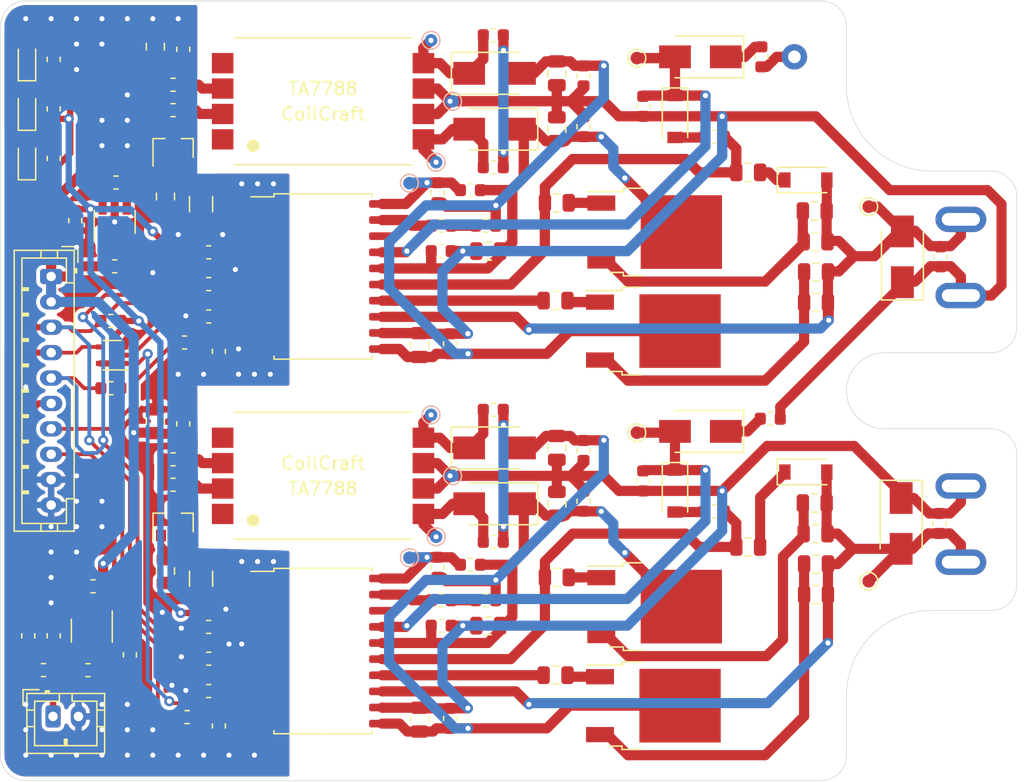
<source format=kicad_pcb>
(kicad_pcb (version 20171130) (host pcbnew 5.1.6)
  (layers (0 F.Cu signal) (31 B.Cu signal) (34 B.Paste user) (35 F.Paste user) (36 B.SilkS user) (37 F.SilkS user) (38 B.Mask user) (39 F.Mask user) (44 Edge.Cuts user))
  (net 0 "")
  (net 1 +3V3)
  (net 2 +15V)
  (net 3 "Net-(C2-Pad1)")
  (net 4 "/High Side/IN")
  (net 5 /sheet5EBDEDF9/IN)
  (net 6 "Net-(C7-Pad1)")
  (net 7 "Net-(C8-Pad1)")
  (net 8 "Net-(C9-Pad1)")
  (net 9 /RST)
  (net 10 "Net-(C14-Pad2)")
  (net 11 "/High Side/VSSB")
  (net 12 /sheet5EBDEDF9/C)
  (net 13 "Net-(C16-Pad2)")
  (net 14 "Net-(C18-Pad2)")
  (net 15 "Net-(C18-Pad1)")
  (net 16 "/High Side/VDDB")
  (net 17 "Net-(C25-Pad1)")
  (net 18 "Net-(C30-Pad2)")
  (net 19 /sheet5EBDEDF9/VSSB)
  (net 20 /sheet5EBDEDF9/E)
  (net 21 "Net-(C32-Pad2)")
  (net 22 "Net-(C34-Pad2)")
  (net 23 "Net-(C34-Pad1)")
  (net 24 /sheet5EBDEDF9/VDDB)
  (net 25 "Net-(C41-Pad1)")
  (net 26 "Net-(D1-Pad2)")
  (net 27 /FLT)
  (net 28 "Net-(D2-Pad2)")
  (net 29 /RDY)
  (net 30 "Net-(D3-Pad2)")
  (net 31 "Net-(D6-Pad1)")
  (net 32 "Net-(D7-Pad2)")
  (net 33 "Net-(D10-Pad1)")
  (net 34 "/High Side/G")
  (net 35 "Net-(D13-Pad1)")
  (net 36 "Net-(D14-Pad2)")
  (net 37 "Net-(D15-Pad1)")
  (net 38 /sheet5EBDEDF9/G)
  (net 39 /PWM_H)
  (net 40 /PWM_L)
  (net 41 /TEMP)
  (net 42 "/High Side/C")
  (net 43 "Net-(Q1-Pad3)")
  (net 44 "Net-(Q1-Pad2)")
  (net 45 "Net-(Q1-Pad1)")
  (net 46 "Net-(Q2-Pad3)")
  (net 47 "Net-(Q2-Pad1)")
  (net 48 "Net-(Q3-Pad3)")
  (net 49 "Net-(Q3-Pad1)")
  (net 50 "Net-(Q5-Pad3)")
  (net 51 "Net-(Q5-Pad2)")
  (net 52 "Net-(Q5-Pad1)")
  (net 53 "Net-(Q6-Pad3)")
  (net 54 "Net-(Q6-Pad1)")
  (net 55 "Net-(Q7-Pad3)")
  (net 56 "Net-(Q7-Pad1)")
  (net 57 "Net-(R10-Pad1)")
  (net 58 "Net-(R14-Pad2)")
  (net 59 "Net-(R15-Pad1)")
  (net 60 "Net-(R18-Pad1)")
  (net 61 "Net-(R28-Pad1)")
  (net 62 "Net-(R32-Pad2)")
  (net 63 "Net-(R33-Pad1)")
  (net 64 "Net-(R36-Pad1)")
  (net 65 "Net-(R48-Pad1)")
  (net 66 "Net-(R49-Pad1)")
  (net 67 /RDY_T)
  (net 68 /RDY_B)
  (net 69 "Net-(U4-Pad18)")
  (net 70 "Net-(U6-Pad18)")
  (net 71 GND)
  (net 72 "Net-(D8-Pad1)")
  (net 73 "Net-(D4-Pad1)")
  (module Package_TO_SOT_SMD:SOT-353_SC-70-5 (layer F.Cu) (at 68.8 60.2 180)
    (fp_text reference U2 hide)
    (fp_text value 74LVC1G08)
    (pad 5 smd rect (at 0.95 -0.65 180) (size 0.65 0.4) (layers F.Cu F.Paste F.Mask) (net 1 +3V3))
    (pad 4 smd rect (at 0.95 0.65 180) (size 0.65 0.4) (layers F.Cu F.Paste F.Mask) (net 29 /RDY))
    (pad 2 smd rect (at -0.95 0 180) (size 0.65 0.4) (layers F.Cu F.Paste F.Mask) (net 67 /RDY_T))
    (pad 3 smd rect (at -0.95 0.65 180) (size 0.65 0.4) (layers F.Cu F.Paste F.Mask) (net 71 GND))
    (pad 1 smd rect (at -0.95 -0.65 180) (size 0.65 0.4) (layers F.Cu F.Paste F.Mask) (net 68 /RDY_B))
  )
  (module Diode_SMD:D_SMA (layer F.Cu) (at 131 52.45 90)
    (fp_text reference D9 hide)
    (fp_text value SMAJ18CA)
    (pad 2 smd rect (at 2 0 90) (size 2.5 1.8) (layers F.Cu F.Paste F.Mask) (net 34 "/High Side/G"))
    (pad 1 smd rect (at -2 0 90) (size 2.5 1.8) (layers F.Cu F.Paste F.Mask) (net 12 /sheet5EBDEDF9/C))
  )
  (module Resistor_SMD:R_0805_2012Metric (layer F.Cu) (at 124.2 56.05)
    (fp_text reference R23 hide)
    (fp_text value 3Ω)
    (pad 2 smd roundrect (at 0.9375 0) (size 0.975 1.4) (layers F.Cu F.Paste F.Mask) (net 34 "/High Side/G"))
    (pad 1 smd roundrect (at -0.9375 0) (size 0.975 1.4) (layers F.Cu F.Paste F.Mask) (net 48 "Net-(Q3-Pad3)"))
  )
  (module Resistor_SMD:R_1206_3216Metric (layer F.Cu) (at 75.8 77.8 90)
    (fp_text reference R31 hide)
    (fp_text value 100mΩ)
    (pad 1 smd roundrect (at -1.4 0 90) (size 1.25 1.75) (layers F.Cu F.Paste F.Mask) (roundrect_rratio 0.2) (net 71 GND))
    (pad 2 smd roundrect (at 1.4 0 90) (size 1.25 1.75) (layers F.Cu F.Paste F.Mask) (roundrect_rratio 0.2) (net 51 "Net-(Q5-Pad2)"))
  )
  (module Capacitor_SMD:C_0603_1608Metric (layer F.Cu) (at 73.6 68.4 180)
    (fp_text reference C30 hide)
    (fp_text value 100pF)
    (pad 1 smd roundrect (at -0.7875 0 180) (size 0.875 0.95) (layers F.Cu F.Paste F.Mask) (net 2 +15V))
    (pad 2 smd roundrect (at 0.7875 0 180) (size 0.875 0.95) (layers F.Cu F.Paste F.Mask) (net 18 "Net-(C30-Pad2)"))
  )
  (module Resistor_SMD:R_0603_1608Metric (layer F.Cu) (at 97 47.2 180)
    (fp_text reference R14 hide)
    (fp_text value 182kΩ)
    (pad 2 smd roundrect (at 0.7875 0 180) (size 0.875 0.95) (layers F.Cu F.Paste F.Mask) (net 58 "Net-(R14-Pad2)"))
    (pad 1 smd roundrect (at -0.7875 0 180) (size 0.875 0.95) (layers F.Cu F.Paste F.Mask) (net 16 "/High Side/VDDB"))
  )
  (module Diode_SMD:D_SOD-123 (layer F.Cu) (at 123.4 69.4)
    (fp_text reference D10 hide)
    (fp_text value B0530W)
    (pad 2 smd rect (at 1.65 0) (size 0.9 1.2) (layers F.Cu F.Paste F.Mask) (net 38 /sheet5EBDEDF9/G))
    (pad 1 smd rect (at -1.65 0) (size 0.9 1.2) (layers F.Cu F.Paste F.Mask) (net 33 "Net-(D10-Pad1)"))
  )
  (module Diode_SMD:D_SOD-123 (layer F.Cu) (at 123.4 46.4)
    (fp_text reference D4 hide)
    (fp_text value B0530W)
    (pad 2 smd rect (at 1.65 0) (size 0.9 1.2) (layers F.Cu F.Paste F.Mask) (net 34 "/High Side/G"))
    (pad 1 smd rect (at -1.65 0) (size 0.9 1.2) (layers F.Cu F.Paste F.Mask) (net 73 "Net-(D4-Pad1)"))
  )
  (module slot:slot (layer F.Cu) (at 135.6 76.5)
    (fp_text reference J7 hide)
    (fp_text value Conn_01x01)
    (pad 1 thru_hole oval (at 0 0) (size 4 2) (drill oval 3 1) (layers *.Cu *.Mask) (net 38 /sheet5EBDEDF9/G))
  )
  (module slot:slot (layer F.Cu) (at 135.6 70.5)
    (fp_text reference J6 hide)
    (fp_text value Conn_01x01)
    (pad 1 thru_hole oval (at 0 0) (size 4 2) (drill oval 3 1) (layers *.Cu *.Mask) (net 20 /sheet5EBDEDF9/E))
  )
  (module slot:slot (layer F.Cu) (at 135.6 55.5 180)
    (fp_text reference J5 hide)
    (fp_text value Conn_01x01)
    (pad 1 thru_hole oval (at 0 0 180) (size 4 2) (drill oval 3 1) (layers *.Cu *.Mask) (net 12 /sheet5EBDEDF9/C))
  )
  (module slot:slot (layer F.Cu) (at 135.6 49.5 180)
    (fp_text reference J4 hide)
    (fp_text value Conn_01x01)
    (pad 1 thru_hole oval (at 0 0 180) (size 4 2) (drill oval 3 1) (layers *.Cu *.Mask) (net 34 "/High Side/G"))
  )
  (module slot:wire (layer F.Cu) (at 122.5 36.7 180)
    (fp_text reference J3 hide)
    (fp_text value Conn_01x01)
    (pad 1 thru_hole circle (at 0 0 180) (size 2 2) (drill 1) (layers *.Cu *.Mask) (net 42 "/High Side/C"))
  )
  (module coilcraft:TA7788 (layer F.Cu) (at 85.4 69.7)
    (fp_text reference U7 hide)
    (fp_text value TA7788)
    (fp_text user TA7788 (at 0 1) (layer F.SilkS))
    (fp_text user CoilCraft (at 0 -1) (layer F.SilkS))
    (pad 4 smd rect (at -7.9 -3) (size 1.7 1.6) (layers F.Cu F.Paste F.Mask))
    (pad 3 smd rect (at -7.9 -1) (size 1.7 1.6) (layers F.Cu F.Paste F.Mask) (net 2 +15V))
    (pad 2 smd rect (at -7.9 1) (size 1.7 1.6) (layers F.Cu F.Paste F.Mask) (net 50 "Net-(Q5-Pad3)"))
    (pad 1 smd rect (at -7.9 3) (size 1.7 1.6) (layers F.Cu F.Paste F.Mask))
    (pad 8 smd rect (at 7.9 3 180) (size 1.7 1.6) (layers F.Cu F.Paste F.Mask) (net 23 "Net-(C34-Pad1)"))
    (pad 6 smd rect (at 7.9 -1 180) (size 1.7 1.6) (layers F.Cu F.Paste F.Mask) (net 20 /sheet5EBDEDF9/E))
    (pad 7 smd rect (at 7.9 1 180) (size 1.7 1.6) (layers F.Cu F.Paste F.Mask) (net 20 /sheet5EBDEDF9/E))
    (pad 5 smd rect (at 7.9 -3 180) (size 1.7 1.6) (layers F.Cu F.Paste F.Mask) (net 35 "Net-(D13-Pad1)"))
  )
  (module Package_SO:SOIC-20W_7.5x12.8mm_P1.27mm (layer F.Cu) (at 85.4 83.5)
    (fp_text reference U6 hide)
    (fp_text value Si8282)
    (pad 1 smd roundrect (at -4.65 -5.715) (size 2.05 0.6) (layers F.Cu F.Paste F.Mask) (net 71 GND))
    (pad 2 smd roundrect (at -4.65 -4.445) (size 2.05 0.6) (layers F.Cu F.Paste F.Mask) (net 51 "Net-(Q5-Pad2)"))
    (pad 3 smd roundrect (at -4.65 -3.175) (size 2.05 0.6) (layers F.Cu F.Paste F.Mask) (net 61 "Net-(R28-Pad1)"))
    (pad 4 smd roundrect (at -4.65 -1.905) (size 2.05 0.6) (layers F.Cu F.Paste F.Mask) (net 1 +3V3))
    (pad 5 smd roundrect (at -4.65 -0.635) (size 2.05 0.6) (layers F.Cu F.Paste F.Mask) (net 71 GND))
    (pad 6 smd roundrect (at -4.65 0.635) (size 2.05 0.6) (layers F.Cu F.Paste F.Mask) (net 9 /RST))
    (pad 7 smd roundrect (at -4.65 1.905) (size 2.05 0.6) (layers F.Cu F.Paste F.Mask) (net 27 /FLT))
    (pad 8 smd roundrect (at -4.65 3.175) (size 2.05 0.6) (layers F.Cu F.Paste F.Mask) (net 68 /RDY_B))
    (pad 9 smd roundrect (at -4.65 4.445) (size 2.05 0.6) (layers F.Cu F.Paste F.Mask) (net 5 /sheet5EBDEDF9/IN))
    (pad 10 smd roundrect (at -4.65 5.715) (size 2.05 0.6) (layers F.Cu F.Paste F.Mask) (net 71 GND))
    (pad 11 smd roundrect (at 4.65 5.715) (size 2.05 0.6) (layers F.Cu F.Paste F.Mask) (net 19 /sheet5EBDEDF9/VSSB))
    (pad 12 smd roundrect (at 4.65 4.445) (size 2.05 0.6) (layers F.Cu F.Paste F.Mask) (net 20 /sheet5EBDEDF9/E))
    (pad 13 smd roundrect (at 4.65 3.175) (size 2.05 0.6) (layers F.Cu F.Paste F.Mask) (net 38 /sheet5EBDEDF9/G))
    (pad 14 smd roundrect (at 4.65 1.905) (size 2.05 0.6) (layers F.Cu F.Paste F.Mask) (net 66 "Net-(R49-Pad1)"))
    (pad 15 smd roundrect (at 4.65 0.635) (size 2.05 0.6) (layers F.Cu F.Paste F.Mask) (net 64 "Net-(R36-Pad1)"))
    (pad 16 smd roundrect (at 4.65 -0.635) (size 2.05 0.6) (layers F.Cu F.Paste F.Mask) (net 24 /sheet5EBDEDF9/VDDB))
    (pad 17 smd roundrect (at 4.65 -1.905) (size 2.05 0.6) (layers F.Cu F.Paste F.Mask) (net 25 "Net-(C41-Pad1)"))
    (pad 18 smd roundrect (at 4.65 -3.175) (size 2.05 0.6) (layers F.Cu F.Paste F.Mask) (net 70 "Net-(U6-Pad18)"))
    (pad 19 smd roundrect (at 4.65 -4.445) (size 2.05 0.6) (layers F.Cu F.Paste F.Mask) (net 63 "Net-(R33-Pad1)"))
    (pad 20 smd roundrect (at 4.65 -5.715) (size 2.05 0.6) (layers F.Cu F.Paste F.Mask) (net 62 "Net-(R32-Pad2)"))
  )
  (module coilcraft:TA7788 (layer F.Cu) (at 85.4 40.2)
    (fp_text reference U5 hide)
    (fp_text value TA7788)
    (fp_text user CoilCraft (at 0 1) (layer F.SilkS))
    (fp_text user TA7788 (at 0 -1) (layer F.SilkS))
    (pad 5 smd rect (at 7.9 -3 180) (size 1.7 1.6) (layers F.Cu F.Paste F.Mask) (net 31 "Net-(D6-Pad1)"))
    (pad 7 smd rect (at 7.9 1 180) (size 1.7 1.6) (layers F.Cu F.Paste F.Mask) (net 12 /sheet5EBDEDF9/C))
    (pad 6 smd rect (at 7.9 -1 180) (size 1.7 1.6) (layers F.Cu F.Paste F.Mask) (net 12 /sheet5EBDEDF9/C))
    (pad 8 smd rect (at 7.9 3 180) (size 1.7 1.6) (layers F.Cu F.Paste F.Mask) (net 15 "Net-(C18-Pad1)"))
    (pad 1 smd rect (at -7.9 3) (size 1.7 1.6) (layers F.Cu F.Paste F.Mask))
    (pad 2 smd rect (at -7.9 1) (size 1.7 1.6) (layers F.Cu F.Paste F.Mask) (net 43 "Net-(Q1-Pad3)"))
    (pad 3 smd rect (at -7.9 -1) (size 1.7 1.6) (layers F.Cu F.Paste F.Mask) (net 2 +15V))
    (pad 4 smd rect (at -7.9 -3) (size 1.7 1.6) (layers F.Cu F.Paste F.Mask))
  )
  (module Package_SO:SOIC-20W_7.5x12.8mm_P1.27mm (layer F.Cu) (at 85.4 54)
    (fp_text reference U4 hide)
    (fp_text value Si8282)
    (pad 20 smd roundrect (at 4.65 -5.715) (size 2.05 0.6) (layers F.Cu F.Paste F.Mask) (net 58 "Net-(R14-Pad2)"))
    (pad 19 smd roundrect (at 4.65 -4.445) (size 2.05 0.6) (layers F.Cu F.Paste F.Mask) (net 59 "Net-(R15-Pad1)"))
    (pad 18 smd roundrect (at 4.65 -3.175) (size 2.05 0.6) (layers F.Cu F.Paste F.Mask) (net 69 "Net-(U4-Pad18)"))
    (pad 17 smd roundrect (at 4.65 -1.905) (size 2.05 0.6) (layers F.Cu F.Paste F.Mask) (net 17 "Net-(C25-Pad1)"))
    (pad 16 smd roundrect (at 4.65 -0.635) (size 2.05 0.6) (layers F.Cu F.Paste F.Mask) (net 16 "/High Side/VDDB"))
    (pad 15 smd roundrect (at 4.65 0.635) (size 2.05 0.6) (layers F.Cu F.Paste F.Mask) (net 60 "Net-(R18-Pad1)"))
    (pad 14 smd roundrect (at 4.65 1.905) (size 2.05 0.6) (layers F.Cu F.Paste F.Mask) (net 65 "Net-(R48-Pad1)"))
    (pad 13 smd roundrect (at 4.65 3.175) (size 2.05 0.6) (layers F.Cu F.Paste F.Mask) (net 34 "/High Side/G"))
    (pad 12 smd roundrect (at 4.65 4.445) (size 2.05 0.6) (layers F.Cu F.Paste F.Mask) (net 12 /sheet5EBDEDF9/C))
    (pad 11 smd roundrect (at 4.65 5.715) (size 2.05 0.6) (layers F.Cu F.Paste F.Mask) (net 11 "/High Side/VSSB"))
    (pad 10 smd roundrect (at -4.65 5.715) (size 2.05 0.6) (layers F.Cu F.Paste F.Mask) (net 71 GND))
    (pad 9 smd roundrect (at -4.65 4.445) (size 2.05 0.6) (layers F.Cu F.Paste F.Mask) (net 4 "/High Side/IN"))
    (pad 8 smd roundrect (at -4.65 3.175) (size 2.05 0.6) (layers F.Cu F.Paste F.Mask) (net 67 /RDY_T))
    (pad 7 smd roundrect (at -4.65 1.905) (size 2.05 0.6) (layers F.Cu F.Paste F.Mask) (net 27 /FLT))
    (pad 6 smd roundrect (at -4.65 0.635) (size 2.05 0.6) (layers F.Cu F.Paste F.Mask) (net 9 /RST))
    (pad 5 smd roundrect (at -4.65 -0.635) (size 2.05 0.6) (layers F.Cu F.Paste F.Mask) (net 71 GND))
    (pad 4 smd roundrect (at -4.65 -1.905) (size 2.05 0.6) (layers F.Cu F.Paste F.Mask) (net 1 +3V3))
    (pad 3 smd roundrect (at -4.65 -3.175) (size 2.05 0.6) (layers F.Cu F.Paste F.Mask) (net 57 "Net-(R10-Pad1)"))
    (pad 2 smd roundrect (at -4.65 -4.445) (size 2.05 0.6) (layers F.Cu F.Paste F.Mask) (net 44 "Net-(Q1-Pad2)"))
    (pad 1 smd roundrect (at -4.65 -5.715) (size 2.05 0.6) (layers F.Cu F.Paste F.Mask) (net 71 GND))
  )
  (module Package_TO_SOT_SMD:SOT-23-5 (layer F.Cu) (at 67.2 81.9 270)
    (fp_text reference U3 hide)
    (fp_text value MIC5205-5.0YM5)
    (pad 5 smd rect (at 1.1 -0.95 270) (size 1.06 0.65) (layers F.Cu F.Paste F.Mask) (net 7 "Net-(C8-Pad1)"))
    (pad 4 smd rect (at 1.1 0.95 270) (size 1.06 0.65) (layers F.Cu F.Paste F.Mask) (net 6 "Net-(C7-Pad1)"))
    (pad 3 smd rect (at -1.1 0.95 270) (size 1.06 0.65) (layers F.Cu F.Paste F.Mask) (net 2 +15V))
    (pad 2 smd rect (at -1.1 0 270) (size 1.06 0.65) (layers F.Cu F.Paste F.Mask) (net 71 GND))
    (pad 1 smd rect (at -1.1 -0.95 270) (size 1.06 0.65) (layers F.Cu F.Paste F.Mask) (net 2 +15V))
  )
  (module Package_TO_SOT_SMD:SOT-23-5 (layer F.Cu) (at 69 49.700001 90)
    (fp_text reference U1 hide)
    (fp_text value MIC5205-3.3YM5)
    (pad 5 smd rect (at 1.1 -0.95 90) (size 1.06 0.65) (layers F.Cu F.Paste F.Mask) (net 1 +3V3))
    (pad 4 smd rect (at 1.1 0.95 90) (size 1.06 0.65) (layers F.Cu F.Paste F.Mask) (net 3 "Net-(C2-Pad1)"))
    (pad 3 smd rect (at -1.1 0.95 90) (size 1.06 0.65) (layers F.Cu F.Paste F.Mask) (net 2 +15V))
    (pad 2 smd rect (at -1.1 0 90) (size 1.06 0.65) (layers F.Cu F.Paste F.Mask) (net 71 GND))
    (pad 1 smd rect (at -1.1 -0.95 90) (size 1.06 0.65) (layers F.Cu F.Paste F.Mask) (net 2 +15V))
  )
  (module TestPoint:TestPoint_Pad_D1.0mm (layer F.Cu) (at 128.35 78 90)
    (fp_text reference TP12 hide)
    (fp_text value TestPoint_Alt)
    (pad 1 smd circle (at 0 0 90) (size 1 1) (layers F.Cu F.Mask) (net 38 /sheet5EBDEDF9/G))
  )
  (module TestPoint:TestPoint_Pad_D1.0mm (layer F.Cu) (at 110.1 66.3)
    (fp_text reference TP11 hide)
    (fp_text value TestPoint_Alt)
    (pad 1 smd circle (at 0 0) (size 1 1) (layers F.Cu F.Mask) (net 25 "Net-(C41-Pad1)"))
  )
  (module TestPoint:TestPoint_Pad_D1.0mm (layer B.Cu) (at 92.2 76.15)
    (fp_text reference TP10 hide)
    (fp_text value TestPoint_Alt)
    (pad 1 smd circle (at 0 0) (size 1 1) (layers B.Cu B.Mask) (net 62 "Net-(R32-Pad2)"))
  )
  (module TestPoint:TestPoint_Pad_D1.0mm (layer B.Cu) (at 93.9 64.9)
    (fp_text reference TP9 hide)
    (fp_text value TestPoint_Alt)
    (pad 1 smd circle (at 0 0) (size 1 1) (layers B.Cu B.Mask) (net 35 "Net-(D13-Pad1)"))
  )
  (module TestPoint:TestPoint_Pad_D1.0mm (layer B.Cu) (at 95.6 69.7)
    (fp_text reference TP8 hide)
    (fp_text value TestPoint_Alt)
    (pad 1 smd circle (at 0 0) (size 1 1) (layers B.Cu B.Mask) (net 20 /sheet5EBDEDF9/E))
  )
  (module TestPoint:TestPoint_Pad_D1.0mm (layer B.Cu) (at 94.3 74.5)
    (fp_text reference TP7 hide)
    (fp_text value TestPoint_Alt)
    (pad 1 smd circle (at 0 0) (size 1 1) (layers B.Cu B.Mask) (net 23 "Net-(C34-Pad1)"))
  )
  (module TestPoint:TestPoint_Pad_D1.0mm (layer F.Cu) (at 128.35 48.5 90)
    (fp_text reference TP6 hide)
    (fp_text value TestPoint_Alt)
    (pad 1 smd circle (at 0 0 90) (size 1 1) (layers F.Cu F.Mask) (net 34 "/High Side/G"))
  )
  (module TestPoint:TestPoint_Pad_D1.0mm (layer F.Cu) (at 110.1 36.8)
    (fp_text reference TP5 hide)
    (fp_text value TestPoint_Alt)
    (pad 1 smd circle (at 0 0) (size 1 1) (layers F.Cu F.Mask) (net 17 "Net-(C25-Pad1)"))
  )
  (module TestPoint:TestPoint_Pad_D1.0mm (layer B.Cu) (at 92.2 46.65)
    (fp_text reference TP4 hide)
    (fp_text value TestPoint_Alt)
    (pad 1 smd circle (at 0 0) (size 1 1) (layers B.Cu B.Mask) (net 58 "Net-(R14-Pad2)"))
  )
  (module TestPoint:TestPoint_Pad_D1.0mm (layer B.Cu) (at 93.9 35.4)
    (fp_text reference TP3 hide)
    (fp_text value TestPoint_Alt)
    (pad 1 smd circle (at 0 0) (size 1 1) (layers B.Cu B.Mask) (net 31 "Net-(D6-Pad1)"))
  )
  (module TestPoint:TestPoint_Pad_D1.0mm (layer B.Cu) (at 95.6 40.2)
    (fp_text reference TP2 hide)
    (fp_text value TestPoint_Alt)
    (pad 1 smd circle (at 0 0) (size 1 1) (layers B.Cu B.Mask) (net 12 /sheet5EBDEDF9/C))
  )
  (module TestPoint:TestPoint_Pad_D1.0mm (layer B.Cu) (at 94.3 45)
    (fp_text reference TP1 hide)
    (fp_text value TestPoint_Alt)
    (pad 1 smd circle (at 0 0) (size 1 1) (layers B.Cu B.Mask) (net 15 "Net-(C18-Pad1)"))
  )
  (module Resistor_SMD:R_0805_2012Metric (layer F.Cu) (at 103.7 85.4)
    (fp_text reference R49 hide)
    (fp_text value 10Ω)
    (pad 1 smd roundrect (at -0.9375 0) (size 0.975 1.4) (layers F.Cu F.Paste F.Mask) (net 66 "Net-(R49-Pad1)"))
    (pad 2 smd roundrect (at 0.9375 0) (size 0.975 1.4) (layers F.Cu F.Paste F.Mask) (net 56 "Net-(Q7-Pad1)"))
  )
  (module Resistor_SMD:R_0805_2012Metric (layer F.Cu) (at 103.7 55.9)
    (fp_text reference R48 hide)
    (fp_text value 10Ω)
    (pad 2 smd roundrect (at 0.9375 0) (size 0.975 1.4) (layers F.Cu F.Paste F.Mask) (net 49 "Net-(Q3-Pad1)"))
    (pad 1 smd roundrect (at -0.9375 0) (size 0.975 1.4) (layers F.Cu F.Paste F.Mask) (net 65 "Net-(R48-Pad1)"))
  )
  (module Resistor_SMD:R_0603_1608Metric (layer F.Cu) (at 133.9 73.45 90)
    (fp_text reference R45 hide)
    (fp_text value 10kΩ)
    (pad 1 smd roundrect (at -0.7875 0 90) (size 0.875 0.95) (layers F.Cu F.Paste F.Mask) (net 38 /sheet5EBDEDF9/G))
    (pad 2 smd roundrect (at 0.7875 0 90) (size 0.875 0.95) (layers F.Cu F.Paste F.Mask) (net 20 /sheet5EBDEDF9/E))
  )
  (module Resistor_SMD:R_0603_1608Metric (layer F.Cu) (at 120.6 65.2)
    (fp_text reference R44 hide)
    (fp_text value 1kΩ)
    (pad 1 smd roundrect (at -0.7875 0) (size 0.875 0.95) (layers F.Cu F.Paste F.Mask) (net 37 "Net-(D15-Pad1)"))
    (pad 2 smd roundrect (at 0.7875 0) (size 0.875 0.95) (layers F.Cu F.Paste F.Mask) (net 12 /sheet5EBDEDF9/C))
  )
  (module Resistor_SMD:R_0805_2012Metric (layer F.Cu) (at 118.8625 75.3 180)
    (fp_text reference R43 hide)
    (fp_text value 20Ω)
    (pad 1 smd roundrect (at -0.9375 0 180) (size 0.975 1.4) (layers F.Cu F.Paste F.Mask) (net 33 "Net-(D10-Pad1)"))
    (pad 2 smd roundrect (at 0.9375 0 180) (size 0.975 1.4) (layers F.Cu F.Paste F.Mask) (net 64 "Net-(R36-Pad1)"))
  )
  (module Resistor_SMD:R_0805_2012Metric (layer F.Cu) (at 124.2 79.05)
    (fp_text reference R41 hide)
    (fp_text value 3Ω)
    (pad 1 smd roundrect (at -0.9375 0) (size 0.975 1.4) (layers F.Cu F.Paste F.Mask) (net 55 "Net-(Q7-Pad3)"))
    (pad 2 smd roundrect (at 0.9375 0) (size 0.975 1.4) (layers F.Cu F.Paste F.Mask) (net 38 /sheet5EBDEDF9/G))
  )
  (module Resistor_SMD:R_0805_2012Metric (layer F.Cu) (at 124.2 76.65)
    (fp_text reference R40 hide)
    (fp_text value 3Ω)
    (pad 1 smd roundrect (at -0.9375 0) (size 0.975 1.4) (layers F.Cu F.Paste F.Mask) (net 55 "Net-(Q7-Pad3)"))
    (pad 2 smd roundrect (at 0.9375 0) (size 0.975 1.4) (layers F.Cu F.Paste F.Mask) (net 38 /sheet5EBDEDF9/G))
  )
  (module Resistor_SMD:R_0805_2012Metric (layer F.Cu) (at 124.1625 74.25)
    (fp_text reference R39 hide)
    (fp_text value 3Ω)
    (pad 1 smd roundrect (at -0.9375 0) (size 0.975 1.4) (layers F.Cu F.Paste F.Mask) (net 53 "Net-(Q6-Pad3)"))
    (pad 2 smd roundrect (at 0.9375 0) (size 0.975 1.4) (layers F.Cu F.Paste F.Mask) (net 38 /sheet5EBDEDF9/G))
  )
  (module Resistor_SMD:R_0805_2012Metric (layer F.Cu) (at 124.1 71.85)
    (fp_text reference R38 hide)
    (fp_text value 3Ω)
    (pad 1 smd roundrect (at -0.9375 0) (size 0.975 1.4) (layers F.Cu F.Paste F.Mask) (net 53 "Net-(Q6-Pad3)"))
    (pad 2 smd roundrect (at 0.9375 0) (size 0.975 1.4) (layers F.Cu F.Paste F.Mask) (net 38 /sheet5EBDEDF9/G))
  )
  (module Resistor_SMD:R_0603_1608Metric (layer F.Cu) (at 116.2 72.5)
    (fp_text reference R37 hide)
    (fp_text value 1kΩ)
    (pad 1 smd roundrect (at -0.7875 0) (size 0.875 0.95) (layers F.Cu F.Paste F.Mask) (net 36 "Net-(D14-Pad2)"))
    (pad 2 smd roundrect (at 0.7875 0) (size 0.875 0.95) (layers F.Cu F.Paste F.Mask) (net 64 "Net-(R36-Pad1)"))
  )
  (module Resistor_SMD:R_0805_2012Metric (layer F.Cu) (at 103.8 77.7)
    (fp_text reference R36 hide)
    (fp_text value 10Ω)
    (pad 1 smd roundrect (at -0.9375 0) (size 0.975 1.4) (layers F.Cu F.Paste F.Mask) (net 64 "Net-(R36-Pad1)"))
    (pad 2 smd roundrect (at 0.9375 0) (size 0.975 1.4) (layers F.Cu F.Paste F.Mask) (net 54 "Net-(Q6-Pad1)"))
  )
  (module Resistor_SMD:R_0603_1608Metric (layer F.Cu) (at 94.4 76.9 270)
    (fp_text reference R35 hide)
    (fp_text value 8.66kΩ)
    (pad 1 smd roundrect (at -0.7875 0 270) (size 0.875 0.95) (layers F.Cu F.Paste F.Mask) (net 62 "Net-(R32-Pad2)"))
    (pad 2 smd roundrect (at 0.7875 0 270) (size 0.875 0.95) (layers F.Cu F.Paste F.Mask) (net 19 /sheet5EBDEDF9/VSSB))
  )
  (module Resistor_SMD:R_0603_1608Metric (layer F.Cu) (at 98.8 64.5)
    (fp_text reference R34 hide)
    (fp_text value 100Ω)
    (pad 1 smd roundrect (at -0.7875 0) (size 0.875 0.95) (layers F.Cu F.Paste F.Mask) (net 35 "Net-(D13-Pad1)"))
    (pad 2 smd roundrect (at 0.7875 0) (size 0.875 0.95) (layers F.Cu F.Paste F.Mask) (net 22 "Net-(C34-Pad2)"))
  )
  (module Resistor_SMD:R_0603_1608Metric (layer F.Cu) (at 94.7 79.5)
    (fp_text reference R33 hide)
    (fp_text value 100Ω)
    (pad 1 smd roundrect (at -0.7875 0) (size 0.875 0.95) (layers F.Cu F.Paste F.Mask) (net 63 "Net-(R33-Pad1)"))
    (pad 2 smd roundrect (at 0.7875 0) (size 0.875 0.95) (layers F.Cu F.Paste F.Mask) (net 21 "Net-(C32-Pad2)"))
  )
  (module Resistor_SMD:R_0603_1608Metric (layer F.Cu) (at 97 76.7 180)
    (fp_text reference R32 hide)
    (fp_text value 182kΩ)
    (pad 1 smd roundrect (at -0.7875 0 180) (size 0.875 0.95) (layers F.Cu F.Paste F.Mask) (net 24 /sheet5EBDEDF9/VDDB))
    (pad 2 smd roundrect (at 0.7875 0 180) (size 0.875 0.95) (layers F.Cu F.Paste F.Mask) (net 62 "Net-(R32-Pad2)"))
  )
  (module Resistor_SMD:R_0603_1608Metric (layer F.Cu) (at 73.6 70.4 180)
    (fp_text reference R30 hide)
    (fp_text value 100Ω)
    (pad 1 smd roundrect (at -0.7875 0 180) (size 0.875 0.95) (layers F.Cu F.Paste F.Mask) (net 50 "Net-(Q5-Pad3)"))
    (pad 2 smd roundrect (at 0.7875 0 180) (size 0.875 0.95) (layers F.Cu F.Paste F.Mask) (net 18 "Net-(C30-Pad2)"))
  )
  (module Resistor_SMD:R_0603_1608Metric (layer F.Cu) (at 76.4 86.65)
    (fp_text reference R29 hide)
    (fp_text value 10kΩ)
    (pad 1 smd roundrect (at -0.7875 0) (size 0.875 0.95) (layers F.Cu F.Paste F.Mask) (net 71 GND))
    (pad 2 smd roundrect (at 0.7875 0) (size 0.875 0.95) (layers F.Cu F.Paste F.Mask) (net 68 /RDY_B))
  )
  (module Resistor_SMD:R_0805_2012Metric (layer F.Cu) (at 73 77.2 90)
    (fp_text reference R28 hide)
    (fp_text value 10Ω)
    (pad 1 smd roundrect (at -0.9375 0 90) (size 0.975 1.4) (layers F.Cu F.Paste F.Mask) (net 61 "Net-(R28-Pad1)"))
    (pad 2 smd roundrect (at 0.9375 0 90) (size 0.975 1.4) (layers F.Cu F.Paste F.Mask) (net 52 "Net-(Q5-Pad1)"))
  )
  (module Resistor_SMD:R_0603_1608Metric (layer F.Cu) (at 134 52.45 270)
    (fp_text reference R27 hide)
    (fp_text value 10kΩ)
    (pad 1 smd roundrect (at -0.7875 0 270) (size 0.875 0.95) (layers F.Cu F.Paste F.Mask) (net 34 "/High Side/G"))
    (pad 2 smd roundrect (at 0.7875 0 270) (size 0.875 0.95) (layers F.Cu F.Paste F.Mask) (net 12 /sheet5EBDEDF9/C))
  )
  (module Resistor_SMD:R_0603_1608Metric (layer F.Cu) (at 119.9 36.7 270)
    (fp_text reference R26 hide)
    (fp_text value 1kΩ)
    (pad 2 smd roundrect (at 0.7875 0 270) (size 0.875 0.95) (layers F.Cu F.Paste F.Mask) (net 42 "/High Side/C"))
    (pad 1 smd roundrect (at -0.7875 0 270) (size 0.875 0.95) (layers F.Cu F.Paste F.Mask) (net 72 "Net-(D8-Pad1)"))
  )
  (module Resistor_SMD:R_0805_2012Metric (layer F.Cu) (at 118.8625 45.8 180)
    (fp_text reference R25 hide)
    (fp_text value 20Ω)
    (pad 2 smd roundrect (at 0.9375 0 180) (size 0.975 1.4) (layers F.Cu F.Paste F.Mask) (net 60 "Net-(R18-Pad1)"))
    (pad 1 smd roundrect (at -0.9375 0 180) (size 0.975 1.4) (layers F.Cu F.Paste F.Mask) (net 73 "Net-(D4-Pad1)"))
  )
  (module Resistor_SMD:R_0805_2012Metric (layer F.Cu) (at 124.2 53.65)
    (fp_text reference R22 hide)
    (fp_text value 3Ω)
    (pad 2 smd roundrect (at 0.9375 0) (size 0.975 1.4) (layers F.Cu F.Paste F.Mask) (net 34 "/High Side/G"))
    (pad 1 smd roundrect (at -0.9375 0) (size 0.975 1.4) (layers F.Cu F.Paste F.Mask) (net 48 "Net-(Q3-Pad3)"))
  )
  (module Resistor_SMD:R_0805_2012Metric (layer F.Cu) (at 124.1625 51.25)
    (fp_text reference R21 hide)
    (fp_text value 3Ω)
    (pad 2 smd roundrect (at 0.9375 0) (size 0.975 1.4) (layers F.Cu F.Paste F.Mask) (net 34 "/High Side/G"))
    (pad 1 smd roundrect (at -0.9375 0) (size 0.975 1.4) (layers F.Cu F.Paste F.Mask) (net 46 "Net-(Q2-Pad3)"))
  )
  (module Resistor_SMD:R_0805_2012Metric (layer F.Cu) (at 124.1 48.85)
    (fp_text reference R20 hide)
    (fp_text value 3Ω)
    (pad 2 smd roundrect (at 0.9375 0) (size 0.975 1.4) (layers F.Cu F.Paste F.Mask) (net 34 "/High Side/G"))
    (pad 1 smd roundrect (at -0.9375 0) (size 0.975 1.4) (layers F.Cu F.Paste F.Mask) (net 46 "Net-(Q2-Pad3)"))
  )
  (module Resistor_SMD:R_0603_1608Metric (layer F.Cu) (at 116.2 43)
    (fp_text reference R19 hide)
    (fp_text value 1kΩ)
    (pad 1 smd roundrect (at -0.7875 0) (size 0.875 0.95) (layers F.Cu F.Paste F.Mask) (net 32 "Net-(D7-Pad2)"))
    (pad 2 smd roundrect (at 0.7875 0) (size 0.875 0.95) (layers F.Cu F.Paste F.Mask) (net 60 "Net-(R18-Pad1)"))
  )
  (module Resistor_SMD:R_0805_2012Metric (layer F.Cu) (at 103.8 48.2)
    (fp_text reference R18 hide)
    (fp_text value 10Ω)
    (pad 2 smd roundrect (at 0.9375 0) (size 0.975 1.4) (layers F.Cu F.Paste F.Mask) (net 47 "Net-(Q2-Pad1)"))
    (pad 1 smd roundrect (at -0.9375 0) (size 0.975 1.4) (layers F.Cu F.Paste F.Mask) (net 60 "Net-(R18-Pad1)"))
  )
  (module Resistor_SMD:R_0603_1608Metric (layer F.Cu) (at 94.4 47.4 270)
    (fp_text reference R17 hide)
    (fp_text value 8.66kΩ)
    (pad 2 smd roundrect (at 0.7875 0 270) (size 0.875 0.95) (layers F.Cu F.Paste F.Mask) (net 11 "/High Side/VSSB"))
    (pad 1 smd roundrect (at -0.7875 0 270) (size 0.875 0.95) (layers F.Cu F.Paste F.Mask) (net 58 "Net-(R14-Pad2)"))
  )
  (module Resistor_SMD:R_0603_1608Metric (layer F.Cu) (at 98.8 35)
    (fp_text reference R16 hide)
    (fp_text value 100Ω)
    (pad 2 smd roundrect (at 0.7875 0) (size 0.875 0.95) (layers F.Cu F.Paste F.Mask) (net 14 "Net-(C18-Pad2)"))
    (pad 1 smd roundrect (at -0.7875 0) (size 0.875 0.95) (layers F.Cu F.Paste F.Mask) (net 31 "Net-(D6-Pad1)"))
  )
  (module Resistor_SMD:R_0603_1608Metric (layer F.Cu) (at 94.7 50)
    (fp_text reference R15 hide)
    (fp_text value 100Ω)
    (pad 2 smd roundrect (at 0.7875 0) (size 0.875 0.95) (layers F.Cu F.Paste F.Mask) (net 13 "Net-(C16-Pad2)"))
    (pad 1 smd roundrect (at -0.7875 0) (size 0.875 0.95) (layers F.Cu F.Paste F.Mask) (net 59 "Net-(R15-Pad1)"))
  )
  (module Resistor_SMD:R_1206_3216Metric (layer F.Cu) (at 75.8 48.3 90)
    (fp_text reference R13 hide)
    (fp_text value 100mΩ)
    (pad 2 smd roundrect (at 1.4 0 90) (size 1.25 1.75) (layers F.Cu F.Paste F.Mask) (roundrect_rratio 0.2) (net 44 "Net-(Q1-Pad2)"))
    (pad 1 smd roundrect (at -1.4 0 90) (size 1.25 1.75) (layers F.Cu F.Paste F.Mask) (roundrect_rratio 0.2) (net 71 GND))
  )
  (module Resistor_SMD:R_0603_1608Metric (layer F.Cu) (at 73.6 40.9 180)
    (fp_text reference R12 hide)
    (fp_text value 100Ω)
    (pad 2 smd roundrect (at 0.7875 0 180) (size 0.875 0.95) (layers F.Cu F.Paste F.Mask) (net 10 "Net-(C14-Pad2)"))
    (pad 1 smd roundrect (at -0.7875 0 180) (size 0.875 0.95) (layers F.Cu F.Paste F.Mask) (net 43 "Net-(Q1-Pad3)"))
  )
  (module Resistor_SMD:R_0603_1608Metric (layer F.Cu) (at 76.4 57.15)
    (fp_text reference R11 hide)
    (fp_text value 10kΩ)
    (pad 2 smd roundrect (at 0.7875 0) (size 0.875 0.95) (layers F.Cu F.Paste F.Mask) (net 67 /RDY_T))
    (pad 1 smd roundrect (at -0.7875 0) (size 0.875 0.95) (layers F.Cu F.Paste F.Mask) (net 71 GND))
  )
  (module Resistor_SMD:R_0805_2012Metric (layer F.Cu) (at 73 47.7 90)
    (fp_text reference R10 hide)
    (fp_text value 10Ω)
    (pad 2 smd roundrect (at 0.9375 0 90) (size 0.975 1.4) (layers F.Cu F.Paste F.Mask) (net 45 "Net-(Q1-Pad1)"))
    (pad 1 smd roundrect (at -0.9375 0 90) (size 0.975 1.4) (layers F.Cu F.Paste F.Mask) (net 57 "Net-(R10-Pad1)"))
  )
  (module Resistor_SMD:R_0603_1608Metric (layer F.Cu) (at 66.9 85)
    (fp_text reference R9 hide)
    (fp_text value 10kΩ)
    (pad 2 smd roundrect (at 0.7875 0) (size 0.875 0.95) (layers F.Cu F.Paste F.Mask) (net 7 "Net-(C8-Pad1)"))
    (pad 1 smd roundrect (at -0.7875 0) (size 0.875 0.95) (layers F.Cu F.Paste F.Mask) (net 8 "Net-(C9-Pad1)"))
  )
  (module Resistor_SMD:R_0603_1608Metric (layer F.Cu) (at 62.2 82.3 270)
    (fp_text reference R8 hide)
    (fp_text value 100Ω)
    (pad 2 smd roundrect (at 0.7875 0 270) (size 0.875 0.95) (layers F.Cu F.Paste F.Mask) (net 8 "Net-(C9-Pad1)"))
    (pad 1 smd roundrect (at -0.7875 0 270) (size 0.875 0.95) (layers F.Cu F.Paste F.Mask) (net 41 /TEMP))
  )
  (module Resistor_SMD:R_0603_1608Metric (layer F.Cu) (at 74.7 88.7 180)
    (fp_text reference R7 hide)
    (fp_text value 100Ω)
    (pad 2 smd roundrect (at 0.7875 0 180) (size 0.875 0.95) (layers F.Cu F.Paste F.Mask) (net 40 /PWM_L))
    (pad 1 smd roundrect (at -0.7875 0 180) (size 0.875 0.95) (layers F.Cu F.Paste F.Mask) (net 5 /sheet5EBDEDF9/IN))
  )
  (module Resistor_SMD:R_0603_1608Metric (layer F.Cu) (at 74.5 59.2 180)
    (fp_text reference R6 hide)
    (fp_text value 100Ω)
    (pad 2 smd roundrect (at 0.7875 0 180) (size 0.875 0.95) (layers F.Cu F.Paste F.Mask) (net 39 /PWM_H))
    (pad 1 smd roundrect (at -0.7875 0 180) (size 0.875 0.95) (layers F.Cu F.Paste F.Mask) (net 4 "/High Side/IN"))
  )
  (module Resistor_SMD:R_0603_1608Metric (layer F.Cu) (at 64.199999 36.9 90)
    (fp_text reference R5 hide)
    (fp_text value 220Ω)
    (pad 2 smd roundrect (at 0.7875 0 90) (size 0.875 0.95) (layers F.Cu F.Paste F.Mask) (net 30 "Net-(D3-Pad2)"))
    (pad 1 smd roundrect (at -0.7875 0 90) (size 0.875 0.95) (layers F.Cu F.Paste F.Mask) (net 1 +3V3))
  )
  (module Resistor_SMD:R_0603_1608Metric (layer F.Cu) (at 68.7 62.8 180)
    (fp_text reference R4 hide)
    (fp_text value 10kΩ)
    (pad 2 smd roundrect (at 0.7875 0 180) (size 0.875 0.95) (layers F.Cu F.Paste F.Mask) (net 9 /RST))
    (pad 1 smd roundrect (at -0.7875 0 180) (size 0.875 0.95) (layers F.Cu F.Paste F.Mask) (net 1 +3V3))
  )
  (module Resistor_SMD:R_0603_1608Metric (layer F.Cu) (at 68.7 57.5 180)
    (fp_text reference R3 hide)
    (fp_text value 10kΩ)
    (pad 2 smd roundrect (at 0.7875 0 180) (size 0.875 0.95) (layers F.Cu F.Paste F.Mask) (net 27 /FLT))
    (pad 1 smd roundrect (at -0.7875 0 180) (size 0.875 0.95) (layers F.Cu F.Paste F.Mask) (net 1 +3V3))
  )
  (module Resistor_SMD:R_0603_1608Metric (layer F.Cu) (at 64.2 40.8 90)
    (fp_text reference R2 hide)
    (fp_text value 220Ω)
    (pad 2 smd roundrect (at 0.7875 0 90) (size 0.875 0.95) (layers F.Cu F.Paste F.Mask) (net 28 "Net-(D2-Pad2)"))
    (pad 1 smd roundrect (at -0.7875 0 90) (size 0.875 0.95) (layers F.Cu F.Paste F.Mask) (net 1 +3V3))
  )
  (module Resistor_SMD:R_0603_1608Metric (layer F.Cu) (at 64.2 44.7 90)
    (fp_text reference R1 hide)
    (fp_text value 220Ω)
    (pad 2 smd roundrect (at 0.7875 0 90) (size 0.875 0.95) (layers F.Cu F.Paste F.Mask) (net 26 "Net-(D1-Pad2)"))
    (pad 1 smd roundrect (at -0.7875 0 90) (size 0.875 0.95) (layers F.Cu F.Paste F.Mask) (net 1 +3V3))
  )
  (module Package_TO_SOT_SMD:TO-252-2 (layer F.Cu) (at 111.4 87.8)
    (fp_text reference Q7 hide)
    (fp_text value MJD2955T4G)
    (pad 1 smd rect (at -4.2 -2.28) (size 2.2 1.2) (layers F.Cu F.Paste F.Mask) (net 56 "Net-(Q7-Pad1)"))
    (pad 3 smd rect (at -4.2 2.28) (size 2.2 1.2) (layers F.Cu F.Paste F.Mask) (net 55 "Net-(Q7-Pad3)"))
    (pad 2 smd rect (at 2.1 0) (size 6.4 5.8) (layers F.Cu F.Mask) (net 19 /sheet5EBDEDF9/VSSB))
  )
  (module Package_TO_SOT_SMD:TO-252-2 (layer F.Cu) (at 111.5 80)
    (fp_text reference Q6 hide)
    (fp_text value MJD3055T4G)
    (pad 1 smd rect (at -4.2 -2.28) (size 2.2 1.2) (layers F.Cu F.Paste F.Mask) (net 54 "Net-(Q6-Pad1)"))
    (pad 3 smd rect (at -4.2 2.28) (size 2.2 1.2) (layers F.Cu F.Paste F.Mask) (net 53 "Net-(Q6-Pad3)"))
    (pad 2 smd rect (at 2.1 0) (size 6.4 5.8) (layers F.Cu F.Mask) (net 24 /sheet5EBDEDF9/VDDB))
  )
  (module Package_TO_SOT_SMD:SOT-23 (layer F.Cu) (at 73.6 73.4 90)
    (fp_text reference Q5 hide)
    (fp_text value Si2302CDS)
    (pad 1 smd rect (at -1 -0.95 90) (size 0.9 0.8) (layers F.Cu F.Paste F.Mask) (net 52 "Net-(Q5-Pad1)"))
    (pad 2 smd rect (at -1 0.95 90) (size 0.9 0.8) (layers F.Cu F.Paste F.Mask) (net 51 "Net-(Q5-Pad2)"))
    (pad 3 smd rect (at 1 0 90) (size 0.9 0.8) (layers F.Cu F.Paste F.Mask) (net 50 "Net-(Q5-Pad3)"))
  )
  (module Package_TO_SOT_SMD:TO-252-2 (layer F.Cu) (at 111.4 58.3)
    (fp_text reference Q3 hide)
    (fp_text value MJD2955T4G)
    (pad 2 smd rect (at 2.1 0) (size 6.4 5.8) (layers F.Cu F.Mask) (net 11 "/High Side/VSSB"))
    (pad 3 smd rect (at -4.2 2.28) (size 2.2 1.2) (layers F.Cu F.Paste F.Mask) (net 48 "Net-(Q3-Pad3)"))
    (pad 1 smd rect (at -4.2 -2.28) (size 2.2 1.2) (layers F.Cu F.Paste F.Mask) (net 49 "Net-(Q3-Pad1)"))
  )
  (module Package_TO_SOT_SMD:TO-252-2 (layer F.Cu) (at 111.5 50.5)
    (fp_text reference Q2 hide)
    (fp_text value MJD3055T4G)
    (pad 2 smd rect (at 2.1 0) (size 6.4 5.8) (layers F.Cu F.Mask) (net 16 "/High Side/VDDB"))
    (pad 3 smd rect (at -4.2 2.28) (size 2.2 1.2) (layers F.Cu F.Paste F.Mask) (net 46 "Net-(Q2-Pad3)"))
    (pad 1 smd rect (at -4.2 -2.28) (size 2.2 1.2) (layers F.Cu F.Paste F.Mask) (net 47 "Net-(Q2-Pad1)"))
  )
  (module Package_TO_SOT_SMD:SOT-23 (layer F.Cu) (at 73.6 43.9 90)
    (fp_text reference Q1 hide)
    (fp_text value Si2302CDS)
    (pad 3 smd rect (at 1 0 90) (size 0.9 0.8) (layers F.Cu F.Paste F.Mask) (net 43 "Net-(Q1-Pad3)"))
    (pad 2 smd rect (at -1 0.95 90) (size 0.9 0.8) (layers F.Cu F.Paste F.Mask) (net 44 "Net-(Q1-Pad2)"))
    (pad 1 smd rect (at -1 -0.95 90) (size 0.9 0.8) (layers F.Cu F.Paste F.Mask) (net 45 "Net-(Q1-Pad1)"))
  )
  (module Connector_JST:JST_PH_B2B-PH-K_1x02_P2.00mm_Vertical (layer F.Cu) (at 64.15 88.65)
    (fp_text reference J2 hide)
    (fp_text value Conn_01x02)
    (pad 2 thru_hole oval (at 2 0) (size 1.2 1.75) (drill 0.75) (layers *.Cu *.Mask) (net 71 GND))
    (pad 1 thru_hole roundrect (at 0 0) (size 1.2 1.75) (drill 0.75) (layers *.Cu *.Mask) (roundrect_rratio 0.208333) (net 8 "Net-(C9-Pad1)"))
  )
  (module Connector_JST:JST_PH_B10B-PH-K_1x10_P2.00mm_Vertical (layer F.Cu) (at 64 54 270)
    (fp_text reference J1 hide)
    (fp_text value Conn_01x10)
    (pad 10 thru_hole oval (at 18 0 270) (size 1.2 1.75) (drill 0.75) (layers *.Cu *.Mask) (net 71 GND))
    (pad 9 thru_hole oval (at 16 0 270) (size 1.2 1.75) (drill 0.75) (layers *.Cu *.Mask) (net 71 GND))
    (pad 8 thru_hole oval (at 14 0 270) (size 1.2 1.75) (drill 0.75) (layers *.Cu *.Mask) (net 40 /PWM_L))
    (pad 7 thru_hole oval (at 12 0 270) (size 1.2 1.75) (drill 0.75) (layers *.Cu *.Mask) (net 39 /PWM_H))
    (pad 6 thru_hole oval (at 10 0 270) (size 1.2 1.75) (drill 0.75) (layers *.Cu *.Mask) (net 41 /TEMP))
    (pad 5 thru_hole oval (at 8 0 270) (size 1.2 1.75) (drill 0.75) (layers *.Cu *.Mask) (net 9 /RST))
    (pad 4 thru_hole oval (at 6 0 270) (size 1.2 1.75) (drill 0.75) (layers *.Cu *.Mask) (net 29 /RDY))
    (pad 3 thru_hole oval (at 4 0 270) (size 1.2 1.75) (drill 0.75) (layers *.Cu *.Mask) (net 27 /FLT))
    (pad 2 thru_hole oval (at 2 0 270) (size 1.2 1.75) (drill 0.75) (layers *.Cu *.Mask) (net 2 +15V))
    (pad 1 thru_hole roundrect (at 0 0 270) (size 1.2 1.75) (drill 0.75) (layers *.Cu *.Mask) (roundrect_rratio 0.208333) (net 2 +15V))
  )
  (module Diode_SMD:D_SMA (layer F.Cu) (at 130.9 73.45 270)
    (fp_text reference D16 hide)
    (fp_text value SMAJ18CA)
    (pad 1 smd rect (at -2 0 270) (size 2.5 1.8) (layers F.Cu F.Paste F.Mask) (net 20 /sheet5EBDEDF9/E))
    (pad 2 smd rect (at 2 0 270) (size 2.5 1.8) (layers F.Cu F.Paste F.Mask) (net 38 /sheet5EBDEDF9/G))
  )
  (module Diode_SMD:D_SMA (layer F.Cu) (at 115.1 66.2 180)
    (fp_text reference D15 hide)
    (fp_text value ES1F)
    (pad 1 smd rect (at -2 0 180) (size 2.5 1.8) (layers F.Cu F.Paste F.Mask) (net 37 "Net-(D15-Pad1)"))
    (pad 2 smd rect (at 2 0 180) (size 2.5 1.8) (layers F.Cu F.Paste F.Mask) (net 25 "Net-(C41-Pad1)"))
  )
  (module Diode_SMD:D_SOD-123 (layer F.Cu) (at 113.1 70.9 270)
    (fp_text reference D14 hide)
    (fp_text value B0530W)
    (pad 1 smd rect (at -1.65 0 270) (size 0.9 1.2) (layers F.Cu F.Paste F.Mask) (net 25 "Net-(C41-Pad1)"))
    (pad 2 smd rect (at 1.65 0 270) (size 0.9 1.2) (layers F.Cu F.Paste F.Mask) (net 36 "Net-(D14-Pad2)"))
  )
  (module Diode_SMD:D_SMA (layer F.Cu) (at 98.9 67.5)
    (fp_text reference D13 hide)
    (fp_text value B160)
    (pad 1 smd rect (at -2 0) (size 2.5 1.8) (layers F.Cu F.Paste F.Mask) (net 35 "Net-(D13-Pad1)"))
    (pad 2 smd rect (at 2 0) (size 2.5 1.8) (layers F.Cu F.Paste F.Mask) (net 19 /sheet5EBDEDF9/VSSB))
  )
  (module Diode_SMD:D_SMA (layer F.Cu) (at 98.9 71.9 180)
    (fp_text reference D12 hide)
    (fp_text value B160)
    (pad 1 smd rect (at -2 0 180) (size 2.5 1.8) (layers F.Cu F.Paste F.Mask) (net 24 /sheet5EBDEDF9/VDDB))
    (pad 2 smd rect (at 2 0 180) (size 2.5 1.8) (layers F.Cu F.Paste F.Mask) (net 23 "Net-(C34-Pad1)"))
  )
  (module Diode_SMD:D_SMA (layer F.Cu) (at 115.1 36.7 180)
    (fp_text reference D8 hide)
    (fp_text value ES1F)
    (pad 2 smd rect (at 2 0 180) (size 2.5 1.8) (layers F.Cu F.Paste F.Mask) (net 17 "Net-(C25-Pad1)"))
    (pad 1 smd rect (at -2 0 180) (size 2.5 1.8) (layers F.Cu F.Paste F.Mask) (net 72 "Net-(D8-Pad1)"))
  )
  (module Diode_SMD:D_SOD-123 (layer F.Cu) (at 113.1 41.4 270)
    (fp_text reference D7 hide)
    (fp_text value B0530W)
    (pad 2 smd rect (at 1.65 0 270) (size 0.9 1.2) (layers F.Cu F.Paste F.Mask) (net 32 "Net-(D7-Pad2)"))
    (pad 1 smd rect (at -1.65 0 270) (size 0.9 1.2) (layers F.Cu F.Paste F.Mask) (net 17 "Net-(C25-Pad1)"))
  )
  (module Diode_SMD:D_SMA (layer F.Cu) (at 98.9 38)
    (fp_text reference D6 hide)
    (fp_text value B160)
    (pad 2 smd rect (at 2 0) (size 2.5 1.8) (layers F.Cu F.Paste F.Mask) (net 11 "/High Side/VSSB"))
    (pad 1 smd rect (at -2 0) (size 2.5 1.8) (layers F.Cu F.Paste F.Mask) (net 31 "Net-(D6-Pad1)"))
  )
  (module Diode_SMD:D_SMA (layer F.Cu) (at 98.9 42.4 180)
    (fp_text reference D5 hide)
    (fp_text value B160)
    (pad 2 smd rect (at 2 0 180) (size 2.5 1.8) (layers F.Cu F.Paste F.Mask) (net 15 "Net-(C18-Pad1)"))
    (pad 1 smd rect (at -2 0 180) (size 2.5 1.8) (layers F.Cu F.Paste F.Mask) (net 16 "/High Side/VDDB"))
  )
  (module LED_SMD:LED_0603_1608Metric_Castellated (layer F.Cu) (at 62.099999 36.900001 90)
    (fp_text reference D3 hide)
    (fp_text value blue)
    (pad 2 smd roundrect (at 0.8125 0 90) (size 1.225 0.85) (layers F.Cu F.Paste F.Mask) (net 30 "Net-(D3-Pad2)"))
    (pad 1 smd roundrect (at -0.8125 0 90) (size 1.225 0.85) (layers F.Cu F.Paste F.Mask) (net 71 GND))
  )
  (module LED_SMD:LED_0603_1608Metric_Castellated (layer F.Cu) (at 62.1 40.8 90)
    (fp_text reference D2 hide)
    (fp_text value green)
    (pad 2 smd roundrect (at 0.8125 0 90) (size 1.225 0.85) (layers F.Cu F.Paste F.Mask) (net 28 "Net-(D2-Pad2)"))
    (pad 1 smd roundrect (at -0.8125 0 90) (size 1.225 0.85) (layers F.Cu F.Paste F.Mask) (net 29 /RDY))
  )
  (module LED_SMD:LED_0603_1608Metric_Castellated (layer F.Cu) (at 62.1 44.7 90)
    (fp_text reference D1 hide)
    (fp_text value red)
    (pad 2 smd roundrect (at 0.8125 0 90) (size 1.225 0.85) (layers F.Cu F.Paste F.Mask) (net 26 "Net-(D1-Pad2)"))
    (pad 1 smd roundrect (at -0.8125 0 90) (size 1.225 0.85) (layers F.Cu F.Paste F.Mask) (net 27 /FLT))
  )
  (module Capacitor_SMD:C_0603_1608Metric (layer F.Cu) (at 110.6 70.1 270)
    (fp_text reference C41 hide)
    (fp_text value 390pF)
    (pad 1 smd roundrect (at -0.7875 0 270) (size 0.875 0.95) (layers F.Cu F.Paste F.Mask) (net 25 "Net-(C41-Pad1)"))
    (pad 2 smd roundrect (at 0.7875 0 270) (size 0.875 0.95) (layers F.Cu F.Paste F.Mask) (net 20 /sheet5EBDEDF9/E))
  )
  (module Capacitor_SMD:C_0603_1608Metric (layer F.Cu) (at 105.9 67.7 90)
    (fp_text reference C40 hide)
    (fp_text value 100nF)
    (pad 1 smd roundrect (at -0.7875 0 90) (size 0.875 0.95) (layers F.Cu F.Paste F.Mask) (net 20 /sheet5EBDEDF9/E))
    (pad 2 smd roundrect (at 0.7875 0 90) (size 0.875 0.95) (layers F.Cu F.Paste F.Mask) (net 19 /sheet5EBDEDF9/VSSB))
  )
  (module Capacitor_SMD:C_0603_1608Metric (layer F.Cu) (at 105.9 71.7 90)
    (fp_text reference C39 hide)
    (fp_text value 100nF)
    (pad 1 smd roundrect (at -0.7875 0 90) (size 0.875 0.95) (layers F.Cu F.Paste F.Mask) (net 24 /sheet5EBDEDF9/VDDB))
    (pad 2 smd roundrect (at 0.7875 0 90) (size 0.875 0.95) (layers F.Cu F.Paste F.Mask) (net 20 /sheet5EBDEDF9/E))
  )
  (module Capacitor_SMD:C_0805_2012Metric (layer F.Cu) (at 103.8 67.5 90)
    (fp_text reference C38 hide)
    (fp_text value 10uF)
    (pad 1 smd roundrect (at -0.9375 0 90) (size 0.975 1.4) (layers F.Cu F.Paste F.Mask) (net 20 /sheet5EBDEDF9/E))
    (pad 2 smd roundrect (at 0.9375 0 90) (size 0.975 1.4) (layers F.Cu F.Paste F.Mask) (net 19 /sheet5EBDEDF9/VSSB))
  )
  (module Capacitor_SMD:C_0805_2012Metric (layer F.Cu) (at 103.8 71.9 90)
    (fp_text reference C37 hide)
    (fp_text value 10uF)
    (pad 1 smd roundrect (at -0.9375 0 90) (size 0.975 1.4) (layers F.Cu F.Paste F.Mask) (net 24 /sheet5EBDEDF9/VDDB))
    (pad 2 smd roundrect (at 0.9375 0 90) (size 0.975 1.4) (layers F.Cu F.Paste F.Mask) (net 20 /sheet5EBDEDF9/E))
  )
  (module Capacitor_SMD:C_0603_1608Metric (layer F.Cu) (at 94.7 81.5)
    (fp_text reference C36 hide)
    (fp_text value 100nF)
    (pad 1 smd roundrect (at -0.7875 0) (size 0.875 0.95) (layers F.Cu F.Paste F.Mask) (net 24 /sheet5EBDEDF9/VDDB))
    (pad 2 smd roundrect (at 0.7875 0) (size 0.875 0.95) (layers F.Cu F.Paste F.Mask) (net 20 /sheet5EBDEDF9/E))
  )
  (module Capacitor_SMD:C_0805_2012Metric (layer F.Cu) (at 98.4 81.5 180)
    (fp_text reference C35 hide)
    (fp_text value 10uF)
    (pad 1 smd roundrect (at -0.9375 0 180) (size 0.975 1.4) (layers F.Cu F.Paste F.Mask) (net 24 /sheet5EBDEDF9/VDDB))
    (pad 2 smd roundrect (at 0.9375 0 180) (size 0.975 1.4) (layers F.Cu F.Paste F.Mask) (net 20 /sheet5EBDEDF9/E))
  )
  (module Capacitor_SMD:C_0603_1608Metric (layer F.Cu) (at 98.8 74.9)
    (fp_text reference C34 hide)
    (fp_text value 100pF)
    (pad 1 smd roundrect (at -0.7875 0) (size 0.875 0.95) (layers F.Cu F.Paste F.Mask) (net 23 "Net-(C34-Pad1)"))
    (pad 2 smd roundrect (at 0.7875 0) (size 0.875 0.95) (layers F.Cu F.Paste F.Mask) (net 22 "Net-(C34-Pad2)"))
  )
  (module Capacitor_SMD:C_0603_1608Metric (layer F.Cu) (at 95.4 88.8 270)
    (fp_text reference C33 hide)
    (fp_text value 100nF)
    (pad 1 smd roundrect (at -0.7875 0 270) (size 0.875 0.95) (layers F.Cu F.Paste F.Mask) (net 20 /sheet5EBDEDF9/E))
    (pad 2 smd roundrect (at 0.7875 0 270) (size 0.875 0.95) (layers F.Cu F.Paste F.Mask) (net 19 /sheet5EBDEDF9/VSSB))
  )
  (module Capacitor_SMD:C_0603_1608Metric (layer F.Cu) (at 98.2 79.5 180)
    (fp_text reference C32 hide)
    (fp_text value 100pF)
    (pad 1 smd roundrect (at -0.7875 0 180) (size 0.875 0.95) (layers F.Cu F.Paste F.Mask) (net 19 /sheet5EBDEDF9/VSSB))
    (pad 2 smd roundrect (at 0.7875 0 180) (size 0.875 0.95) (layers F.Cu F.Paste F.Mask) (net 21 "Net-(C32-Pad2)"))
  )
  (module Capacitor_SMD:C_0805_2012Metric (layer F.Cu) (at 93 88.9 270)
    (fp_text reference C31 hide)
    (fp_text value 10uF)
    (pad 1 smd roundrect (at -0.9375 0 270) (size 0.975 1.4) (layers F.Cu F.Paste F.Mask) (net 20 /sheet5EBDEDF9/E))
    (pad 2 smd roundrect (at 0.9375 0 270) (size 0.975 1.4) (layers F.Cu F.Paste F.Mask) (net 19 /sheet5EBDEDF9/VSSB))
  )
  (module Capacitor_SMD:C_0603_1608Metric (layer F.Cu) (at 76.4 84.1)
    (fp_text reference C29 hide)
    (fp_text value 10nF)
    (pad 1 smd roundrect (at -0.7875 0) (size 0.875 0.95) (layers F.Cu F.Paste F.Mask) (net 71 GND))
    (pad 2 smd roundrect (at 0.7875 0) (size 0.875 0.95) (layers F.Cu F.Paste F.Mask) (net 9 /RST))
  )
  (module Capacitor_SMD:C_0603_1608Metric (layer F.Cu) (at 76.4 81.6 180)
    (fp_text reference C28 hide)
    (fp_text value 100nF)
    (pad 1 smd roundrect (at -0.7875 0 180) (size 0.875 0.95) (layers F.Cu F.Paste F.Mask) (net 1 +3V3))
    (pad 2 smd roundrect (at 0.7875 0 180) (size 0.875 0.95) (layers F.Cu F.Paste F.Mask) (net 71 GND))
  )
  (module Capacitor_SMD:C_0603_1608Metric (layer F.Cu) (at 74.4 65.6 90)
    (fp_text reference C27 hide)
    (fp_text value 100nF)
    (pad 1 smd roundrect (at -0.7875 0 90) (size 0.875 0.95) (layers F.Cu F.Paste F.Mask) (net 2 +15V))
    (pad 2 smd roundrect (at 0.7875 0 90) (size 0.875 0.95) (layers F.Cu F.Paste F.Mask) (net 71 GND))
  )
  (module Capacitor_SMD:C_0805_2012Metric (layer F.Cu) (at 72.2 65.4 90)
    (fp_text reference C26 hide)
    (fp_text value 10uF)
    (pad 1 smd roundrect (at -0.9375 0 90) (size 0.975 1.4) (layers F.Cu F.Paste F.Mask) (net 2 +15V))
    (pad 2 smd roundrect (at 0.9375 0 90) (size 0.975 1.4) (layers F.Cu F.Paste F.Mask) (net 71 GND))
  )
  (module Capacitor_SMD:C_0603_1608Metric (layer F.Cu) (at 110.6 40.6 270)
    (fp_text reference C25 hide)
    (fp_text value 390pF)
    (pad 2 smd roundrect (at 0.7875 0 270) (size 0.875 0.95) (layers F.Cu F.Paste F.Mask) (net 12 /sheet5EBDEDF9/C))
    (pad 1 smd roundrect (at -0.7875 0 270) (size 0.875 0.95) (layers F.Cu F.Paste F.Mask) (net 17 "Net-(C25-Pad1)"))
  )
  (module Capacitor_SMD:C_0603_1608Metric (layer F.Cu) (at 105.9 38.2 90)
    (fp_text reference C24 hide)
    (fp_text value 100nF)
    (pad 2 smd roundrect (at 0.7875 0 90) (size 0.875 0.95) (layers F.Cu F.Paste F.Mask) (net 11 "/High Side/VSSB"))
    (pad 1 smd roundrect (at -0.7875 0 90) (size 0.875 0.95) (layers F.Cu F.Paste F.Mask) (net 12 /sheet5EBDEDF9/C))
  )
  (module Capacitor_SMD:C_0603_1608Metric (layer F.Cu) (at 105.9 42.2 90)
    (fp_text reference C23 hide)
    (fp_text value 100nF)
    (pad 2 smd roundrect (at 0.7875 0 90) (size 0.875 0.95) (layers F.Cu F.Paste F.Mask) (net 12 /sheet5EBDEDF9/C))
    (pad 1 smd roundrect (at -0.7875 0 90) (size 0.875 0.95) (layers F.Cu F.Paste F.Mask) (net 16 "/High Side/VDDB"))
  )
  (module Capacitor_SMD:C_0805_2012Metric (layer F.Cu) (at 103.8 38 90)
    (fp_text reference C22 hide)
    (fp_text value 10uF)
    (pad 2 smd roundrect (at 0.9375 0 90) (size 0.975 1.4) (layers F.Cu F.Paste F.Mask) (net 11 "/High Side/VSSB"))
    (pad 1 smd roundrect (at -0.9375 0 90) (size 0.975 1.4) (layers F.Cu F.Paste F.Mask) (net 12 /sheet5EBDEDF9/C))
  )
  (module Capacitor_SMD:C_0805_2012Metric (layer F.Cu) (at 103.8 42.4 90)
    (fp_text reference C21 hide)
    (fp_text value 10uF)
    (pad 2 smd roundrect (at 0.9375 0 90) (size 0.975 1.4) (layers F.Cu F.Paste F.Mask) (net 12 /sheet5EBDEDF9/C))
    (pad 1 smd roundrect (at -0.9375 0 90) (size 0.975 1.4) (layers F.Cu F.Paste F.Mask) (net 16 "/High Side/VDDB"))
  )
  (module Capacitor_SMD:C_0603_1608Metric (layer F.Cu) (at 94.7 52)
    (fp_text reference C20 hide)
    (fp_text value 100nF)
    (pad 2 smd roundrect (at 0.7875 0) (size 0.875 0.95) (layers F.Cu F.Paste F.Mask) (net 12 /sheet5EBDEDF9/C))
    (pad 1 smd roundrect (at -0.7875 0) (size 0.875 0.95) (layers F.Cu F.Paste F.Mask) (net 16 "/High Side/VDDB"))
  )
  (module Capacitor_SMD:C_0805_2012Metric (layer F.Cu) (at 98.4 52 180)
    (fp_text reference C19 hide)
    (fp_text value 10uF)
    (pad 2 smd roundrect (at 0.9375 0 180) (size 0.975 1.4) (layers F.Cu F.Paste F.Mask) (net 12 /sheet5EBDEDF9/C))
    (pad 1 smd roundrect (at -0.9375 0 180) (size 0.975 1.4) (layers F.Cu F.Paste F.Mask) (net 16 "/High Side/VDDB"))
  )
  (module Capacitor_SMD:C_0603_1608Metric (layer F.Cu) (at 98.8 45.4)
    (fp_text reference C18 hide)
    (fp_text value 100pF)
    (pad 2 smd roundrect (at 0.7875 0) (size 0.875 0.95) (layers F.Cu F.Paste F.Mask) (net 14 "Net-(C18-Pad2)"))
    (pad 1 smd roundrect (at -0.7875 0) (size 0.875 0.95) (layers F.Cu F.Paste F.Mask) (net 15 "Net-(C18-Pad1)"))
  )
  (module Capacitor_SMD:C_0603_1608Metric (layer F.Cu) (at 95.4 59.3 270)
    (fp_text reference C17 hide)
    (fp_text value 100nF)
    (pad 2 smd roundrect (at 0.7875 0 270) (size 0.875 0.95) (layers F.Cu F.Paste F.Mask) (net 11 "/High Side/VSSB"))
    (pad 1 smd roundrect (at -0.7875 0 270) (size 0.875 0.95) (layers F.Cu F.Paste F.Mask) (net 12 /sheet5EBDEDF9/C))
  )
  (module Capacitor_SMD:C_0603_1608Metric (layer F.Cu) (at 98.2 50 180)
    (fp_text reference C16 hide)
    (fp_text value 100pF)
    (pad 2 smd roundrect (at 0.7875 0 180) (size 0.875 0.95) (layers F.Cu F.Paste F.Mask) (net 13 "Net-(C16-Pad2)"))
    (pad 1 smd roundrect (at -0.7875 0 180) (size 0.875 0.95) (layers F.Cu F.Paste F.Mask) (net 11 "/High Side/VSSB"))
  )
  (module Capacitor_SMD:C_0805_2012Metric (layer F.Cu) (at 93 59.4 270)
    (fp_text reference C15 hide)
    (fp_text value 10uF)
    (pad 2 smd roundrect (at 0.9375 0 270) (size 0.975 1.4) (layers F.Cu F.Paste F.Mask) (net 11 "/High Side/VSSB"))
    (pad 1 smd roundrect (at -0.9375 0 270) (size 0.975 1.4) (layers F.Cu F.Paste F.Mask) (net 12 /sheet5EBDEDF9/C))
  )
  (module Capacitor_SMD:C_0603_1608Metric (layer F.Cu) (at 73.6 38.9 180)
    (fp_text reference C14 hide)
    (fp_text value 100pF)
    (pad 2 smd roundrect (at 0.7875 0 180) (size 0.875 0.95) (layers F.Cu F.Paste F.Mask) (net 10 "Net-(C14-Pad2)"))
    (pad 1 smd roundrect (at -0.7875 0 180) (size 0.875 0.95) (layers F.Cu F.Paste F.Mask) (net 2 +15V))
  )
  (module Capacitor_SMD:C_0603_1608Metric (layer F.Cu) (at 76.4 54.6)
    (fp_text reference C13 hide)
    (fp_text value 10nF)
    (pad 2 smd roundrect (at 0.7875 0) (size 0.875 0.95) (layers F.Cu F.Paste F.Mask) (net 9 /RST))
    (pad 1 smd roundrect (at -0.7875 0) (size 0.875 0.95) (layers F.Cu F.Paste F.Mask) (net 71 GND))
  )
  (module Capacitor_SMD:C_0603_1608Metric (layer F.Cu) (at 76.4 52.1 180)
    (fp_text reference C12 hide)
    (fp_text value 100nF)
    (pad 2 smd roundrect (at 0.7875 0 180) (size 0.875 0.95) (layers F.Cu F.Paste F.Mask) (net 71 GND))
    (pad 1 smd roundrect (at -0.7875 0 180) (size 0.875 0.95) (layers F.Cu F.Paste F.Mask) (net 1 +3V3))
  )
  (module Capacitor_SMD:C_0603_1608Metric (layer F.Cu) (at 74.4 36.1 90)
    (fp_text reference C11 hide)
    (fp_text value 100nF)
    (pad 2 smd roundrect (at 0.7875 0 90) (size 0.875 0.95) (layers F.Cu F.Paste F.Mask) (net 71 GND))
    (pad 1 smd roundrect (at -0.7875 0 90) (size 0.875 0.95) (layers F.Cu F.Paste F.Mask) (net 2 +15V))
  )
  (module Capacitor_SMD:C_0805_2012Metric (layer F.Cu) (at 72.2 35.9 90)
    (fp_text reference C10 hide)
    (fp_text value 10uF)
    (pad 2 smd roundrect (at 0.9375 0 90) (size 0.975 1.4) (layers F.Cu F.Paste F.Mask) (net 71 GND))
    (pad 1 smd roundrect (at -0.9375 0 90) (size 0.975 1.4) (layers F.Cu F.Paste F.Mask) (net 2 +15V))
  )
  (module Capacitor_SMD:C_0603_1608Metric (layer F.Cu) (at 63.4 85 180)
    (fp_text reference C9 hide)
    (fp_text value 100nF)
    (pad 2 smd roundrect (at 0.7875 0 180) (size 0.875 0.95) (layers F.Cu F.Paste F.Mask) (net 71 GND))
    (pad 1 smd roundrect (at -0.7875 0 180) (size 0.875 0.95) (layers F.Cu F.Paste F.Mask) (net 8 "Net-(C9-Pad1)"))
  )
  (module Capacitor_SMD:C_0603_1608Metric (layer F.Cu) (at 70.2 83.8 270)
    (fp_text reference C8 hide)
    (fp_text value 2.2uF)
    (pad 2 smd roundrect (at 0.7875 0 270) (size 0.875 0.95) (layers F.Cu F.Paste F.Mask) (net 71 GND))
    (pad 1 smd roundrect (at -0.7875 0 270) (size 0.875 0.95) (layers F.Cu F.Paste F.Mask) (net 7 "Net-(C8-Pad1)"))
  )
  (module Capacitor_SMD:C_0603_1608Metric (layer F.Cu) (at 64.2 82.3 90)
    (fp_text reference C7 hide)
    (fp_text value 470pF)
    (pad 2 smd roundrect (at 0.7875 0 90) (size 0.875 0.95) (layers F.Cu F.Paste F.Mask) (net 71 GND))
    (pad 1 smd roundrect (at -0.7875 0 90) (size 0.875 0.95) (layers F.Cu F.Paste F.Mask) (net 6 "Net-(C7-Pad1)"))
  )
  (module Capacitor_SMD:C_0603_1608Metric (layer F.Cu) (at 77.2 89.4 270)
    (fp_text reference C6 hide)
    (fp_text value 100pF)
    (pad 2 smd roundrect (at 0.7875 0 270) (size 0.875 0.95) (layers F.Cu F.Paste F.Mask) (net 71 GND))
    (pad 1 smd roundrect (at -0.7875 0 270) (size 0.875 0.95) (layers F.Cu F.Paste F.Mask) (net 5 /sheet5EBDEDF9/IN))
  )
  (module Capacitor_SMD:C_0603_1608Metric (layer F.Cu) (at 77.2 59.9 270)
    (fp_text reference C5 hide)
    (fp_text value 100pF)
    (pad 2 smd roundrect (at 0.7875 0 270) (size 0.875 0.95) (layers F.Cu F.Paste F.Mask) (net 71 GND))
    (pad 1 smd roundrect (at -0.7875 0 270) (size 0.875 0.95) (layers F.Cu F.Paste F.Mask) (net 4 "/High Side/IN"))
  )
  (module Capacitor_SMD:C_0603_1608Metric (layer F.Cu) (at 67.3 78.4 180)
    (fp_text reference C4 hide)
    (fp_text value 2.2uF)
    (pad 2 smd roundrect (at 0.7875 0 180) (size 0.875 0.95) (layers F.Cu F.Paste F.Mask) (net 71 GND))
    (pad 1 smd roundrect (at -0.7875 0 180) (size 0.875 0.95) (layers F.Cu F.Paste F.Mask) (net 2 +15V))
  )
  (module Capacitor_SMD:C_0603_1608Metric (layer F.Cu) (at 65.9 49.6 270)
    (fp_text reference C3 hide)
    (fp_text value 2.2uF)
    (pad 2 smd roundrect (at 0.7875 0 270) (size 0.875 0.95) (layers F.Cu F.Paste F.Mask) (net 71 GND))
    (pad 1 smd roundrect (at -0.7875 0 270) (size 0.875 0.95) (layers F.Cu F.Paste F.Mask) (net 1 +3V3))
  )
  (module Capacitor_SMD:C_0603_1608Metric (layer F.Cu) (at 69.1 46.6 180)
    (fp_text reference C2 hide)
    (fp_text value 470pF)
    (pad 2 smd roundrect (at 0.7875 0 180) (size 0.875 0.95) (layers F.Cu F.Paste F.Mask) (net 71 GND))
    (pad 1 smd roundrect (at -0.7875 0 180) (size 0.875 0.95) (layers F.Cu F.Paste F.Mask) (net 3 "Net-(C2-Pad1)"))
  )
  (module Capacitor_SMD:C_0603_1608Metric (layer F.Cu) (at 69 53.2)
    (fp_text reference C1 hide)
    (fp_text value 2.2uF)
    (pad 2 smd roundrect (at 0.7875 0) (size 0.875 0.95) (layers F.Cu F.Paste F.Mask) (net 71 GND))
    (pad 1 smd roundrect (at -0.7875 0) (size 0.875 0.95) (layers F.Cu F.Paste F.Mask) (net 2 +15V))
  )
  (gr_arc (start 129.6 63) (end 129.6 60) (angle -180) (layer Edge.Cuts) (width 0.05))
  (gr_line (start 140 58) (end 140 47.7) (layer Edge.Cuts) (width 0.05))
  (gr_line (start 140 68) (end 140 78.3) (layer Edge.Cuts) (width 0.05))
  (gr_arc (start 138 68) (end 140 68) (angle -90) (layer Edge.Cuts) (width 0.05))
  (gr_arc (start 138 58) (end 138 60) (angle -90) (layer Edge.Cuts) (width 0.05))
  (gr_line (start 138 60) (end 129.6 60) (layer Edge.Cuts) (width 0.05))
  (gr_line (start 138 66) (end 129.6 66) (layer Edge.Cuts) (width 0.05))
  (gr_arc (start 124.6 34.3) (end 126.6 34.3) (angle -90) (layer Edge.Cuts) (width 0.05))
  (gr_arc (start 62 34.3) (end 62 32.3) (angle -90) (layer Edge.Cuts) (width 0.05))
  (gr_arc (start 62 91.7) (end 60 91.7) (angle -90) (layer Edge.Cuts) (width 0.05))
  (gr_arc (start 124.6 91.7) (end 124.6 93.7) (angle -90) (layer Edge.Cuts) (width 0.05))
  (gr_arc (start 138 78.3) (end 138 80.3) (angle -90) (layer Edge.Cuts) (width 0.05))
  (gr_arc (start 138 47.7) (end 140 47.7) (angle -90) (layer Edge.Cuts) (width 0.05))
  (gr_line (start 126.6 39) (end 126.6 34.3) (layer Edge.Cuts) (width 0.05))
  (gr_line (start 133.3 45.7) (end 138 45.7) (layer Edge.Cuts) (width 0.05))
  (gr_line (start 133.3 80.3) (end 138 80.3) (layer Edge.Cuts) (width 0.05))
  (gr_line (start 126.6 87) (end 126.6 91.7) (layer Edge.Cuts) (width 0.05))
  (gr_arc (start 133.3 87) (end 133.3 80.3) (angle -90) (layer Edge.Cuts) (width 0.05))
  (gr_arc (start 133.3 39) (end 126.6 39) (angle -90) (layer Edge.Cuts) (width 0.05))
  (gr_line (start 124.6 32.3) (end 62 32.3) (layer Edge.Cuts) (width 0.05))
  (gr_line (start 60 91.7) (end 60 34.3) (layer Edge.Cuts) (width 0.05))
  (gr_line (start 124.6 93.7) (end 62 93.7) (layer Edge.Cuts) (width 0.05))
  (segment (start 77.1925 81.595) (end 77.1875 81.6) (width 0.8) (layer F.Cu) (net 1))
  (segment (start 80.75 81.595) (end 77.1925 81.595) (width 0.8) (layer F.Cu) (net 1))
  (segment (start 77.1925 52.095) (end 77.1875 52.1) (width 0.8) (layer F.Cu) (net 1))
  (segment (start 80.75 52.095) (end 77.1925 52.095) (width 0.8) (layer F.Cu) (net 1))
  (segment (start 67.85 60.85) (end 67.95 60.85) (width 0.3) (layer F.Cu) (net 1))
  (segment (start 67.950001 48.7) (end 68.05 48.600001) (width 0.5) (layer F.Cu) (net 1))
  (segment (start 65.9 48.8125) (end 66.0125 48.7) (width 0.5) (layer F.Cu) (net 1))
  (segment (start 65.5 38.987501) (end 64.199999 37.6875) (width 0.5) (layer F.Cu) (net 1))
  (segment (start 64.3125 45.4875) (end 65.5 44.3) (width 0.5) (layer F.Cu) (net 1))
  (segment (start 64.2 45.4875) (end 64.3125 45.4875) (width 0.5) (layer F.Cu) (net 1))
  (segment (start 65.3875 41.5875) (end 65.5 41.7) (width 0.5) (layer F.Cu) (net 1))
  (segment (start 64.2 41.5875) (end 65.3875 41.5875) (width 0.5) (layer F.Cu) (net 1))
  (segment (start 65.5 41.7) (end 65.5 38.987501) (width 0.5) (layer F.Cu) (net 1))
  (segment (start 65.5 44.3) (end 65.5 41.7) (width 0.5) (layer F.Cu) (net 1))
  (via (at 65.3875 41.5875) (size 0.8) (drill 0.4) (layers F.Cu B.Cu) (net 1))
  (segment (start 65.3875 46.9875) (end 67.1 48.7) (width 0.5) (layer B.Cu) (net 1))
  (segment (start 65.3875 41.5875) (end 65.3875 46.9875) (width 0.5) (layer B.Cu) (net 1))
  (via (at 67.1 48.7) (size 0.8) (drill 0.4) (layers F.Cu B.Cu) (net 1))
  (segment (start 67.1 48.7) (end 67.950001 48.7) (width 0.5) (layer F.Cu) (net 1))
  (segment (start 66.0125 48.7) (end 67.1 48.7) (width 0.5) (layer F.Cu) (net 1))
  (segment (start 69.4875 57.5) (end 69.4875 58.2125) (width 0.5) (layer F.Cu) (net 1))
  (segment (start 69.4875 58.2125) (end 68.8 58.9) (width 0.5) (layer F.Cu) (net 1))
  (segment (start 68.8 62.1125) (end 69.4875 62.8) (width 0.5) (layer F.Cu) (net 1))
  (segment (start 68.75 60.85) (end 68.8 60.8) (width 0.5) (layer F.Cu) (net 1))
  (segment (start 67.85 60.85) (end 68.75 60.85) (width 0.5) (layer F.Cu) (net 1))
  (segment (start 68.8 60.8) (end 68.8 62.1125) (width 0.5) (layer F.Cu) (net 1))
  (segment (start 68.8 58.9) (end 68.8 60.8) (width 0.5) (layer F.Cu) (net 1))
  (via (at 70.9 57.5) (size 0.8) (drill 0.4) (layers F.Cu B.Cu) (net 1))
  (segment (start 69.4875 57.5) (end 70.9 57.5) (width 0.5) (layer F.Cu) (net 1))
  (via (at 74.2 80.5) (size 0.8) (drill 0.4) (layers F.Cu B.Cu) (net 1))
  (segment (start 77.1875 81.2875) (end 77.1875 81.6) (width 0.5) (layer F.Cu) (net 1))
  (segment (start 76.4 80.5) (end 77.1875 81.2875) (width 0.5) (layer F.Cu) (net 1))
  (segment (start 74.2 80.5) (end 76.4 80.5) (width 0.5) (layer F.Cu) (net 1))
  (segment (start 77.1875 52.1) (end 77.1875 51.7875) (width 0.5) (layer F.Cu) (net 1))
  (segment (start 67.1 53.7) (end 70.9 57.5) (width 0.5) (layer B.Cu) (net 1))
  (segment (start 67.1 48.7) (end 67.1 53.7) (width 0.5) (layer B.Cu) (net 1))
  (segment (start 72.6 78.9) (end 74.2 80.5) (width 0.5) (layer B.Cu) (net 1))
  (segment (start 72.6 59.2) (end 72.6 78.9) (width 0.5) (layer B.Cu) (net 1))
  (segment (start 70.9 57.5) (end 72.6 59.2) (width 0.5) (layer B.Cu) (net 1))
  (segment (start 70.25 48.7) (end 67.1 48.7) (width 0.5) (layer B.Cu) (net 1))
  (segment (start 72 50.45) (end 70.25 48.7) (width 0.5) (layer B.Cu) (net 1))
  (via (at 72 50.45) (size 0.8) (drill 0.4) (layers F.Cu B.Cu) (net 1))
  (segment (start 77.1875 52.4125) (end 77.1875 52.1) (width 0.5) (layer F.Cu) (net 1))
  (segment (start 76.3 53.3) (end 77.1875 52.4125) (width 0.5) (layer F.Cu) (net 1))
  (segment (start 74.85 53.3) (end 76.3 53.3) (width 0.5) (layer F.Cu) (net 1))
  (segment (start 72 50.45) (end 74.85 53.3) (width 0.5) (layer F.Cu) (net 1))
  (segment (start 74.3875 68.4) (end 75.6 68.4) (width 0.8) (layer F.Cu) (net 2))
  (segment (start 75.9 68.7) (end 77.5 68.7) (width 0.8) (layer F.Cu) (net 2))
  (segment (start 75.6 68.4) (end 75.9 68.7) (width 0.8) (layer F.Cu) (net 2))
  (segment (start 74.3875 66.4) (end 74.4 66.3875) (width 0.8) (layer F.Cu) (net 2))
  (segment (start 74.3875 68.4) (end 74.3875 66.4) (width 0.8) (layer F.Cu) (net 2))
  (segment (start 72.25 66.3875) (end 72.2 66.3375) (width 0.8) (layer F.Cu) (net 2))
  (segment (start 74.4 66.3875) (end 72.25 66.3875) (width 0.8) (layer F.Cu) (net 2))
  (segment (start 74.3875 38.9) (end 75.6 38.9) (width 0.8) (layer F.Cu) (net 2))
  (segment (start 75.9 39.2) (end 77.5 39.2) (width 0.8) (layer F.Cu) (net 2))
  (segment (start 75.6 38.9) (end 75.9 39.2) (width 0.8) (layer F.Cu) (net 2))
  (segment (start 74.3875 36.9) (end 74.4 36.8875) (width 0.8) (layer F.Cu) (net 2))
  (segment (start 74.3875 38.9) (end 74.3875 36.9) (width 0.8) (layer F.Cu) (net 2))
  (segment (start 72.25 36.8875) (end 72.2 36.8375) (width 0.8) (layer F.Cu) (net 2))
  (segment (start 74.4 36.8875) (end 72.25 36.8875) (width 0.8) (layer F.Cu) (net 2))
  (segment (start 68.15 78.4625) (end 68.0875 78.4) (width 0.5) (layer F.Cu) (net 2))
  (segment (start 66.25 80.8) (end 66.25 80.15) (width 0.5) (layer F.Cu) (net 2))
  (segment (start 66.85 79.55) (end 68.15 79.55) (width 0.5) (layer F.Cu) (net 2))
  (segment (start 66.25 80.15) (end 66.85 79.55) (width 0.5) (layer F.Cu) (net 2))
  (segment (start 68.15 79.55) (end 68.15 78.4625) (width 0.5) (layer F.Cu) (net 2))
  (segment (start 68.15 80.8) (end 68.15 79.55) (width 0.5) (layer F.Cu) (net 2))
  (segment (start 64 54) (end 65.5 54) (width 0.8) (layer F.Cu) (net 2))
  (segment (start 66.3 53.2) (end 68.2125 53.2) (width 0.8) (layer F.Cu) (net 2))
  (segment (start 65.5 54) (end 66.3 53.2) (width 0.8) (layer F.Cu) (net 2))
  (via (at 70.5 66.3) (size 0.8) (drill 0.4) (layers F.Cu B.Cu) (net 2))
  (segment (start 70.5 58.8) (end 70.5 66.3) (width 0.8) (layer B.Cu) (net 2))
  (segment (start 72.1625 66.3) (end 72.2 66.3375) (width 0.8) (layer F.Cu) (net 2))
  (segment (start 70.5 66.3) (end 72.1625 66.3) (width 0.8) (layer F.Cu) (net 2))
  (segment (start 67.7 56) (end 70.5 58.8) (width 0.8) (layer B.Cu) (net 2))
  (segment (start 64 56) (end 67.7 56) (width 0.8) (layer B.Cu) (net 2))
  (segment (start 64 54) (end 64 56) (width 0.8) (layer B.Cu) (net 2))
  (via (at 68.1 76.6) (size 0.8) (drill 0.4) (layers F.Cu B.Cu) (net 2))
  (segment (start 68.0875 76.6125) (end 68.1 76.6) (width 0.8) (layer F.Cu) (net 2))
  (segment (start 68.0875 78.4) (end 68.0875 76.6125) (width 0.8) (layer F.Cu) (net 2))
  (segment (start 70.5 74.2) (end 70.5 66.3) (width 0.8) (layer B.Cu) (net 2))
  (segment (start 68.1 76.6) (end 70.5 74.2) (width 0.8) (layer B.Cu) (net 2))
  (segment (start 68.05 50.800001) (end 68.05 51.95) (width 0.5) (layer F.Cu) (net 2))
  (segment (start 68.2125 52.1125) (end 68.2125 53.2) (width 0.5) (layer F.Cu) (net 2))
  (segment (start 68.05 51.95) (end 68.2125 52.1125) (width 0.5) (layer F.Cu) (net 2))
  (segment (start 69.95 50.800001) (end 69.95 51.65) (width 0.5) (layer F.Cu) (net 2))
  (segment (start 69.65 51.95) (end 68.05 51.95) (width 0.5) (layer F.Cu) (net 2))
  (segment (start 69.95 51.65) (end 69.65 51.95) (width 0.5) (layer F.Cu) (net 2))
  (segment (start 68.8625 36.8375) (end 72.2 36.8375) (width 0.8) (layer F.Cu) (net 2))
  (segment (start 66.7 39) (end 68.8625 36.8375) (width 0.8) (layer F.Cu) (net 2))
  (segment (start 66.7 45.6) (end 66.7 39) (width 0.8) (layer F.Cu) (net 2))
  (segment (start 64 48.3) (end 66.7 45.6) (width 0.8) (layer F.Cu) (net 2))
  (segment (start 64 54) (end 64 48.3) (width 0.8) (layer F.Cu) (net 2))
  (segment (start 69.95 46.6625) (end 69.8875 46.6) (width 0.5) (layer F.Cu) (net 3))
  (segment (start 69.95 48.600001) (end 69.95 46.6625) (width 0.5) (layer F.Cu) (net 3))
  (segment (start 77.8675 58.445) (end 77.2 59.1125) (width 0.3) (layer F.Cu) (net 4))
  (segment (start 80.75 58.445) (end 77.8675 58.445) (width 0.3) (layer F.Cu) (net 4))
  (segment (start 75.375 59.1125) (end 75.2875 59.2) (width 0.3) (layer F.Cu) (net 4))
  (segment (start 77.2 59.1125) (end 75.375 59.1125) (width 0.3) (layer F.Cu) (net 4))
  (segment (start 75.375001 88.7) (end 75.2 88.524999) (width 0.3) (layer F.Cu) (net 5))
  (segment (start 77.0125 88.7) (end 75.375001 88.7) (width 0.3) (layer F.Cu) (net 5))
  (segment (start 77.7675 87.945) (end 77.0125 88.7) (width 0.3) (layer F.Cu) (net 5))
  (segment (start 80.75 87.945) (end 77.7675 87.945) (width 0.3) (layer F.Cu) (net 5))
  (segment (start 66.1625 83.0875) (end 66.25 83) (width 0.5) (layer F.Cu) (net 6))
  (segment (start 64.2 83.0875) (end 66.1625 83.0875) (width 0.5) (layer F.Cu) (net 6))
  (segment (start 70.1875 83) (end 70.2 83.0125) (width 0.5) (layer F.Cu) (net 7))
  (segment (start 68.15 83) (end 70.1875 83) (width 0.5) (layer F.Cu) (net 7))
  (segment (start 68.15 84.5375) (end 67.6875 85) (width 0.5) (layer F.Cu) (net 7))
  (segment (start 68.15 83) (end 68.15 84.5375) (width 0.5) (layer F.Cu) (net 7))
  (segment (start 64.15 85.0375) (end 64.1875 85) (width 0.5) (layer F.Cu) (net 8))
  (segment (start 64.15 88.65) (end 64.15 85.0375) (width 0.5) (layer F.Cu) (net 8))
  (segment (start 66.1125 85) (end 64.1875 85) (width 0.5) (layer F.Cu) (net 8))
  (segment (start 64.1875 85) (end 64.1875 84.6875) (width 0.5) (layer F.Cu) (net 8))
  (segment (start 62.5875 83.0875) (end 62.2 83.0875) (width 0.5) (layer F.Cu) (net 8))
  (segment (start 64.1875 84.6875) (end 62.5875 83.0875) (width 0.5) (layer F.Cu) (net 8))
  (segment (start 64 62) (end 65.8 62) (width 0.3) (layer F.Cu) (net 9))
  (segment (start 66.6 62.8) (end 67.9125 62.8) (width 0.3) (layer F.Cu) (net 9))
  (segment (start 65.8 62) (end 66.6 62.8) (width 0.3) (layer F.Cu) (net 9))
  (segment (start 77.2225 84.135) (end 77.1875 84.1) (width 0.3) (layer F.Cu) (net 9))
  (segment (start 80.75 84.135) (end 77.2225 84.135) (width 0.3) (layer F.Cu) (net 9))
  (via (at 68.1 66.9) (size 0.8) (drill 0.4) (layers F.Cu B.Cu) (net 9))
  (segment (start 68.1 66.9) (end 68.1 67.4) (width 0.3) (layer B.Cu) (net 9))
  (segment (start 68.1 67.4) (end 67.6 67.9) (width 0.3) (layer B.Cu) (net 9))
  (segment (start 67.6 67.9) (end 66.6 67.9) (width 0.3) (layer B.Cu) (net 9))
  (segment (start 66.6 67.9) (end 66 67.3) (width 0.3) (layer B.Cu) (net 9))
  (segment (start 66 67.3) (end 66 62.7) (width 0.3) (layer B.Cu) (net 9))
  (segment (start 65.3 62) (end 64 62) (width 0.3) (layer B.Cu) (net 9))
  (segment (start 66 62.7) (end 65.3 62) (width 0.3) (layer B.Cu) (net 9))
  (segment (start 68.1 58.8) (end 68.1 66.9) (width 0.3) (layer B.Cu) (net 9))
  (segment (start 66.5 57.2) (end 68.1 58.8) (width 0.3) (layer B.Cu) (net 9))
  (via (at 66.5 57.2) (size 0.8) (drill 0.4) (layers F.Cu B.Cu) (net 9))
  (segment (start 77.2225 54.635) (end 77.1875 54.6) (width 0.3) (layer F.Cu) (net 9))
  (segment (start 80.75 54.635) (end 77.2225 54.635) (width 0.3) (layer F.Cu) (net 9))
  (segment (start 68.1 67.1) (end 68.1 66.9) (width 0.3) (layer F.Cu) (net 9))
  (segment (start 70.8 69.8) (end 68.1 67.1) (width 0.3) (layer F.Cu) (net 9))
  (segment (start 70.8 80) (end 70.8 69.8) (width 0.3) (layer F.Cu) (net 9))
  (segment (start 73.6 82.8) (end 70.8 80) (width 0.3) (layer F.Cu) (net 9))
  (segment (start 75.9 82.8) (end 73.6 82.8) (width 0.3) (layer F.Cu) (net 9))
  (segment (start 77.1875 84.0875) (end 75.9 82.8) (width 0.3) (layer F.Cu) (net 9))
  (segment (start 77.1875 84.1) (end 77.1875 84.0875) (width 0.3) (layer F.Cu) (net 9))
  (segment (start 76.3375 55.45) (end 77.1875 54.6) (width 0.3) (layer F.Cu) (net 9))
  (segment (start 68.25 55.45) (end 76.3375 55.45) (width 0.3) (layer F.Cu) (net 9))
  (segment (start 66.5 57.2) (end 68.25 55.45) (width 0.3) (layer F.Cu) (net 9))
  (segment (start 72.8125 40.9) (end 72.8125 38.9) (width 0.8) (layer F.Cu) (net 10))
  (segment (start 90.05 59.715) (end 91.415 59.715) (width 0.8) (layer F.Cu) (net 11))
  (segment (start 92.0375 60.3375) (end 93 60.3375) (width 0.8) (layer F.Cu) (net 11))
  (segment (start 91.415 59.715) (end 92.0375 60.3375) (width 0.8) (layer F.Cu) (net 11))
  (segment (start 93 60.3375) (end 94.0625 60.3375) (width 0.8) (layer F.Cu) (net 11))
  (segment (start 94.3125 60.0875) (end 95.4 60.0875) (width 0.8) (layer F.Cu) (net 11))
  (segment (start 94.0625 60.3375) (end 94.3125 60.0875) (width 0.8) (layer F.Cu) (net 11))
  (segment (start 104.8 58.3) (end 113.5 58.3) (width 0.8) (layer F.Cu) (net 11))
  (segment (start 103.0125 60.0875) (end 104.8 58.3) (width 0.8) (layer F.Cu) (net 11))
  (via (at 99 48.4) (size 0.8) (drill 0.4) (layers F.Cu B.Cu) (net 11))
  (segment (start 98.9875 48.4125) (end 99 48.4) (width 0.8) (layer F.Cu) (net 11))
  (segment (start 98.9875 50) (end 98.9875 48.4125) (width 0.8) (layer F.Cu) (net 11))
  (via (at 107.5 37.4) (size 0.8) (drill 0.4) (layers F.Cu B.Cu) (net 11))
  (segment (start 107.5 39.9) (end 107.5 37.4) (width 0.8) (layer B.Cu) (net 11))
  (segment (start 99 48.4) (end 107.5 39.9) (width 0.8) (layer B.Cu) (net 11))
  (segment (start 105.9125 37.4) (end 105.9 37.4125) (width 0.8) (layer F.Cu) (net 11))
  (segment (start 107.5 37.4) (end 105.9125 37.4) (width 0.8) (layer F.Cu) (net 11))
  (segment (start 105.9 37.4125) (end 105.2125 37.4125) (width 0.8) (layer F.Cu) (net 11))
  (segment (start 104.8625 37.0625) (end 103.8 37.0625) (width 0.8) (layer F.Cu) (net 11))
  (segment (start 105.2125 37.4125) (end 104.8625 37.0625) (width 0.8) (layer F.Cu) (net 11))
  (segment (start 100.9 38) (end 102 38) (width 0.8) (layer F.Cu) (net 11))
  (segment (start 102.9375 37.0625) (end 103.8 37.0625) (width 0.8) (layer F.Cu) (net 11))
  (segment (start 102 38) (end 102.9375 37.0625) (width 0.8) (layer F.Cu) (net 11))
  (segment (start 94.4 48.1875) (end 94.7875 48.1875) (width 0.8) (layer F.Cu) (net 11))
  (segment (start 94.7875 48.1875) (end 95.1 48.5) (width 0.8) (layer F.Cu) (net 11))
  (segment (start 98.9 48.5) (end 99 48.4) (width 0.8) (layer F.Cu) (net 11))
  (segment (start 95.1 48.5) (end 98.9 48.5) (width 0.8) (layer F.Cu) (net 11))
  (via (at 96.8125 60.0875) (size 0.8) (drill 0.4) (layers F.Cu B.Cu) (net 11))
  (segment (start 96.8125 60.0875) (end 103.0125 60.0875) (width 0.8) (layer F.Cu) (net 11))
  (segment (start 95.4 60.0875) (end 96.8125 60.0875) (width 0.8) (layer F.Cu) (net 11))
  (segment (start 90.6 51.3) (end 90.6 54.9) (width 0.8) (layer B.Cu) (net 11))
  (segment (start 90.6 54.9) (end 95.7875 60.0875) (width 0.8) (layer B.Cu) (net 11))
  (segment (start 93.5 48.4) (end 90.6 51.3) (width 0.8) (layer B.Cu) (net 11))
  (segment (start 95.7875 60.0875) (end 96.8125 60.0875) (width 0.8) (layer B.Cu) (net 11))
  (segment (start 99 48.4) (end 93.5 48.4) (width 0.8) (layer B.Cu) (net 11))
  (segment (start 90.05 59.715) (end 91.415 59.715) (width 0.8) (layer F.Cu) (net 11))
  (segment (start 92.0375 60.3375) (end 93 60.3375) (width 0.8) (layer F.Cu) (net 11))
  (segment (start 91.415 59.715) (end 92.0375 60.3375) (width 0.8) (layer F.Cu) (net 11))
  (segment (start 93 60.3375) (end 94.0625 60.3375) (width 0.8) (layer F.Cu) (net 11))
  (segment (start 94.3125 60.0875) (end 95.4 60.0875) (width 0.8) (layer F.Cu) (net 11))
  (segment (start 94.0625 60.3375) (end 94.3125 60.0875) (width 0.8) (layer F.Cu) (net 11))
  (segment (start 104.8 58.3) (end 113.5 58.3) (width 0.8) (layer F.Cu) (net 11))
  (segment (start 103.0125 60.0875) (end 104.8 58.3) (width 0.8) (layer F.Cu) (net 11))
  (via (at 99 48.4) (size 0.8) (drill 0.4) (layers F.Cu B.Cu) (net 11))
  (segment (start 98.9875 48.4125) (end 99 48.4) (width 0.8) (layer F.Cu) (net 11))
  (segment (start 98.9875 50) (end 98.9875 48.4125) (width 0.8) (layer F.Cu) (net 11))
  (via (at 107.5 37.4) (size 0.8) (drill 0.4) (layers F.Cu B.Cu) (net 11))
  (segment (start 107.5 39.9) (end 107.5 37.4) (width 0.8) (layer B.Cu) (net 11))
  (segment (start 99 48.4) (end 107.5 39.9) (width 0.8) (layer B.Cu) (net 11))
  (segment (start 105.9125 37.4) (end 105.9 37.4125) (width 0.8) (layer F.Cu) (net 11))
  (segment (start 107.5 37.4) (end 105.9125 37.4) (width 0.8) (layer F.Cu) (net 11))
  (segment (start 105.9 37.4125) (end 105.2125 37.4125) (width 0.8) (layer F.Cu) (net 11))
  (segment (start 104.8625 37.0625) (end 103.8 37.0625) (width 0.8) (layer F.Cu) (net 11))
  (segment (start 105.2125 37.4125) (end 104.8625 37.0625) (width 0.8) (layer F.Cu) (net 11))
  (segment (start 100.9 38) (end 102 38) (width 0.8) (layer F.Cu) (net 11))
  (segment (start 102.9375 37.0625) (end 103.8 37.0625) (width 0.8) (layer F.Cu) (net 11))
  (segment (start 102 38) (end 102.9375 37.0625) (width 0.8) (layer F.Cu) (net 11))
  (segment (start 94.4 48.1875) (end 94.7875 48.1875) (width 0.8) (layer F.Cu) (net 11))
  (segment (start 94.7875 48.1875) (end 95.1 48.5) (width 0.8) (layer F.Cu) (net 11))
  (segment (start 98.9 48.5) (end 99 48.4) (width 0.8) (layer F.Cu) (net 11))
  (segment (start 95.1 48.5) (end 98.9 48.5) (width 0.8) (layer F.Cu) (net 11))
  (via (at 96.8125 60.0875) (size 0.8) (drill 0.4) (layers F.Cu B.Cu) (net 11))
  (segment (start 96.8125 60.0875) (end 103.0125 60.0875) (width 0.8) (layer F.Cu) (net 11))
  (segment (start 95.4 60.0875) (end 96.8125 60.0875) (width 0.8) (layer F.Cu) (net 11))
  (segment (start 90.6 51.3) (end 90.6 54.9) (width 0.8) (layer B.Cu) (net 11))
  (segment (start 90.6 54.9) (end 95.7875 60.0875) (width 0.8) (layer B.Cu) (net 11))
  (segment (start 93.5 48.4) (end 90.6 51.3) (width 0.8) (layer B.Cu) (net 11))
  (segment (start 95.7875 60.0875) (end 96.8125 60.0875) (width 0.8) (layer B.Cu) (net 11))
  (segment (start 99 48.4) (end 93.5 48.4) (width 0.8) (layer B.Cu) (net 11))
  (segment (start 131 54.4) (end 132 54.4) (width 0.8) (layer F.Cu) (net 12))
  (segment (start 133.2125 53.1875) (end 134 53.1875) (width 0.8) (layer F.Cu) (net 12))
  (segment (start 132 54.4) (end 133.2125 53.1875) (width 0.8) (layer F.Cu) (net 12))
  (segment (start 134 53.1875) (end 134.7875 53.1875) (width 0.8) (layer F.Cu) (net 12))
  (segment (start 135.6 54) (end 135.6 55.5) (width 0.8) (layer F.Cu) (net 12))
  (segment (start 134.7875 53.1875) (end 135.6 54) (width 0.8) (layer F.Cu) (net 12))
  (segment (start 93.3 39.2) (end 94.4 39.2) (width 0.8) (layer F.Cu) (net 12))
  (segment (start 94.4 39.2) (end 95.4 40.2) (width 0.8) (layer F.Cu) (net 12))
  (segment (start 94.4 41.2) (end 95.4 40.2) (width 0.8) (layer F.Cu) (net 12))
  (segment (start 93.3 41.2) (end 94.4 41.2) (width 0.8) (layer F.Cu) (net 12))
  (via (at 96.4 52) (size 0.8) (drill 0.4) (layers F.Cu B.Cu) (net 12))
  (segment (start 95.4875 52) (end 96.4 52) (width 0.8) (layer F.Cu) (net 12))
  (segment (start 96.4 52) (end 97.4625 52) (width 0.8) (layer F.Cu) (net 12))
  (segment (start 103.8 40) (end 104 40.2) (width 0.8) (layer F.Cu) (net 12))
  (segment (start 103.8 38.9375) (end 103.8 40) (width 0.8) (layer F.Cu) (net 12))
  (segment (start 95.4 40.2) (end 104 40.2) (width 0.8) (layer F.Cu) (net 12))
  (segment (start 103.8 40.4) (end 104 40.2) (width 0.8) (layer F.Cu) (net 12))
  (segment (start 103.8 41.4625) (end 103.8 40.4) (width 0.8) (layer F.Cu) (net 12))
  (segment (start 105.9 39.2) (end 105.9 38.9875) (width 0.8) (layer F.Cu) (net 12))
  (segment (start 104.9 40.2) (end 105.9 39.2) (width 0.8) (layer F.Cu) (net 12))
  (segment (start 104 40.2) (end 104.9 40.2) (width 0.8) (layer F.Cu) (net 12))
  (segment (start 105.9 41.2) (end 104.9 40.2) (width 0.8) (layer F.Cu) (net 12))
  (segment (start 105.9 41.4125) (end 105.9 41.2) (width 0.8) (layer F.Cu) (net 12))
  (segment (start 107.5 40.2) (end 104.9 40.2) (width 0.8) (layer F.Cu) (net 12))
  (segment (start 108.6875 41.3875) (end 107.5 40.2) (width 0.8) (layer F.Cu) (net 12))
  (segment (start 110.6 41.3875) (end 108.6875 41.3875) (width 0.8) (layer F.Cu) (net 12))
  (segment (start 138 55.5) (end 135.6 55.5) (width 0.8) (layer F.Cu) (net 12))
  (segment (start 138.8 48.3) (end 138.8 54.7) (width 0.8) (layer F.Cu) (net 12))
  (segment (start 138.8 54.7) (end 138 55.5) (width 0.8) (layer F.Cu) (net 12))
  (segment (start 137.7 47.2) (end 138.8 48.3) (width 0.8) (layer F.Cu) (net 12))
  (segment (start 130 47.2) (end 137.7 47.2) (width 0.8) (layer F.Cu) (net 12))
  (segment (start 124.1875 41.3875) (end 130 47.2) (width 0.8) (layer F.Cu) (net 12))
  (via (at 116.8125 41.3875) (size 0.8) (drill 0.4) (layers F.Cu B.Cu) (net 12))
  (segment (start 116.8125 41.3875) (end 124.1875 41.3875) (width 0.8) (layer F.Cu) (net 12))
  (segment (start 110.6 41.3875) (end 116.8125 41.3875) (width 0.8) (layer F.Cu) (net 12))
  (via (at 96.8 58.5) (size 0.8) (drill 0.4) (layers F.Cu B.Cu) (net 12))
  (segment (start 96.7875 58.5125) (end 96.8 58.5) (width 0.8) (layer F.Cu) (net 12))
  (segment (start 95.4 58.5125) (end 96.7875 58.5125) (width 0.8) (layer F.Cu) (net 12))
  (segment (start 96.8 58.5) (end 94.8 56.5) (width 0.8) (layer B.Cu) (net 12))
  (segment (start 94.8 53.6) (end 96.4 52) (width 0.8) (layer B.Cu) (net 12))
  (segment (start 94.8 56.5) (end 94.8 53.6) (width 0.8) (layer B.Cu) (net 12))
  (segment (start 93.05 58.5125) (end 93 58.4625) (width 0.8) (layer F.Cu) (net 12))
  (segment (start 95.4 58.5125) (end 93.05 58.5125) (width 0.8) (layer F.Cu) (net 12))
  (segment (start 90.0675 58.4625) (end 90.05 58.445) (width 0.8) (layer F.Cu) (net 12))
  (segment (start 93 58.4625) (end 90.0675 58.4625) (width 0.8) (layer F.Cu) (net 12))
  (segment (start 116.8125 44.5375) (end 116.8125 41.3875) (width 0.8) (layer B.Cu) (net 12))
  (segment (start 109.35 52) (end 116.8125 44.5375) (width 0.8) (layer B.Cu) (net 12))
  (segment (start 96.4 52) (end 109.35 52) (width 0.8) (layer B.Cu) (net 12))
  (segment (start 131 54.65) (end 131 54.4) (width 0.8) (layer F.Cu) (net 12))
  (segment (start 121.3875 64.2625) (end 131 54.65) (width 0.8) (layer F.Cu) (net 12))
  (segment (start 121.3875 65.2) (end 121.3875 64.2625) (width 0.8) (layer F.Cu) (net 12))
  (segment (start 93.3 39.2) (end 94.4 39.2) (width 0.8) (layer F.Cu) (net 12))
  (segment (start 94.4 39.2) (end 95.4 40.2) (width 0.8) (layer F.Cu) (net 12))
  (segment (start 94.4 41.2) (end 95.4 40.2) (width 0.8) (layer F.Cu) (net 12))
  (segment (start 93.3 41.2) (end 94.4 41.2) (width 0.8) (layer F.Cu) (net 12))
  (via (at 96.4 52) (size 0.8) (drill 0.4) (layers F.Cu B.Cu) (net 12))
  (segment (start 95.4875 52) (end 96.4 52) (width 0.8) (layer F.Cu) (net 12))
  (segment (start 96.4 52) (end 97.4625 52) (width 0.8) (layer F.Cu) (net 12))
  (segment (start 103.8 40) (end 104 40.2) (width 0.8) (layer F.Cu) (net 12))
  (segment (start 103.8 38.9375) (end 103.8 40) (width 0.8) (layer F.Cu) (net 12))
  (segment (start 95.4 40.2) (end 104 40.2) (width 0.8) (layer F.Cu) (net 12))
  (segment (start 103.8 40.4) (end 104 40.2) (width 0.8) (layer F.Cu) (net 12))
  (segment (start 103.8 41.4625) (end 103.8 40.4) (width 0.8) (layer F.Cu) (net 12))
  (segment (start 105.9 39.2) (end 105.9 38.9875) (width 0.8) (layer F.Cu) (net 12))
  (segment (start 104.9 40.2) (end 105.9 39.2) (width 0.8) (layer F.Cu) (net 12))
  (segment (start 104 40.2) (end 104.9 40.2) (width 0.8) (layer F.Cu) (net 12))
  (segment (start 105.9 41.2) (end 104.9 40.2) (width 0.8) (layer F.Cu) (net 12))
  (segment (start 105.9 41.4125) (end 105.9 41.2) (width 0.8) (layer F.Cu) (net 12))
  (segment (start 107.5 40.2) (end 104.9 40.2) (width 0.8) (layer F.Cu) (net 12))
  (segment (start 108.6875 41.3875) (end 107.5 40.2) (width 0.8) (layer F.Cu) (net 12))
  (segment (start 110.6 41.3875) (end 108.6875 41.3875) (width 0.8) (layer F.Cu) (net 12))
  (via (at 116.8125 41.3875) (size 0.8) (drill 0.4) (layers F.Cu B.Cu) (net 12))
  (segment (start 110.6 41.3875) (end 116.8125 41.3875) (width 0.8) (layer F.Cu) (net 12))
  (via (at 96.8 58.5) (size 0.8) (drill 0.4) (layers F.Cu B.Cu) (net 12))
  (segment (start 96.7875 58.5125) (end 96.8 58.5) (width 0.8) (layer F.Cu) (net 12))
  (segment (start 95.4 58.5125) (end 96.7875 58.5125) (width 0.8) (layer F.Cu) (net 12))
  (segment (start 96.8 58.5) (end 94.8 56.5) (width 0.8) (layer B.Cu) (net 12))
  (segment (start 94.8 53.6) (end 96.4 52) (width 0.8) (layer B.Cu) (net 12))
  (segment (start 94.8 56.5) (end 94.8 53.6) (width 0.8) (layer B.Cu) (net 12))
  (segment (start 93.05 58.5125) (end 93 58.4625) (width 0.8) (layer F.Cu) (net 12))
  (segment (start 95.4 58.5125) (end 93.05 58.5125) (width 0.8) (layer F.Cu) (net 12))
  (segment (start 90.0675 58.4625) (end 90.05 58.445) (width 0.8) (layer F.Cu) (net 12))
  (segment (start 93 58.4625) (end 90.0675 58.4625) (width 0.8) (layer F.Cu) (net 12))
  (segment (start 116.8125 44.5375) (end 116.8125 41.3875) (width 0.8) (layer B.Cu) (net 12))
  (segment (start 109.35 52) (end 116.8125 44.5375) (width 0.8) (layer B.Cu) (net 12))
  (segment (start 96.4 52) (end 109.35 52) (width 0.8) (layer B.Cu) (net 12))
  (via (at 95.4 40.2) (size 0.8) (drill 0.4) (layers F.Cu B.Cu) (net 12))
  (segment (start 95.6 40.2) (end 95.4 40.2) (width 0.5) (layer B.Cu) (net 12))
  (segment (start 95.4875 50) (end 97.4125 50) (width 0.8) (layer F.Cu) (net 13))
  (segment (start 95.4875 50) (end 97.4125 50) (width 0.8) (layer F.Cu) (net 13))
  (via (at 99.6 44.2) (size 0.8) (drill 0.4) (layers F.Cu B.Cu) (net 14))
  (segment (start 99.5875 44.2125) (end 99.6 44.2) (width 0.8) (layer F.Cu) (net 14))
  (segment (start 99.5875 45.4) (end 99.5875 44.2125) (width 0.8) (layer F.Cu) (net 14))
  (via (at 99.6 36.2) (size 0.8) (drill 0.4) (layers F.Cu B.Cu) (net 14))
  (segment (start 99.6 44.2) (end 99.6 36.2) (width 0.8) (layer B.Cu) (net 14))
  (segment (start 99.6 35.0125) (end 99.5875 35) (width 0.8) (layer F.Cu) (net 14))
  (segment (start 99.6 36.2) (end 99.6 35.0125) (width 0.8) (layer F.Cu) (net 14))
  (via (at 99.6 44.2) (size 0.8) (drill 0.4) (layers F.Cu B.Cu) (net 14))
  (segment (start 99.5875 44.2125) (end 99.6 44.2) (width 0.8) (layer F.Cu) (net 14))
  (segment (start 99.5875 45.4) (end 99.5875 44.2125) (width 0.8) (layer F.Cu) (net 14))
  (via (at 99.6 36.2) (size 0.8) (drill 0.4) (layers F.Cu B.Cu) (net 14))
  (segment (start 99.6 44.2) (end 99.6 36.2) (width 0.8) (layer B.Cu) (net 14))
  (segment (start 99.6 35.0125) (end 99.5875 35) (width 0.8) (layer F.Cu) (net 14))
  (segment (start 99.6 36.2) (end 99.6 35.0125) (width 0.8) (layer F.Cu) (net 14))
  (segment (start 96.9 42.4) (end 95.6 42.4) (width 0.8) (layer F.Cu) (net 15))
  (segment (start 94.8 43.2) (end 93.3 43.2) (width 0.8) (layer F.Cu) (net 15))
  (segment (start 95.6 42.4) (end 94.8 43.2) (width 0.8) (layer F.Cu) (net 15))
  (segment (start 98.0125 43.5125) (end 96.9 42.4) (width 0.8) (layer F.Cu) (net 15))
  (segment (start 98.0125 45.4) (end 98.0125 43.5125) (width 0.8) (layer F.Cu) (net 15))
  (via (at 94.3 45) (size 0.8) (drill 0.4) (layers F.Cu B.Cu) (net 15))
  (segment (start 93.3 44) (end 94.3 45) (width 0.8) (layer F.Cu) (net 15))
  (segment (start 93.3 43.2) (end 93.3 44) (width 0.8) (layer F.Cu) (net 15))
  (segment (start 96.9 42.4) (end 95.6 42.4) (width 0.8) (layer F.Cu) (net 15))
  (segment (start 94.8 43.2) (end 93.3 43.2) (width 0.8) (layer F.Cu) (net 15))
  (segment (start 95.6 42.4) (end 94.8 43.2) (width 0.8) (layer F.Cu) (net 15))
  (segment (start 98.0125 43.5125) (end 96.9 42.4) (width 0.8) (layer F.Cu) (net 15))
  (segment (start 98.0125 45.4) (end 98.0125 43.5125) (width 0.8) (layer F.Cu) (net 15))
  (via (at 94.3 45) (size 0.8) (drill 0.4) (layers F.Cu B.Cu) (net 15))
  (segment (start 93.3 44) (end 94.3 45) (width 0.8) (layer F.Cu) (net 15))
  (segment (start 93.3 43.2) (end 93.3 44) (width 0.8) (layer F.Cu) (net 15))
  (segment (start 103.8 43.3375) (end 104.4625 43.3375) (width 0.8) (layer F.Cu) (net 16))
  (segment (start 104.8125 42.9875) (end 105.9 42.9875) (width 0.8) (layer F.Cu) (net 16))
  (segment (start 104.4625 43.3375) (end 104.8125 42.9875) (width 0.8) (layer F.Cu) (net 16))
  (segment (start 100.9 42.4) (end 102 42.4) (width 0.8) (layer F.Cu) (net 16))
  (segment (start 102.9375 43.3375) (end 103.8 43.3375) (width 0.8) (layer F.Cu) (net 16))
  (segment (start 102 42.4) (end 102.9375 43.3375) (width 0.8) (layer F.Cu) (net 16))
  (segment (start 99.3375 52.3925) (end 99.3375 52.2) (width 0.8) (layer F.Cu) (net 16))
  (segment (start 98.365 53.365) (end 99.3375 52.3925) (width 0.8) (layer F.Cu) (net 16))
  (segment (start 93.9125 53.3125) (end 93.965 53.365) (width 0.8) (layer F.Cu) (net 16))
  (segment (start 93.9125 52) (end 93.9125 53.3125) (width 0.8) (layer F.Cu) (net 16))
  (segment (start 93.965 53.365) (end 98.365 53.365) (width 0.8) (layer F.Cu) (net 16))
  (segment (start 90.05 53.365) (end 93.965 53.365) (width 0.8) (layer F.Cu) (net 16))
  (segment (start 101.2 42.7) (end 100.9 42.4) (width 0.8) (layer F.Cu) (net 16))
  (segment (start 101.2 46.2) (end 101.2 42.7) (width 0.8) (layer F.Cu) (net 16))
  (segment (start 100.6 46.8) (end 101.2 46.2) (width 0.8) (layer F.Cu) (net 16))
  (segment (start 100.2 47.2) (end 100.6 46.8) (width 0.8) (layer F.Cu) (net 16))
  (segment (start 97.7875 47.2) (end 100.2 47.2) (width 0.8) (layer F.Cu) (net 16))
  (segment (start 99.6 52) (end 99.3375 52) (width 0.8) (layer F.Cu) (net 16))
  (segment (start 100.3 51.3) (end 99.6 52) (width 0.8) (layer F.Cu) (net 16))
  (segment (start 100.3 47.1) (end 100.3 51.3) (width 0.8) (layer F.Cu) (net 16))
  (segment (start 100.6 46.8) (end 100.3 47.1) (width 0.8) (layer F.Cu) (net 16))
  (via (at 109.15 46.25) (size 0.8) (drill 0.4) (layers F.Cu B.Cu) (net 16))
  (segment (start 113.4 50.5) (end 109.15 46.25) (width 0.8) (layer F.Cu) (net 16))
  (segment (start 113.6 50.5) (end 113.4 50.5) (width 0.8) (layer F.Cu) (net 16))
  (segment (start 105.9125 43) (end 105.9 42.9875) (width 0.8) (layer F.Cu) (net 16))
  (segment (start 107.3 43) (end 105.9125 43) (width 0.8) (layer F.Cu) (net 16))
  (via (at 107.3 43) (size 0.8) (drill 0.4) (layers F.Cu B.Cu) (net 16))
  (segment (start 108.25 45.35) (end 109.15 46.25) (width 0.8) (layer B.Cu) (net 16))
  (segment (start 108.25 43.95) (end 108.25 45.35) (width 0.8) (layer B.Cu) (net 16))
  (segment (start 107.3 43) (end 108.25 43.95) (width 0.8) (layer B.Cu) (net 16))
  (segment (start 103.8 43.3375) (end 104.4625 43.3375) (width 0.8) (layer F.Cu) (net 16))
  (segment (start 104.8125 42.9875) (end 105.9 42.9875) (width 0.8) (layer F.Cu) (net 16))
  (segment (start 104.4625 43.3375) (end 104.8125 42.9875) (width 0.8) (layer F.Cu) (net 16))
  (segment (start 100.9 42.4) (end 102 42.4) (width 0.8) (layer F.Cu) (net 16))
  (segment (start 102.9375 43.3375) (end 103.8 43.3375) (width 0.8) (layer F.Cu) (net 16))
  (segment (start 102 42.4) (end 102.9375 43.3375) (width 0.8) (layer F.Cu) (net 16))
  (segment (start 99.3375 52.3925) (end 99.3375 52.2) (width 0.8) (layer F.Cu) (net 16))
  (segment (start 98.365 53.365) (end 99.3375 52.3925) (width 0.8) (layer F.Cu) (net 16))
  (segment (start 93.9125 53.3125) (end 93.965 53.365) (width 0.8) (layer F.Cu) (net 16))
  (segment (start 93.9125 52) (end 93.9125 53.3125) (width 0.8) (layer F.Cu) (net 16))
  (segment (start 93.965 53.365) (end 98.365 53.365) (width 0.8) (layer F.Cu) (net 16))
  (segment (start 90.05 53.365) (end 93.965 53.365) (width 0.8) (layer F.Cu) (net 16))
  (segment (start 101.2 42.7) (end 100.9 42.4) (width 0.8) (layer F.Cu) (net 16))
  (segment (start 101.2 46.2) (end 101.2 42.7) (width 0.8) (layer F.Cu) (net 16))
  (segment (start 100.6 46.8) (end 101.2 46.2) (width 0.8) (layer F.Cu) (net 16))
  (segment (start 100.2 47.2) (end 100.6 46.8) (width 0.8) (layer F.Cu) (net 16))
  (segment (start 97.7875 47.2) (end 100.2 47.2) (width 0.8) (layer F.Cu) (net 16))
  (segment (start 99.6 52) (end 99.3375 52) (width 0.8) (layer F.Cu) (net 16))
  (segment (start 100.3 51.3) (end 99.6 52) (width 0.8) (layer F.Cu) (net 16))
  (segment (start 100.3 47.1) (end 100.3 51.3) (width 0.8) (layer F.Cu) (net 16))
  (segment (start 100.6 46.8) (end 100.3 47.1) (width 0.8) (layer F.Cu) (net 16))
  (via (at 109.15 46.25) (size 0.8) (drill 0.4) (layers F.Cu B.Cu) (net 16))
  (segment (start 113.4 50.5) (end 109.15 46.25) (width 0.8) (layer F.Cu) (net 16))
  (segment (start 113.6 50.5) (end 113.4 50.5) (width 0.8) (layer F.Cu) (net 16))
  (segment (start 105.9125 43) (end 105.9 42.9875) (width 0.8) (layer F.Cu) (net 16))
  (segment (start 107.3 43) (end 105.9125 43) (width 0.8) (layer F.Cu) (net 16))
  (via (at 107.3 43) (size 0.8) (drill 0.4) (layers F.Cu B.Cu) (net 16))
  (segment (start 108.25 45.35) (end 109.15 46.25) (width 0.8) (layer B.Cu) (net 16))
  (segment (start 108.25 43.95) (end 108.25 45.35) (width 0.8) (layer B.Cu) (net 16))
  (segment (start 107.3 43) (end 108.25 43.95) (width 0.8) (layer B.Cu) (net 16))
  (segment (start 113.05 36.75) (end 113.1 36.7) (width 0.8) (layer F.Cu) (net 17))
  (via (at 92 52) (size 0.8) (drill 0.4) (layers F.Cu B.Cu) (net 17))
  (segment (start 91.905 52.095) (end 92 52) (width 0.8) (layer F.Cu) (net 17))
  (segment (start 90.05 52.095) (end 91.905 52.095) (width 0.8) (layer F.Cu) (net 17))
  (segment (start 113.1 39.75) (end 113.1 36.7) (width 0.8) (layer F.Cu) (net 17))
  (segment (start 113 36.8) (end 113.1 36.7) (width 0.8) (layer F.Cu) (net 17))
  (segment (start 110.1 36.8) (end 113 36.8) (width 0.8) (layer F.Cu) (net 17))
  (segment (start 115.5 39.75) (end 113.1 39.75) (width 0.8) (layer F.Cu) (net 17))
  (via (at 115.5 39.75) (size 0.8) (drill 0.4) (layers F.Cu B.Cu) (net 17))
  (segment (start 110.6625 39.75) (end 113.1 39.75) (width 0.8) (layer F.Cu) (net 17))
  (segment (start 110.6 39.8125) (end 110.6625 39.75) (width 0.8) (layer F.Cu) (net 17))
  (segment (start 94.1 49.9) (end 92 52) (width 0.8) (layer B.Cu) (net 17))
  (segment (start 109.35 49.9) (end 94.1 49.9) (width 0.8) (layer B.Cu) (net 17))
  (segment (start 115.5 43.75) (end 109.35 49.9) (width 0.8) (layer B.Cu) (net 17))
  (segment (start 115.5 39.75) (end 115.5 43.75) (width 0.8) (layer B.Cu) (net 17))
  (segment (start 113.05 36.75) (end 113.1 36.7) (width 0.8) (layer F.Cu) (net 17))
  (via (at 92 52) (size 0.8) (drill 0.4) (layers F.Cu B.Cu) (net 17))
  (segment (start 91.905 52.095) (end 92 52) (width 0.8) (layer F.Cu) (net 17))
  (segment (start 90.05 52.095) (end 91.905 52.095) (width 0.8) (layer F.Cu) (net 17))
  (segment (start 113.1 39.75) (end 113.1 36.7) (width 0.8) (layer F.Cu) (net 17))
  (segment (start 113 36.8) (end 113.1 36.7) (width 0.8) (layer F.Cu) (net 17))
  (segment (start 110.1 36.8) (end 113 36.8) (width 0.8) (layer F.Cu) (net 17))
  (segment (start 115.5 39.75) (end 113.1 39.75) (width 0.8) (layer F.Cu) (net 17))
  (via (at 115.5 39.75) (size 0.8) (drill 0.4) (layers F.Cu B.Cu) (net 17))
  (segment (start 110.6625 39.75) (end 113.1 39.75) (width 0.8) (layer F.Cu) (net 17))
  (segment (start 110.6 39.8125) (end 110.6625 39.75) (width 0.8) (layer F.Cu) (net 17))
  (segment (start 94.1 49.9) (end 92 52) (width 0.8) (layer B.Cu) (net 17))
  (segment (start 109.35 49.9) (end 94.1 49.9) (width 0.8) (layer B.Cu) (net 17))
  (segment (start 115.5 43.75) (end 109.35 49.9) (width 0.8) (layer B.Cu) (net 17))
  (segment (start 115.5 39.75) (end 115.5 43.75) (width 0.8) (layer B.Cu) (net 17))
  (segment (start 72.8125 70.4) (end 72.8125 68.4) (width 0.8) (layer F.Cu) (net 18))
  (segment (start 90.05 89.215) (end 91.415 89.215) (width 0.8) (layer F.Cu) (net 19))
  (segment (start 92.0375 89.8375) (end 93 89.8375) (width 0.8) (layer F.Cu) (net 19))
  (segment (start 91.415 89.215) (end 92.0375 89.8375) (width 0.8) (layer F.Cu) (net 19))
  (segment (start 93 89.8375) (end 94.0625 89.8375) (width 0.8) (layer F.Cu) (net 19))
  (segment (start 94.3125 89.5875) (end 95.4 89.5875) (width 0.8) (layer F.Cu) (net 19))
  (segment (start 94.0625 89.8375) (end 94.3125 89.5875) (width 0.8) (layer F.Cu) (net 19))
  (segment (start 104.8 87.8) (end 113.5 87.8) (width 0.8) (layer F.Cu) (net 19))
  (segment (start 103.0125 89.5875) (end 104.8 87.8) (width 0.8) (layer F.Cu) (net 19))
  (via (at 99 77.9) (size 0.8) (drill 0.4) (layers F.Cu B.Cu) (net 19))
  (segment (start 98.9875 77.9125) (end 99 77.9) (width 0.8) (layer F.Cu) (net 19))
  (segment (start 98.9875 79.5) (end 98.9875 77.9125) (width 0.8) (layer F.Cu) (net 19))
  (via (at 107.5 66.9) (size 0.8) (drill 0.4) (layers F.Cu B.Cu) (net 19))
  (segment (start 107.5 69.4) (end 107.5 66.9) (width 0.8) (layer B.Cu) (net 19))
  (segment (start 99 77.9) (end 107.5 69.4) (width 0.8) (layer B.Cu) (net 19))
  (segment (start 105.9125 66.9) (end 105.9 66.9125) (width 0.8) (layer F.Cu) (net 19))
  (segment (start 107.5 66.9) (end 105.9125 66.9) (width 0.8) (layer F.Cu) (net 19))
  (segment (start 105.9 66.9125) (end 105.2125 66.9125) (width 0.8) (layer F.Cu) (net 19))
  (segment (start 104.8625 66.5625) (end 103.8 66.5625) (width 0.8) (layer F.Cu) (net 19))
  (segment (start 105.2125 66.9125) (end 104.8625 66.5625) (width 0.8) (layer F.Cu) (net 19))
  (segment (start 100.9 67.5) (end 102 67.5) (width 0.8) (layer F.Cu) (net 19))
  (segment (start 102.9375 66.5625) (end 103.8 66.5625) (width 0.8) (layer F.Cu) (net 19))
  (segment (start 102 67.5) (end 102.9375 66.5625) (width 0.8) (layer F.Cu) (net 19))
  (segment (start 94.4 77.6875) (end 94.7875 77.6875) (width 0.8) (layer F.Cu) (net 19))
  (segment (start 94.7875 77.6875) (end 95.1 78) (width 0.8) (layer F.Cu) (net 19))
  (segment (start 98.9 78) (end 99 77.9) (width 0.8) (layer F.Cu) (net 19))
  (segment (start 95.1 78) (end 98.9 78) (width 0.8) (layer F.Cu) (net 19))
  (via (at 96.8125 89.5875) (size 0.8) (drill 0.4) (layers F.Cu B.Cu) (net 19))
  (segment (start 96.8125 89.5875) (end 103.0125 89.5875) (width 0.8) (layer F.Cu) (net 19))
  (segment (start 95.4 89.5875) (end 96.8125 89.5875) (width 0.8) (layer F.Cu) (net 19))
  (segment (start 90.6 80.8) (end 90.6 84.4) (width 0.8) (layer B.Cu) (net 19))
  (segment (start 90.6 84.4) (end 95.7875 89.5875) (width 0.8) (layer B.Cu) (net 19))
  (segment (start 93.5 77.9) (end 90.6 80.8) (width 0.8) (layer B.Cu) (net 19))
  (segment (start 95.7875 89.5875) (end 96.8125 89.5875) (width 0.8) (layer B.Cu) (net 19))
  (segment (start 99 77.9) (end 93.5 77.9) (width 0.8) (layer B.Cu) (net 19))
  (segment (start 93.3 68.7) (end 94.4 68.7) (width 0.8) (layer F.Cu) (net 20))
  (segment (start 94.4 68.7) (end 95.4 69.7) (width 0.8) (layer F.Cu) (net 20))
  (segment (start 94.4 70.7) (end 95.4 69.7) (width 0.8) (layer F.Cu) (net 20))
  (segment (start 93.3 70.7) (end 94.4 70.7) (width 0.8) (layer F.Cu) (net 20))
  (via (at 96.4 81.5) (size 0.8) (drill 0.4) (layers F.Cu B.Cu) (net 20))
  (segment (start 95.4875 81.5) (end 96.4 81.5) (width 0.8) (layer F.Cu) (net 20))
  (segment (start 96.4 81.5) (end 97.4625 81.5) (width 0.8) (layer F.Cu) (net 20))
  (segment (start 103.8 69.5) (end 104 69.7) (width 0.8) (layer F.Cu) (net 20))
  (segment (start 103.8 68.4375) (end 103.8 69.5) (width 0.8) (layer F.Cu) (net 20))
  (segment (start 95.4 69.7) (end 104 69.7) (width 0.8) (layer F.Cu) (net 20))
  (segment (start 103.8 69.9) (end 104 69.7) (width 0.8) (layer F.Cu) (net 20))
  (segment (start 103.8 70.9625) (end 103.8 69.9) (width 0.8) (layer F.Cu) (net 20))
  (segment (start 105.9 68.7) (end 105.9 68.4875) (width 0.8) (layer F.Cu) (net 20))
  (segment (start 104.9 69.7) (end 105.9 68.7) (width 0.8) (layer F.Cu) (net 20))
  (segment (start 104 69.7) (end 104.9 69.7) (width 0.8) (layer F.Cu) (net 20))
  (segment (start 105.9 70.7) (end 104.9 69.7) (width 0.8) (layer F.Cu) (net 20))
  (segment (start 105.9 70.9125) (end 105.9 70.7) (width 0.8) (layer F.Cu) (net 20))
  (segment (start 107.5 69.7) (end 104.9 69.7) (width 0.8) (layer F.Cu) (net 20))
  (segment (start 108.6875 70.8875) (end 107.5 69.7) (width 0.8) (layer F.Cu) (net 20))
  (segment (start 110.6 70.8875) (end 108.6875 70.8875) (width 0.8) (layer F.Cu) (net 20))
  (via (at 116.8125 70.8875) (size 0.8) (drill 0.4) (layers F.Cu B.Cu) (net 20))
  (segment (start 110.6 70.8875) (end 116.8125 70.8875) (width 0.8) (layer F.Cu) (net 20))
  (via (at 96.8 88) (size 0.8) (drill 0.4) (layers F.Cu B.Cu) (net 20))
  (segment (start 96.7875 88.0125) (end 96.8 88) (width 0.8) (layer F.Cu) (net 20))
  (segment (start 95.4 88.0125) (end 96.7875 88.0125) (width 0.8) (layer F.Cu) (net 20))
  (segment (start 96.8 88) (end 94.8 86) (width 0.8) (layer B.Cu) (net 20))
  (segment (start 94.8 83.1) (end 96.4 81.5) (width 0.8) (layer B.Cu) (net 20))
  (segment (start 94.8 86) (end 94.8 83.1) (width 0.8) (layer B.Cu) (net 20))
  (segment (start 93.05 88.0125) (end 93 87.9625) (width 0.8) (layer F.Cu) (net 20))
  (segment (start 95.4 88.0125) (end 93.05 88.0125) (width 0.8) (layer F.Cu) (net 20))
  (segment (start 90.0675 87.9625) (end 90.05 87.945) (width 0.8) (layer F.Cu) (net 20))
  (segment (start 93 87.9625) (end 90.0675 87.9625) (width 0.8) (layer F.Cu) (net 20))
  (segment (start 116.8125 74.0375) (end 116.8125 70.8875) (width 0.8) (layer B.Cu) (net 20))
  (segment (start 109.35 81.5) (end 116.8125 74.0375) (width 0.8) (layer B.Cu) (net 20))
  (segment (start 96.4 81.5) (end 109.35 81.5) (width 0.8) (layer B.Cu) (net 20))
  (segment (start 130.7 71.45) (end 130.9 71.45) (width 0.8) (layer F.Cu) (net 20))
  (segment (start 130.7 71.45) (end 131.2 71.45) (width 0.8) (layer F.Cu) (net 20))
  (segment (start 133.9 72.6625) (end 133.1125 72.6625) (width 0.8) (layer F.Cu) (net 20))
  (segment (start 131.9 71.45) (end 130.9 71.45) (width 0.8) (layer F.Cu) (net 20))
  (segment (start 133.1125 72.6625) (end 131.9 71.45) (width 0.8) (layer F.Cu) (net 20))
  (segment (start 134.7375 72.6625) (end 133.9 72.6625) (width 0.8) (layer F.Cu) (net 20))
  (segment (start 135.6 71.8) (end 134.7375 72.6625) (width 0.8) (layer F.Cu) (net 20))
  (segment (start 135.6 70.5) (end 135.6 71.8) (width 0.8) (layer F.Cu) (net 20))
  (segment (start 127.2 67.35) (end 120.35 67.35) (width 0.8) (layer F.Cu) (net 20))
  (segment (start 130.9 71.05) (end 127.2 67.35) (width 0.8) (layer F.Cu) (net 20))
  (segment (start 120.35 67.35) (end 116.8125 70.8875) (width 0.8) (layer F.Cu) (net 20))
  (segment (start 130.9 71.45) (end 130.9 71.05) (width 0.8) (layer F.Cu) (net 20))
  (via (at 95.4 69.7) (size 0.8) (drill 0.4) (layers F.Cu B.Cu) (net 20))
  (segment (start 95.6 69.7) (end 95.4 69.7) (width 0.5) (layer B.Cu) (net 20))
  (segment (start 95.4875 79.5) (end 97.4125 79.5) (width 0.8) (layer F.Cu) (net 21))
  (via (at 99.6 73.7) (size 0.8) (drill 0.4) (layers F.Cu B.Cu) (net 22))
  (segment (start 99.5875 73.7125) (end 99.6 73.7) (width 0.8) (layer F.Cu) (net 22))
  (segment (start 99.5875 74.9) (end 99.5875 73.7125) (width 0.8) (layer F.Cu) (net 22))
  (via (at 99.6 65.7) (size 0.8) (drill 0.4) (layers F.Cu B.Cu) (net 22))
  (segment (start 99.6 73.7) (end 99.6 65.7) (width 0.8) (layer B.Cu) (net 22))
  (segment (start 99.6 64.5125) (end 99.5875 64.5) (width 0.8) (layer F.Cu) (net 22))
  (segment (start 99.6 65.7) (end 99.6 64.5125) (width 0.8) (layer F.Cu) (net 22))
  (segment (start 96.9 71.9) (end 95.6 71.9) (width 0.8) (layer F.Cu) (net 23))
  (segment (start 94.8 72.7) (end 93.3 72.7) (width 0.8) (layer F.Cu) (net 23))
  (segment (start 95.6 71.9) (end 94.8 72.7) (width 0.8) (layer F.Cu) (net 23))
  (segment (start 98.0125 73.0125) (end 96.9 71.9) (width 0.8) (layer F.Cu) (net 23))
  (segment (start 98.0125 74.9) (end 98.0125 73.0125) (width 0.8) (layer F.Cu) (net 23))
  (via (at 94.3 74.5) (size 0.8) (drill 0.4) (layers F.Cu B.Cu) (net 23))
  (segment (start 93.3 73.5) (end 94.3 74.5) (width 0.8) (layer F.Cu) (net 23))
  (segment (start 93.3 72.7) (end 93.3 73.5) (width 0.8) (layer F.Cu) (net 23))
  (segment (start 103.8 72.8375) (end 104.4625 72.8375) (width 0.8) (layer F.Cu) (net 24))
  (segment (start 104.8125 72.4875) (end 105.9 72.4875) (width 0.8) (layer F.Cu) (net 24))
  (segment (start 104.4625 72.8375) (end 104.8125 72.4875) (width 0.8) (layer F.Cu) (net 24))
  (segment (start 100.9 71.9) (end 102 71.9) (width 0.8) (layer F.Cu) (net 24))
  (segment (start 102.9375 72.8375) (end 103.8 72.8375) (width 0.8) (layer F.Cu) (net 24))
  (segment (start 102 71.9) (end 102.9375 72.8375) (width 0.8) (layer F.Cu) (net 24))
  (segment (start 99.3375 81.8925) (end 99.3375 81.7) (width 0.8) (layer F.Cu) (net 24))
  (segment (start 98.365 82.865) (end 99.3375 81.8925) (width 0.8) (layer F.Cu) (net 24))
  (segment (start 93.9125 82.8125) (end 93.965 82.865) (width 0.8) (layer F.Cu) (net 24))
  (segment (start 93.9125 81.5) (end 93.9125 82.8125) (width 0.8) (layer F.Cu) (net 24))
  (segment (start 93.965 82.865) (end 98.365 82.865) (width 0.8) (layer F.Cu) (net 24))
  (segment (start 90.05 82.865) (end 93.965 82.865) (width 0.8) (layer F.Cu) (net 24))
  (segment (start 101.2 72.2) (end 100.9 71.9) (width 0.8) (layer F.Cu) (net 24))
  (segment (start 101.2 75.7) (end 101.2 72.2) (width 0.8) (layer F.Cu) (net 24))
  (segment (start 100.6 76.3) (end 101.2 75.7) (width 0.8) (layer F.Cu) (net 24))
  (segment (start 100.2 76.7) (end 100.6 76.3) (width 0.8) (layer F.Cu) (net 24))
  (segment (start 97.7875 76.7) (end 100.2 76.7) (width 0.8) (layer F.Cu) (net 24))
  (segment (start 99.6 81.5) (end 99.3375 81.5) (width 0.8) (layer F.Cu) (net 24))
  (segment (start 100.3 80.8) (end 99.6 81.5) (width 0.8) (layer F.Cu) (net 24))
  (segment (start 100.3 76.6) (end 100.3 80.8) (width 0.8) (layer F.Cu) (net 24))
  (segment (start 100.6 76.3) (end 100.3 76.6) (width 0.8) (layer F.Cu) (net 24))
  (via (at 109.15 75.75) (size 0.8) (drill 0.4) (layers F.Cu B.Cu) (net 24))
  (segment (start 113.4 80) (end 109.15 75.75) (width 0.8) (layer F.Cu) (net 24))
  (segment (start 113.6 80) (end 113.4 80) (width 0.8) (layer F.Cu) (net 24))
  (segment (start 105.9125 72.5) (end 105.9 72.4875) (width 0.8) (layer F.Cu) (net 24))
  (segment (start 107.3 72.5) (end 105.9125 72.5) (width 0.8) (layer F.Cu) (net 24))
  (via (at 107.3 72.5) (size 0.8) (drill 0.4) (layers F.Cu B.Cu) (net 24))
  (segment (start 108.25 74.85) (end 109.15 75.75) (width 0.8) (layer B.Cu) (net 24))
  (segment (start 108.25 73.45) (end 108.25 74.85) (width 0.8) (layer B.Cu) (net 24))
  (segment (start 107.3 72.5) (end 108.25 73.45) (width 0.8) (layer B.Cu) (net 24))
  (segment (start 113.05 66.25) (end 113.1 66.2) (width 0.8) (layer F.Cu) (net 25))
  (via (at 92 81.5) (size 0.8) (drill 0.4) (layers F.Cu B.Cu) (net 25))
  (segment (start 91.905 81.595) (end 92 81.5) (width 0.8) (layer F.Cu) (net 25))
  (segment (start 90.05 81.595) (end 91.905 81.595) (width 0.8) (layer F.Cu) (net 25))
  (segment (start 113.1 69.25) (end 113.1 66.2) (width 0.8) (layer F.Cu) (net 25))
  (segment (start 113 66.3) (end 113.1 66.2) (width 0.8) (layer F.Cu) (net 25))
  (segment (start 110.1 66.3) (end 113 66.3) (width 0.8) (layer F.Cu) (net 25))
  (segment (start 115.5 69.25) (end 113.1 69.25) (width 0.8) (layer F.Cu) (net 25))
  (via (at 115.5 69.25) (size 0.8) (drill 0.4) (layers F.Cu B.Cu) (net 25))
  (segment (start 110.6625 69.25) (end 113.1 69.25) (width 0.8) (layer F.Cu) (net 25))
  (segment (start 110.6 69.3125) (end 110.6625 69.25) (width 0.8) (layer F.Cu) (net 25))
  (segment (start 94.1 79.4) (end 92 81.5) (width 0.8) (layer B.Cu) (net 25))
  (segment (start 109.35 79.4) (end 94.1 79.4) (width 0.8) (layer B.Cu) (net 25))
  (segment (start 115.5 73.25) (end 109.35 79.4) (width 0.8) (layer B.Cu) (net 25))
  (segment (start 115.5 69.25) (end 115.5 73.25) (width 0.8) (layer B.Cu) (net 25))
  (segment (start 64.175 43.8875) (end 64.2 43.9125) (width 0.5) (layer F.Cu) (net 26))
  (segment (start 62.1 43.8875) (end 64.175 43.8875) (width 0.5) (layer F.Cu) (net 26))
  (segment (start 64.05 57.95) (end 64 58) (width 0.3) (layer F.Cu) (net 27))
  (segment (start 62.1 45.5125) (end 62.1 57.3) (width 0.5) (layer F.Cu) (net 27))
  (segment (start 62.8 58) (end 64 58) (width 0.5) (layer F.Cu) (net 27))
  (segment (start 62.1 57.3) (end 62.8 58) (width 0.5) (layer F.Cu) (net 27))
  (via (at 67 66.9) (size 0.8) (drill 0.4) (layers F.Cu B.Cu) (net 27))
  (segment (start 65.6 58) (end 64 58) (width 0.3) (layer B.Cu) (net 27))
  (segment (start 67 59.4) (end 65.6 58) (width 0.3) (layer B.Cu) (net 27))
  (segment (start 67 66.9) (end 67 59.4) (width 0.3) (layer B.Cu) (net 27))
  (segment (start 67.1125 58.3) (end 67.9125 57.5) (width 0.3) (layer F.Cu) (net 27))
  (segment (start 65.7 58.3) (end 67.1125 58.3) (width 0.3) (layer F.Cu) (net 27))
  (segment (start 65.4 58) (end 65.7 58.3) (width 0.3) (layer F.Cu) (net 27))
  (segment (start 64 58) (end 65.4 58) (width 0.3) (layer F.Cu) (net 27))
  (segment (start 69.3125 56.1) (end 67.9125 57.5) (width 0.3) (layer F.Cu) (net 27))
  (segment (start 80.555 56.1) (end 69.3125 56.1) (width 0.3) (layer F.Cu) (net 27))
  (segment (start 80.75 55.905) (end 80.555 56.1) (width 0.3) (layer F.Cu) (net 27))
  (segment (start 70.2 70.1) (end 67 66.9) (width 0.3) (layer F.Cu) (net 27))
  (segment (start 70.2 80.15) (end 70.2 70.1) (width 0.3) (layer F.Cu) (net 27))
  (segment (start 73.3 83.25) (end 70.2 80.15) (width 0.3) (layer F.Cu) (net 27))
  (segment (start 73.3 84.5) (end 73.3 83.25) (width 0.3) (layer F.Cu) (net 27))
  (segment (start 74.205 85.405) (end 73.3 84.5) (width 0.3) (layer F.Cu) (net 27))
  (segment (start 80.75 85.405) (end 74.205 85.405) (width 0.3) (layer F.Cu) (net 27))
  (segment (start 64.175 39.9875) (end 64.2 40.0125) (width 0.5) (layer F.Cu) (net 28))
  (segment (start 62.1 39.9875) (end 64.175 39.9875) (width 0.5) (layer F.Cu) (net 28))
  (segment (start 62 60) (end 64 60) (width 0.5) (layer F.Cu) (net 29))
  (segment (start 61 59) (end 62 60) (width 0.5) (layer F.Cu) (net 29))
  (segment (start 61 42.8) (end 61 59) (width 0.5) (layer F.Cu) (net 29))
  (segment (start 62.1 41.7) (end 61 42.8) (width 0.5) (layer F.Cu) (net 29))
  (segment (start 62.1 41.6125) (end 62.1 41.7) (width 0.5) (layer F.Cu) (net 29))
  (segment (start 64 60) (end 66 60) (width 0.3) (layer F.Cu) (net 29))
  (segment (start 66.45 59.55) (end 67.85 59.55) (width 0.3) (layer F.Cu) (net 29))
  (segment (start 66 60) (end 66.45 59.55) (width 0.3) (layer F.Cu) (net 29))
  (segment (start 64.175 36.087501) (end 64.199999 36.1125) (width 0.5) (layer F.Cu) (net 30))
  (segment (start 62.099999 36.087501) (end 64.175 36.087501) (width 0.5) (layer F.Cu) (net 30))
  (segment (start 98.0125 36.8875) (end 96.9 38) (width 0.8) (layer F.Cu) (net 31))
  (segment (start 98.0125 35) (end 98.0125 36.8875) (width 0.8) (layer F.Cu) (net 31))
  (segment (start 96.9 38) (end 95.4 38) (width 0.8) (layer F.Cu) (net 31))
  (segment (start 94.6 37.2) (end 93.3 37.2) (width 0.8) (layer F.Cu) (net 31))
  (segment (start 95.4 38) (end 94.6 37.2) (width 0.8) (layer F.Cu) (net 31))
  (via (at 93.9 35.4) (size 0.8) (drill 0.4) (layers F.Cu B.Cu) (net 31))
  (segment (start 93.3 36) (end 93.9 35.4) (width 0.8) (layer F.Cu) (net 31))
  (segment (start 93.3 37.2) (end 93.3 36) (width 0.8) (layer F.Cu) (net 31))
  (segment (start 98.0125 36.8875) (end 96.9 38) (width 0.8) (layer F.Cu) (net 31))
  (segment (start 98.0125 35) (end 98.0125 36.8875) (width 0.8) (layer F.Cu) (net 31))
  (segment (start 96.9 38) (end 95.4 38) (width 0.8) (layer F.Cu) (net 31))
  (segment (start 94.6 37.2) (end 93.3 37.2) (width 0.8) (layer F.Cu) (net 31))
  (segment (start 95.4 38) (end 94.6 37.2) (width 0.8) (layer F.Cu) (net 31))
  (via (at 93.9 35.4) (size 0.8) (drill 0.4) (layers F.Cu B.Cu) (net 31))
  (segment (start 93.3 36) (end 93.9 35.4) (width 0.8) (layer F.Cu) (net 31))
  (segment (start 93.3 37.2) (end 93.3 36) (width 0.8) (layer F.Cu) (net 31))
  (segment (start 115.3625 43.05) (end 115.4125 43) (width 0.8) (layer F.Cu) (net 32))
  (segment (start 113.1 43.05) (end 115.3625 43.05) (width 0.8) (layer F.Cu) (net 32))
  (segment (start 115.3625 43.05) (end 115.4125 43) (width 0.8) (layer F.Cu) (net 32))
  (segment (start 113.1 43.05) (end 115.3625 43.05) (width 0.8) (layer F.Cu) (net 32))
  (segment (start 121.75 69.4) (end 121.75 69.45) (width 0.8) (layer F.Cu) (net 33))
  (segment (start 119.8 71.4) (end 119.8 75.3) (width 0.8) (layer F.Cu) (net 33))
  (segment (start 121.75 69.45) (end 119.8 71.4) (width 0.8) (layer F.Cu) (net 33))
  (segment (start 125.1375 51.1375) (end 125.2 51.2) (width 0.8) (layer F.Cu) (net 34))
  (segment (start 125.2375 53.6) (end 125.2375 53.5625) (width 0.8) (layer F.Cu) (net 34))
  (segment (start 125.2375 53.6) (end 126 53.6) (width 0.8) (layer F.Cu) (net 34))
  (segment (start 126 53.6) (end 127.2 52.4) (width 0.8) (layer F.Cu) (net 34))
  (segment (start 126 51.2) (end 125.2 51.2) (width 0.8) (layer F.Cu) (net 34))
  (segment (start 127.2 52.4) (end 126 51.2) (width 0.8) (layer F.Cu) (net 34))
  (segment (start 128.8 52.4) (end 130.8 50.4) (width 0.8) (layer F.Cu) (net 34))
  (segment (start 130.8 50.4) (end 131 50.4) (width 0.8) (layer F.Cu) (net 34))
  (segment (start 127.2 52.4) (end 128.8 52.4) (width 0.8) (layer F.Cu) (net 34))
  (segment (start 134 51.6125) (end 134.7875 51.6125) (width 0.8) (layer F.Cu) (net 34))
  (segment (start 135.6 50.8) (end 135.6 49.5) (width 0.8) (layer F.Cu) (net 34))
  (segment (start 134.7875 51.6125) (end 135.6 50.8) (width 0.8) (layer F.Cu) (net 34))
  (segment (start 131 50.4) (end 132 50.4) (width 0.8) (layer F.Cu) (net 34))
  (segment (start 133.2125 51.6125) (end 134 51.6125) (width 0.8) (layer F.Cu) (net 34))
  (segment (start 132 50.4) (end 133.2125 51.6125) (width 0.8) (layer F.Cu) (net 34))
  (via (at 101.6 58.2) (size 0.8) (drill 0.4) (layers F.Cu B.Cu) (net 34))
  (segment (start 100.575 57.175) (end 101.6 58.2) (width 0.8) (layer F.Cu) (net 34))
  (segment (start 90.05 57.175) (end 100.575 57.175) (width 0.8) (layer F.Cu) (net 34))
  (segment (start 130.8 50.4) (end 131.3 50.4) (width 0.8) (layer F.Cu) (net 34))
  (segment (start 125.2 57.45) (end 125.2 56.0375) (width 0.8) (layer F.Cu) (net 34))
  (segment (start 101.7 58.1) (end 101.6 58.2) (width 0.8) (layer B.Cu) (net 34))
  (segment (start 124.55 58.1) (end 101.7 58.1) (width 0.8) (layer B.Cu) (net 34))
  (segment (start 125.2 57.45) (end 124.55 58.1) (width 0.8) (layer B.Cu) (net 34))
  (via (at 125.2 57.45) (size 0.8) (drill 0.4) (layers F.Cu B.Cu) (net 34))
  (via (at 101.6 58.2) (size 0.8) (drill 0.4) (layers F.Cu B.Cu) (net 34))
  (segment (start 100.575 57.175) (end 101.6 58.2) (width 0.8) (layer F.Cu) (net 34))
  (segment (start 90.05 57.175) (end 100.575 57.175) (width 0.8) (layer F.Cu) (net 34))
  (segment (start 125.1 56.0875) (end 125.1375 56.05) (width 0.8) (layer F.Cu) (net 34))
  (segment (start 125.1375 57.3125) (end 125.1375 56.05) (width 0.8) (layer F.Cu) (net 34))
  (segment (start 101.7 58.1) (end 101.6 58.2) (width 0.8) (layer B.Cu) (net 34))
  (segment (start 129.05 48.5) (end 131 50.45) (width 0.8) (layer F.Cu) (net 34))
  (segment (start 128.35 48.5) (end 129.05 48.5) (width 0.8) (layer F.Cu) (net 34))
  (segment (start 125.05 48.8375) (end 125.0375 48.85) (width 0.8) (layer F.Cu) (net 34))
  (segment (start 125.05 46.4) (end 125.05 48.8375) (width 0.8) (layer F.Cu) (net 34))
  (segment (start 125.0375 51.1875) (end 125.1 51.25) (width 0.8) (layer F.Cu) (net 34))
  (segment (start 125.0375 48.85) (end 125.0375 51.1875) (width 0.8) (layer F.Cu) (net 34))
  (segment (start 125.1375 53.65) (end 125.1375 56.05) (width 0.8) (layer F.Cu) (net 34))
  (segment (start 98.0125 66.3875) (end 96.9 67.5) (width 0.8) (layer F.Cu) (net 35))
  (segment (start 98.0125 64.5) (end 98.0125 66.3875) (width 0.8) (layer F.Cu) (net 35))
  (segment (start 96.9 67.5) (end 95.4 67.5) (width 0.8) (layer F.Cu) (net 35))
  (segment (start 94.6 66.7) (end 93.3 66.7) (width 0.8) (layer F.Cu) (net 35))
  (segment (start 95.4 67.5) (end 94.6 66.7) (width 0.8) (layer F.Cu) (net 35))
  (via (at 93.9 64.9) (size 0.8) (drill 0.4) (layers F.Cu B.Cu) (net 35))
  (segment (start 93.3 65.5) (end 93.9 64.9) (width 0.8) (layer F.Cu) (net 35))
  (segment (start 93.3 66.7) (end 93.3 65.5) (width 0.8) (layer F.Cu) (net 35))
  (segment (start 115.3625 72.55) (end 115.4125 72.5) (width 0.8) (layer F.Cu) (net 36))
  (segment (start 113.1 72.55) (end 115.3625 72.55) (width 0.8) (layer F.Cu) (net 36))
  (segment (start 118.8125 66.2) (end 119.8125 65.2) (width 0.8) (layer F.Cu) (net 37))
  (segment (start 117.1 66.2) (end 118.8125 66.2) (width 0.8) (layer F.Cu) (net 37))
  (segment (start 125.1375 79.05) (end 125.1375 76.65) (width 0.8) (layer F.Cu) (net 38))
  (segment (start 125.0375 74.1875) (end 125.1 74.25) (width 0.8) (layer F.Cu) (net 38))
  (segment (start 125.0375 71.85) (end 125.0375 74.1875) (width 0.8) (layer F.Cu) (net 38))
  (segment (start 125.1375 76.65) (end 125.1375 76.6125) (width 0.8) (layer F.Cu) (net 38))
  (segment (start 125.1375 76.65) (end 125.9 76.65) (width 0.8) (layer F.Cu) (net 38))
  (segment (start 125.9 76.65) (end 127.1 75.45) (width 0.8) (layer F.Cu) (net 38))
  (segment (start 125.9 74.25) (end 125.1 74.25) (width 0.8) (layer F.Cu) (net 38))
  (segment (start 127.1 75.45) (end 125.9 74.25) (width 0.8) (layer F.Cu) (net 38))
  (via (at 101.6 87.7) (size 0.8) (drill 0.4) (layers F.Cu B.Cu) (net 38))
  (segment (start 100.575 86.675) (end 101.6 87.7) (width 0.8) (layer F.Cu) (net 38))
  (segment (start 90.05 86.675) (end 100.575 86.675) (width 0.8) (layer F.Cu) (net 38))
  (segment (start 125.1 79.0875) (end 125.1375 79.05) (width 0.8) (layer F.Cu) (net 38))
  (segment (start 128.35 78) (end 130.85 75.5) (width 0.8) (layer F.Cu) (net 38))
  (segment (start 130.9 75.45) (end 131.8 75.45) (width 0.8) (layer F.Cu) (net 38))
  (segment (start 133.0125 74.2375) (end 133.9 74.2375) (width 0.8) (layer F.Cu) (net 38))
  (segment (start 131.8 75.45) (end 133.0125 74.2375) (width 0.8) (layer F.Cu) (net 38))
  (segment (start 134.7375 74.2375) (end 133.9 74.2375) (width 0.8) (layer F.Cu) (net 38))
  (segment (start 135.6 75.1) (end 134.7375 74.2375) (width 0.8) (layer F.Cu) (net 38))
  (segment (start 135.6 76.5) (end 135.6 75.1) (width 0.8) (layer F.Cu) (net 38))
  (segment (start 125.1375 80.3125) (end 125.1375 79.05) (width 0.8) (layer F.Cu) (net 38))
  (segment (start 101.7 87.6) (end 101.6 87.7) (width 0.8) (layer B.Cu) (net 38))
  (segment (start 120.4 87.6) (end 101.7 87.6) (width 0.8) (layer B.Cu) (net 38))
  (segment (start 125.1375 82.8625) (end 120.4 87.6) (width 0.8) (layer B.Cu) (net 38))
  (via (at 125.1375 82.8625) (size 0.8) (drill 0.4) (layers F.Cu B.Cu) (net 38))
  (segment (start 125.1375 80.3125) (end 125.1375 82.8625) (width 0.8) (layer F.Cu) (net 38))
  (segment (start 127.1 75.45) (end 130.9 75.45) (width 0.8) (layer F.Cu) (net 38))
  (segment (start 125.0375 69.4125) (end 125.05 69.4) (width 0.8) (layer F.Cu) (net 38))
  (segment (start 125.0375 71.85) (end 125.0375 69.4125) (width 0.8) (layer F.Cu) (net 38))
  (segment (start 64 66) (end 68.1 66) (width 0.3) (layer F.Cu) (net 39))
  (segment (start 73.7125 59.2) (end 73.7 59.2) (width 0.3) (layer F.Cu) (net 39))
  (segment (start 73.7 59.2) (end 70.6 62.3) (width 0.3) (layer F.Cu) (net 39))
  (segment (start 70.6 62.3) (end 70.6 64) (width 0.3) (layer F.Cu) (net 39))
  (segment (start 68.6 66) (end 68.1 66) (width 0.3) (layer F.Cu) (net 39))
  (segment (start 70.6 64) (end 68.6 66) (width 0.3) (layer F.Cu) (net 39))
  (segment (start 65.1 68) (end 64 68) (width 0.3) (layer F.Cu) (net 40))
  (segment (start 69.6 70.5) (end 67.1 68) (width 0.3) (layer F.Cu) (net 40))
  (segment (start 69.6 80.3) (end 69.6 70.5) (width 0.3) (layer F.Cu) (net 40))
  (segment (start 72.4 87.9) (end 72.4 83.1) (width 0.3) (layer F.Cu) (net 40))
  (segment (start 67.1 68) (end 65.1 68) (width 0.3) (layer F.Cu) (net 40))
  (segment (start 73.2 88.7) (end 72.4 87.9) (width 0.3) (layer F.Cu) (net 40))
  (segment (start 72.4 83.1) (end 69.6 80.3) (width 0.3) (layer F.Cu) (net 40))
  (segment (start 73.9125 88.7) (end 73.2 88.7) (width 0.3) (layer F.Cu) (net 40))
  (segment (start 62.2 81.5125) (end 62.2 64.8) (width 0.5) (layer F.Cu) (net 41))
  (segment (start 63 64) (end 64 64) (width 0.5) (layer F.Cu) (net 41))
  (segment (start 62.2 64.8) (end 63 64) (width 0.5) (layer F.Cu) (net 41))
  (segment (start 120 37.4875) (end 120.3125 37.4875) (width 0.8) (layer F.Cu) (net 42))
  (segment (start 121.1 36.7) (end 122.5 36.7) (width 0.8) (layer F.Cu) (net 42))
  (segment (start 120.3125 37.4875) (end 121.1 36.7) (width 0.8) (layer F.Cu) (net 42))
  (segment (start 77.5 41.2) (end 75.7 41.2) (width 0.8) (layer F.Cu) (net 43))
  (segment (start 75.4 40.9) (end 74.3875 40.9) (width 0.8) (layer F.Cu) (net 43))
  (segment (start 75.7 41.2) (end 75.4 40.9) (width 0.8) (layer F.Cu) (net 43))
  (segment (start 74.3875 42.1125) (end 73.6 42.9) (width 0.8) (layer F.Cu) (net 43))
  (segment (start 74.3875 40.9) (end 74.3875 42.1125) (width 0.8) (layer F.Cu) (net 43))
  (segment (start 79.655 49.555) (end 80.75 49.555) (width 0.8) (layer F.Cu) (net 44))
  (segment (start 77 46.9) (end 79.655 49.555) (width 0.8) (layer F.Cu) (net 44))
  (segment (start 76 46.9) (end 77 46.9) (width 0.8) (layer F.Cu) (net 44))
  (segment (start 74.55 45.65) (end 75.8 46.9) (width 0.8) (layer F.Cu) (net 44))
  (segment (start 74.55 44.9) (end 74.55 45.65) (width 0.8) (layer F.Cu) (net 44))
  (segment (start 73 46.7625) (end 73 46.1) (width 0.5) (layer F.Cu) (net 45))
  (segment (start 73 46.1) (end 72.65 45.75) (width 0.5) (layer F.Cu) (net 45))
  (segment (start 72.65 45.75) (end 72.65 44.9) (width 0.5) (layer F.Cu) (net 45))
  (segment (start 107.78 52.78) (end 107.3 52.78) (width 0.8) (layer F.Cu) (net 46))
  (segment (start 109.4 54.4) (end 107.78 52.78) (width 0.8) (layer F.Cu) (net 46))
  (segment (start 120.2 54.4) (end 109.4 54.4) (width 0.8) (layer F.Cu) (net 46))
  (segment (start 123.325 51.275) (end 120.2 54.4) (width 0.8) (layer F.Cu) (net 46))
  (segment (start 123.325 51.2) (end 123.325 51.275) (width 0.8) (layer F.Cu) (net 46))
  (segment (start 123.225 51.25) (end 123.225 51.325) (width 0.8) (layer F.Cu) (net 46))
  (segment (start 123.225 51.425) (end 123.225 51.25) (width 0.8) (layer F.Cu) (net 46))
  (segment (start 121.6 53.05) (end 123.225 51.425) (width 0.8) (layer F.Cu) (net 46))
  (segment (start 107.78 52.78) (end 109.4 54.4) (width 0.8) (layer F.Cu) (net 46))
  (segment (start 107.3 52.78) (end 107.78 52.78) (width 0.8) (layer F.Cu) (net 46))
  (segment (start 123.1625 51.1875) (end 123.225 51.25) (width 0.8) (layer F.Cu) (net 46))
  (segment (start 123.1625 48.85) (end 123.1625 51.1875) (width 0.8) (layer F.Cu) (net 46))
  (segment (start 107.28 48.2) (end 107.3 48.22) (width 0.8) (layer F.Cu) (net 47))
  (segment (start 104.7375 48.2) (end 107.28 48.2) (width 0.8) (layer F.Cu) (net 47))
  (segment (start 107.28 48.2) (end 107.3 48.22) (width 0.8) (layer F.Cu) (net 47))
  (segment (start 104.7375 48.2) (end 107.28 48.2) (width 0.8) (layer F.Cu) (net 47))
  (segment (start 107.78 60.58) (end 107.2 60.58) (width 0.8) (layer F.Cu) (net 48))
  (segment (start 109.4 62.2) (end 107.78 60.58) (width 0.8) (layer F.Cu) (net 48))
  (segment (start 120.2 62.2) (end 109.4 62.2) (width 0.8) (layer F.Cu) (net 48))
  (segment (start 109.4 62.2) (end 107.78 60.58) (width 0.8) (layer F.Cu) (net 48))
  (segment (start 107.78 60.58) (end 107.2 60.58) (width 0.8) (layer F.Cu) (net 48))
  (segment (start 120.2 62.2) (end 109.4 62.2) (width 0.8) (layer F.Cu) (net 48))
  (segment (start 123.2625 59.1375) (end 120.2 62.2) (width 0.8) (layer F.Cu) (net 48))
  (segment (start 123.2625 59.1375) (end 123.2625 56.05) (width 0.8) (layer F.Cu) (net 48))
  (segment (start 123.2625 56.05) (end 123.2625 53.65) (width 0.8) (layer F.Cu) (net 48))
  (segment (start 104.7575 56.02) (end 104.6375 55.9) (width 0.8) (layer F.Cu) (net 49))
  (segment (start 107.2 56.02) (end 104.7575 56.02) (width 0.8) (layer F.Cu) (net 49))
  (segment (start 104.7575 56.02) (end 104.6375 55.9) (width 0.8) (layer F.Cu) (net 49))
  (segment (start 107.2 56.02) (end 104.7575 56.02) (width 0.8) (layer F.Cu) (net 49))
  (segment (start 77.5 70.7) (end 75.7 70.7) (width 0.8) (layer F.Cu) (net 50))
  (segment (start 75.4 70.4) (end 74.3875 70.4) (width 0.8) (layer F.Cu) (net 50))
  (segment (start 75.7 70.7) (end 75.4 70.4) (width 0.8) (layer F.Cu) (net 50))
  (segment (start 74.3875 71.6125) (end 73.6 72.4) (width 0.8) (layer F.Cu) (net 50))
  (segment (start 74.3875 70.4) (end 74.3875 71.6125) (width 0.8) (layer F.Cu) (net 50))
  (segment (start 79.655 79.055) (end 80.75 79.055) (width 0.8) (layer F.Cu) (net 51))
  (segment (start 77 76.4) (end 79.655 79.055) (width 0.8) (layer F.Cu) (net 51))
  (segment (start 76 76.4) (end 77 76.4) (width 0.8) (layer F.Cu) (net 51))
  (segment (start 74.55 75.15) (end 75.8 76.4) (width 0.8) (layer F.Cu) (net 51))
  (segment (start 74.55 74.4) (end 74.55 75.15) (width 0.8) (layer F.Cu) (net 51))
  (segment (start 72.65 74.4) (end 72.65 75.15) (width 0.5) (layer F.Cu) (net 52))
  (segment (start 72.65 75.15) (end 73 75.5) (width 0.5) (layer F.Cu) (net 52))
  (segment (start 73 75.5) (end 73 76.2625) (width 0.5) (layer F.Cu) (net 52))
  (segment (start 123.225 71.9125) (end 123.1625 71.85) (width 0.8) (layer F.Cu) (net 53))
  (segment (start 123.225 74.25) (end 123.225 71.9125) (width 0.8) (layer F.Cu) (net 53))
  (segment (start 123.225 74.25) (end 123.225 74.325) (width 0.8) (layer F.Cu) (net 53))
  (segment (start 123.225 74.425) (end 123.225 74.25) (width 0.8) (layer F.Cu) (net 53))
  (segment (start 121.6 76.05) (end 123.225 74.425) (width 0.8) (layer F.Cu) (net 53))
  (segment (start 121.6 82.6) (end 121.6 76.05) (width 0.8) (layer F.Cu) (net 53))
  (segment (start 120.3 83.9) (end 121.6 82.6) (width 0.8) (layer F.Cu) (net 53))
  (segment (start 109.4 83.9) (end 120.3 83.9) (width 0.8) (layer F.Cu) (net 53))
  (segment (start 107.78 82.28) (end 109.4 83.9) (width 0.8) (layer F.Cu) (net 53))
  (segment (start 107.3 82.28) (end 107.78 82.28) (width 0.8) (layer F.Cu) (net 53))
  (segment (start 107.28 77.7) (end 107.3 77.72) (width 0.8) (layer F.Cu) (net 54))
  (segment (start 104.7375 77.7) (end 107.28 77.7) (width 0.8) (layer F.Cu) (net 54))
  (segment (start 123.2625 79.05) (end 123.2625 76.65) (width 0.8) (layer F.Cu) (net 55))
  (segment (start 109.4 91.7) (end 107.78 90.08) (width 0.8) (layer F.Cu) (net 55))
  (segment (start 107.78 90.08) (end 107.2 90.08) (width 0.8) (layer F.Cu) (net 55))
  (segment (start 120.2 91.7) (end 109.4 91.7) (width 0.8) (layer F.Cu) (net 55))
  (segment (start 123.2625 88.6375) (end 120.2 91.7) (width 0.8) (layer F.Cu) (net 55))
  (segment (start 123.2625 79.05) (end 123.2625 88.6375) (width 0.8) (layer F.Cu) (net 55))
  (segment (start 104.7575 85.52) (end 104.6375 85.4) (width 0.8) (layer F.Cu) (net 56))
  (segment (start 107.2 85.52) (end 104.7575 85.52) (width 0.8) (layer F.Cu) (net 56))
  (segment (start 74.0625 48.6375) (end 74.4 48.3) (width 0.5) (layer F.Cu) (net 57))
  (segment (start 73 48.6375) (end 74.0625 48.6375) (width 0.5) (layer F.Cu) (net 57))
  (segment (start 74.4 48.3) (end 76.8 48.3) (width 0.5) (layer F.Cu) (net 57))
  (segment (start 76.8 48.3) (end 79.325 50.825) (width 0.5) (layer F.Cu) (net 57))
  (segment (start 79.325 50.825) (end 80.75 50.825) (width 0.5) (layer F.Cu) (net 57))
  (segment (start 96.2125 47.2) (end 96.1 47.2) (width 0.8) (layer F.Cu) (net 58))
  (segment (start 95.5125 46.6125) (end 94.4 46.6125) (width 0.8) (layer F.Cu) (net 58))
  (segment (start 96.1 47.2) (end 95.5125 46.6125) (width 0.8) (layer F.Cu) (net 58))
  (segment (start 93.5875 46.6425) (end 93.5875 46.6125) (width 0.8) (layer B.Cu) (net 58))
  (segment (start 93.5875 46.6125) (end 94.4 46.6125) (width 0.8) (layer F.Cu) (net 58))
  (segment (start 90.05 48.285) (end 91.915 48.285) (width 0.8) (layer F.Cu) (net 58))
  (via (at 93.5875 46.6125) (size 0.8) (drill 0.4) (layers F.Cu B.Cu) (net 58))
  (segment (start 92.2375 46.6125) (end 92.2 46.65) (width 0.8) (layer B.Cu) (net 58))
  (segment (start 93.5875 46.6125) (end 92.2375 46.6125) (width 0.8) (layer B.Cu) (net 58))
  (segment (start 91.915 48.285) (end 93.5875 46.6125) (width 0.8) (layer F.Cu) (net 58))
  (segment (start 96.2125 47.2) (end 96.1 47.2) (width 0.8) (layer F.Cu) (net 58))
  (segment (start 95.5125 46.6125) (end 94.4 46.6125) (width 0.8) (layer F.Cu) (net 58))
  (segment (start 96.1 47.2) (end 95.5125 46.6125) (width 0.8) (layer F.Cu) (net 58))
  (segment (start 93.5875 46.6425) (end 93.5875 46.6125) (width 0.8) (layer B.Cu) (net 58))
  (segment (start 93.5875 46.6125) (end 94.4 46.6125) (width 0.8) (layer F.Cu) (net 58))
  (segment (start 90.05 48.285) (end 91.915 48.285) (width 0.8) (layer F.Cu) (net 58))
  (via (at 93.5875 46.6125) (size 0.8) (drill 0.4) (layers F.Cu B.Cu) (net 58))
  (segment (start 92.2375 46.6125) (end 92.2 46.65) (width 0.8) (layer B.Cu) (net 58))
  (segment (start 93.5875 46.6125) (end 92.2375 46.6125) (width 0.8) (layer B.Cu) (net 58))
  (segment (start 91.915 48.285) (end 93.5875 46.6125) (width 0.8) (layer F.Cu) (net 58))
  (segment (start 90.05 49.555) (end 91.955 49.555) (width 0.8) (layer F.Cu) (net 59))
  (segment (start 92.4 50) (end 93.9125 50) (width 0.8) (layer F.Cu) (net 59))
  (segment (start 91.955 49.555) (end 92.4 50) (width 0.8) (layer F.Cu) (net 59))
  (segment (start 90.05 49.555) (end 91.955 49.555) (width 0.8) (layer F.Cu) (net 59))
  (segment (start 92.4 50) (end 93.9125 50) (width 0.8) (layer F.Cu) (net 59))
  (segment (start 91.955 49.555) (end 92.4 50) (width 0.8) (layer F.Cu) (net 59))
  (segment (start 102.8625 48.2) (end 102.8625 51.9375) (width 0.8) (layer F.Cu) (net 60))
  (segment (start 100.165 54.635) (end 90.05 54.635) (width 0.8) (layer F.Cu) (net 60))
  (segment (start 102.8625 51.9375) (end 100.165 54.635) (width 0.8) (layer F.Cu) (net 60))
  (segment (start 116.9875 43) (end 117 43) (width 0.8) (layer F.Cu) (net 60))
  (segment (start 117.925 43.925) (end 117.925 45.8) (width 0.8) (layer F.Cu) (net 60))
  (segment (start 117 43) (end 117.925 43.925) (width 0.8) (layer F.Cu) (net 60))
  (segment (start 102.8625 46.9375) (end 102.8625 48.2) (width 0.8) (layer F.Cu) (net 60))
  (segment (start 105.05 44.75) (end 102.8625 46.9375) (width 0.8) (layer F.Cu) (net 60))
  (segment (start 115 45.8) (end 113.95 44.75) (width 0.8) (layer F.Cu) (net 60))
  (segment (start 113.95 44.75) (end 105.05 44.75) (width 0.8) (layer F.Cu) (net 60))
  (segment (start 117.925 45.8) (end 115 45.8) (width 0.8) (layer F.Cu) (net 60))
  (segment (start 102.8625 48.2) (end 102.8625 51.9375) (width 0.8) (layer F.Cu) (net 60))
  (segment (start 100.165 54.635) (end 90.05 54.635) (width 0.8) (layer F.Cu) (net 60))
  (segment (start 102.8625 51.9375) (end 100.165 54.635) (width 0.8) (layer F.Cu) (net 60))
  (segment (start 116.9875 43) (end 117 43) (width 0.8) (layer F.Cu) (net 60))
  (segment (start 117.925 43.925) (end 117.925 45.8) (width 0.8) (layer F.Cu) (net 60))
  (segment (start 117 43) (end 117.925 43.925) (width 0.8) (layer F.Cu) (net 60))
  (segment (start 102.8625 46.9375) (end 102.8625 48.2) (width 0.8) (layer F.Cu) (net 60))
  (segment (start 105.05 44.75) (end 102.8625 46.9375) (width 0.8) (layer F.Cu) (net 60))
  (segment (start 115 45.8) (end 113.95 44.75) (width 0.8) (layer F.Cu) (net 60))
  (segment (start 113.95 44.75) (end 105.05 44.75) (width 0.8) (layer F.Cu) (net 60))
  (segment (start 117.925 45.8) (end 115 45.8) (width 0.8) (layer F.Cu) (net 60))
  (segment (start 73 78.1375) (end 74.0625 78.1375) (width 0.5) (layer F.Cu) (net 61))
  (segment (start 74.0625 78.1375) (end 74.4 77.8) (width 0.5) (layer F.Cu) (net 61))
  (segment (start 74.4 77.8) (end 76.8 77.8) (width 0.5) (layer F.Cu) (net 61))
  (segment (start 76.8 77.8) (end 79.325 80.325) (width 0.5) (layer F.Cu) (net 61))
  (segment (start 79.325 80.325) (end 80.75 80.325) (width 0.5) (layer F.Cu) (net 61))
  (segment (start 96.2125 76.7) (end 96.1 76.7) (width 0.8) (layer F.Cu) (net 62))
  (segment (start 95.5125 76.1125) (end 94.4 76.1125) (width 0.8) (layer F.Cu) (net 62))
  (segment (start 96.1 76.7) (end 95.5125 76.1125) (width 0.8) (layer F.Cu) (net 62))
  (segment (start 93.5875 76.1425) (end 93.5875 76.1125) (width 0.8) (layer B.Cu) (net 62))
  (segment (start 93.5875 76.1125) (end 94.4 76.1125) (width 0.8) (layer F.Cu) (net 62))
  (segment (start 90.05 77.785) (end 91.915 77.785) (width 0.8) (layer F.Cu) (net 62))
  (via (at 93.5875 76.1125) (size 0.8) (drill 0.4) (layers F.Cu B.Cu) (net 62))
  (segment (start 92.2375 76.1125) (end 92.2 76.15) (width 0.8) (layer B.Cu) (net 62))
  (segment (start 93.5875 76.1125) (end 92.2375 76.1125) (width 0.8) (layer B.Cu) (net 62))
  (segment (start 91.915 77.785) (end 93.5875 76.1125) (width 0.8) (layer F.Cu) (net 62))
  (segment (start 90.05 79.055) (end 91.955 79.055) (width 0.8) (layer F.Cu) (net 63))
  (segment (start 92.4 79.5) (end 93.9125 79.5) (width 0.8) (layer F.Cu) (net 63))
  (segment (start 91.955 79.055) (end 92.4 79.5) (width 0.8) (layer F.Cu) (net 63))
  (segment (start 102.8625 77.7) (end 102.8625 81.4375) (width 0.8) (layer F.Cu) (net 64))
  (segment (start 100.165 84.135) (end 90.05 84.135) (width 0.8) (layer F.Cu) (net 64))
  (segment (start 102.8625 81.4375) (end 100.165 84.135) (width 0.8) (layer F.Cu) (net 64))
  (segment (start 116.9875 72.5) (end 117 72.5) (width 0.8) (layer F.Cu) (net 64))
  (segment (start 117.925 73.425) (end 117.925 75.3) (width 0.8) (layer F.Cu) (net 64))
  (segment (start 117 72.5) (end 117.925 73.425) (width 0.8) (layer F.Cu) (net 64))
  (segment (start 102.8625 76.4375) (end 102.8625 77.7) (width 0.8) (layer F.Cu) (net 64))
  (segment (start 105.05 74.25) (end 102.8625 76.4375) (width 0.8) (layer F.Cu) (net 64))
  (segment (start 115 75.3) (end 113.95 74.25) (width 0.8) (layer F.Cu) (net 64))
  (segment (start 113.95 74.25) (end 105.05 74.25) (width 0.8) (layer F.Cu) (net 64))
  (segment (start 117.925 75.3) (end 115 75.3) (width 0.8) (layer F.Cu) (net 64))
  (segment (start 102.6675 55.905) (end 102.7625 56) (width 0.8) (layer F.Cu) (net 65))
  (segment (start 102.7575 55.905) (end 102.7625 55.9) (width 0.8) (layer F.Cu) (net 65))
  (segment (start 90.05 55.905) (end 102.7575 55.905) (width 0.8) (layer F.Cu) (net 65))
  (segment (start 102.6675 55.905) (end 102.7625 56) (width 0.8) (layer F.Cu) (net 65))
  (segment (start 102.7575 55.905) (end 102.7625 55.9) (width 0.8) (layer F.Cu) (net 65))
  (segment (start 90.05 55.905) (end 102.7575 55.905) (width 0.8) (layer F.Cu) (net 65))
  (segment (start 102.6675 85.405) (end 102.7625 85.5) (width 0.8) (layer F.Cu) (net 66))
  (segment (start 102.7575 85.405) (end 102.7625 85.4) (width 0.8) (layer F.Cu) (net 66))
  (segment (start 90.05 85.405) (end 102.7575 85.405) (width 0.8) (layer F.Cu) (net 66))
  (segment (start 80.725 57.15) (end 80.75 57.175) (width 0.3) (layer F.Cu) (net 67))
  (segment (start 77.1875 57.15) (end 80.725 57.15) (width 0.3) (layer F.Cu) (net 67))
  (segment (start 76.2375 58.1) (end 77.1875 57.15) (width 0.3) (layer F.Cu) (net 67))
  (segment (start 72.5 58.1) (end 76.2375 58.1) (width 0.3) (layer F.Cu) (net 67))
  (segment (start 70.4 60.2) (end 72.5 58.1) (width 0.3) (layer F.Cu) (net 67))
  (segment (start 69.75 60.2) (end 70.4 60.2) (width 0.3) (layer F.Cu) (net 67))
  (segment (start 80.725 86.65) (end 80.75 86.675) (width 0.3) (layer F.Cu) (net 68))
  (segment (start 77.1875 86.65) (end 80.725 86.65) (width 0.3) (layer F.Cu) (net 68))
  (via (at 71.6 60.1) (size 0.8) (drill 0.4) (layers F.Cu B.Cu) (net 68))
  (segment (start 70.85 60.85) (end 71.6 60.1) (width 0.3) (layer F.Cu) (net 68))
  (segment (start 69.75 60.85) (end 70.85 60.85) (width 0.3) (layer F.Cu) (net 68))
  (segment (start 71.6 85.75) (end 71.6 60.1) (width 0.3) (layer B.Cu) (net 68))
  (segment (start 76.2375 87.6) (end 77.1875 86.65) (width 0.3) (layer F.Cu) (net 68))
  (segment (start 73.45 87.6) (end 76.2375 87.6) (width 0.3) (layer F.Cu) (net 68))
  (segment (start 73.3 87.45) (end 71.6 85.75) (width 0.3) (layer B.Cu) (net 68))
  (segment (start 73.3 87.45) (end 73.45 87.6) (width 0.3) (layer F.Cu) (net 68))
  (via (at 73.3 87.45) (size 0.8) (drill 0.4) (layers F.Cu B.Cu) (net 68))
  (via (at 74.6 86.6) (size 0.8) (drill 0.4) (layers F.Cu B.Cu) (net 71))
  (segment (start 74.65 86.65) (end 74.6 86.6) (width 0.8) (layer F.Cu) (net 71))
  (segment (start 75.6125 86.65) (end 74.65 86.65) (width 0.8) (layer F.Cu) (net 71))
  (via (at 74.6 57.1) (size 0.8) (drill 0.4) (layers F.Cu B.Cu) (net 71))
  (segment (start 74.65 57.15) (end 74.6 57.1) (width 0.8) (layer F.Cu) (net 71))
  (segment (start 75.6125 57.15) (end 74.65 57.15) (width 0.8) (layer F.Cu) (net 71))
  (via (at 62 91.7) (size 0.8) (drill 0.4) (layers F.Cu B.Cu) (net 71))
  (via (at 66 91.7) (size 0.8) (drill 0.4) (layers F.Cu B.Cu) (net 71))
  (via (at 70 91.7) (size 0.8) (drill 0.4) (layers F.Cu B.Cu) (net 71))
  (via (at 74 91.7) (size 0.8) (drill 0.4) (layers F.Cu B.Cu) (net 71))
  (via (at 78 91.7) (size 0.8) (drill 0.4) (layers F.Cu B.Cu) (net 71))
  (via (at 80 91.7) (size 0.8) (drill 0.4) (layers F.Cu B.Cu) (net 71))
  (via (at 76 91.7) (size 0.8) (drill 0.4) (layers F.Cu B.Cu) (net 71))
  (via (at 72 91.7) (size 0.8) (drill 0.4) (layers F.Cu B.Cu) (net 71))
  (via (at 72 89.7) (size 0.8) (drill 0.4) (layers F.Cu B.Cu) (net 71))
  (via (at 70 89.7) (size 0.8) (drill 0.4) (layers F.Cu B.Cu) (net 71))
  (via (at 68 91.7) (size 0.8) (drill 0.4) (layers F.Cu B.Cu) (net 71))
  (via (at 68 89.7) (size 0.8) (drill 0.4) (layers F.Cu B.Cu) (net 71))
  (via (at 64 91.7) (size 0.8) (drill 0.4) (layers F.Cu B.Cu) (net 71))
  (via (at 62 87.7) (size 0.8) (drill 0.4) (layers F.Cu B.Cu) (net 71))
  (via (at 62 89.7) (size 0.8) (drill 0.4) (layers F.Cu B.Cu) (net 71))
  (via (at 68 87.7) (size 0.8) (drill 0.4) (layers F.Cu B.Cu) (net 71))
  (via (at 70 87.7) (size 0.8) (drill 0.4) (layers F.Cu B.Cu) (net 71))
  (via (at 64 77.7) (size 0.8) (drill 0.4) (layers F.Cu B.Cu) (net 71))
  (via (at 64 79.7) (size 0.8) (drill 0.4) (layers F.Cu B.Cu) (net 71))
  (via (at 64 75.7) (size 0.8) (drill 0.4) (layers F.Cu B.Cu) (net 71))
  (via (at 64 73.7) (size 0.8) (drill 0.4) (layers F.Cu B.Cu) (net 71))
  (via (at 66 73.7) (size 0.8) (drill 0.4) (layers F.Cu B.Cu) (net 71))
  (via (at 66 75.7) (size 0.8) (drill 0.4) (layers F.Cu B.Cu) (net 71))
  (via (at 68 73.7) (size 0.8) (drill 0.4) (layers F.Cu B.Cu) (net 71))
  (via (at 68 71.7) (size 0.8) (drill 0.4) (layers F.Cu B.Cu) (net 71))
  (via (at 66 71.7) (size 0.8) (drill 0.4) (layers F.Cu B.Cu) (net 71))
  (via (at 66 69.7) (size 0.8) (drill 0.4) (layers F.Cu B.Cu) (net 71))
  (via (at 80 61.7) (size 0.8) (drill 0.4) (layers F.Cu B.Cu) (net 71))
  (via (at 76 61.7) (size 0.8) (drill 0.4) (layers F.Cu B.Cu) (net 71))
  (via (at 74 61.7) (size 0.8) (drill 0.4) (layers F.Cu B.Cu) (net 71))
  (via (at 72 53.7) (size 0.8) (drill 0.4) (layers F.Cu B.Cu) (net 71))
  (via (at 66 51.7) (size 0.8) (drill 0.4) (layers F.Cu B.Cu) (net 71))
  (via (at 70 43.7) (size 0.8) (drill 0.4) (layers F.Cu B.Cu) (net 71))
  (via (at 70 41.7) (size 0.8) (drill 0.4) (layers F.Cu B.Cu) (net 71))
  (via (at 70 39.7) (size 0.8) (drill 0.4) (layers F.Cu B.Cu) (net 71))
  (via (at 70 33.7) (size 0.8) (drill 0.4) (layers F.Cu B.Cu) (net 71))
  (via (at 68 33.7) (size 0.8) (drill 0.4) (layers F.Cu B.Cu) (net 71))
  (via (at 64 33.7) (size 0.8) (drill 0.4) (layers F.Cu B.Cu) (net 71))
  (via (at 66 33.7) (size 0.8) (drill 0.4) (layers F.Cu B.Cu) (net 71))
  (via (at 62 33.7) (size 0.8) (drill 0.4) (layers F.Cu B.Cu) (net 71))
  (via (at 66 35.7) (size 0.8) (drill 0.4) (layers F.Cu B.Cu) (net 71))
  (via (at 68 35.7) (size 0.8) (drill 0.4) (layers F.Cu B.Cu) (net 71))
  (via (at 66 37.7) (size 0.8) (drill 0.4) (layers F.Cu B.Cu) (net 71))
  (via (at 72 33.7) (size 0.8) (drill 0.4) (layers F.Cu B.Cu) (net 71))
  (via (at 74 33.7) (size 0.8) (drill 0.4) (layers F.Cu B.Cu) (net 71))
  (via (at 68 43.7) (size 0.8) (drill 0.4) (layers F.Cu B.Cu) (net 71))
  (via (at 68 41.7) (size 0.8) (drill 0.4) (layers F.Cu B.Cu) (net 71))
  (via (at 74 50.7) (size 0.8) (drill 0.4) (layers F.Cu B.Cu) (net 71))
  (via (at 79 82.95) (size 0.8) (drill 0.4) (layers F.Cu B.Cu) (net 71))
  (via (at 78 82.95) (size 0.8) (drill 0.4) (layers F.Cu B.Cu) (net 71))
  (via (at 73.5 86.2) (size 0.8) (drill 0.4) (layers F.Cu B.Cu) (net 71))
  (via (at 74.25 83.95) (size 0.8) (drill 0.4) (layers F.Cu B.Cu) (net 71))
  (via (at 74.25 81.7) (size 0.8) (drill 0.4) (layers F.Cu B.Cu) (net 71))
  (via (at 72.75 80.45) (size 0.8) (drill 0.4) (layers F.Cu B.Cu) (net 71))
  (via (at 77.75 80.2) (size 0.8) (drill 0.4) (layers F.Cu B.Cu) (net 71))
  (via (at 79 76.45) (size 0.8) (drill 0.4) (layers F.Cu B.Cu) (net 71))
  (via (at 81.5 76.45) (size 0.8) (drill 0.4) (layers F.Cu B.Cu) (net 71))
  (via (at 80.25 76.45) (size 0.8) (drill 0.4) (layers F.Cu B.Cu) (net 71))
  (via (at 62 62.7) (size 0.8) (drill 0.4) (layers F.Cu B.Cu) (net 71))
  (via (at 77.5 50.7) (size 0.8) (drill 0.4) (layers F.Cu B.Cu) (net 71))
  (via (at 79 46.7) (size 0.8) (drill 0.4) (layers F.Cu B.Cu) (net 71))
  (via (at 81.5 46.7) (size 0.8) (drill 0.4) (layers F.Cu B.Cu) (net 71))
  (via (at 80.25 46.7) (size 0.8) (drill 0.4) (layers F.Cu B.Cu) (net 71))
  (via (at 78.5 53.45) (size 0.8) (drill 0.4) (layers F.Cu B.Cu) (net 71))
  (via (at 78.75 59.7) (size 0.8) (drill 0.4) (layers F.Cu B.Cu) (net 71))
  (via (at 78.75 61.7) (size 0.8) (drill 0.4) (layers F.Cu B.Cu) (net 71))
  (via (at 81.25 61.7) (size 0.8) (drill 0.4) (layers F.Cu B.Cu) (net 71))
  (segment (start 69.75 59.55) (end 69.75 59.45) (width 0.5) (layer F.Cu) (net 71))
  (segment (start 69.75 59.45) (end 70.5 58.7) (width 0.5) (layer F.Cu) (net 71))
  (via (at 69 49.7) (size 0.8) (drill 0.4) (layers F.Cu B.Cu) (net 71))
  (segment (start 117.1 36.7) (end 118.3 36.7) (width 0.8) (layer F.Cu) (net 72))
  (segment (start 119.3875 35.9125) (end 118.6 36.7) (width 0.8) (layer F.Cu) (net 72))
  (segment (start 119.9 35.9125) (end 119.3875 35.9125) (width 0.8) (layer F.Cu) (net 72))
  (segment (start 118.6 36.7) (end 117.1 36.7) (width 0.8) (layer F.Cu) (net 72))
  (segment (start 121.75 46.4) (end 121.1 46.4) (width 0.8) (layer F.Cu) (net 73))
  (segment (start 120.5 45.8) (end 119.8 45.8) (width 0.8) (layer F.Cu) (net 73))
  (segment (start 121.1 46.4) (end 120.5 45.8) (width 0.8) (layer F.Cu) (net 73))
  (zone (net 71) (net_name GND) (layer F.Cu) (connect_pads (clearance 0.3)) (min_thickness 0.3) (fill yes (arc_segments 32) (thermal_gap 0.3) (thermal_bridge_width 0.508))
    (polygon (pts (xy 75.5 45.9) (xy 82.75 45.9) (xy 82.75 62.6) (xy 75.5 62.6) (xy 75.6 75.3) (xy 75.6 75.4) (xy 82.75 75.6) (xy 82.75 93.8) (xy 60 93.7) (xy 60 32.3) (xy 75.5 32.3)))
  )
  (zone (net 71) (net_name GND) (layer B.Cu) (connect_pads (clearance 0.3)) (min_thickness 0.3) (fill yes (arc_segments 32) (thermal_gap 0.3) (thermal_bridge_width 0.508))
    (polygon (pts (xy 75.5 45.9) (xy 82.75 45.9) (xy 82.75 62.6) (xy 75.5 62.6) (xy 75.6 75.3) (xy 75.6 75.4) (xy 82.75 75.6) (xy 82.75 93.8) (xy 60 93.7) (xy 60 32.3) (xy 75.5 32.3)))
  )
)
</source>
